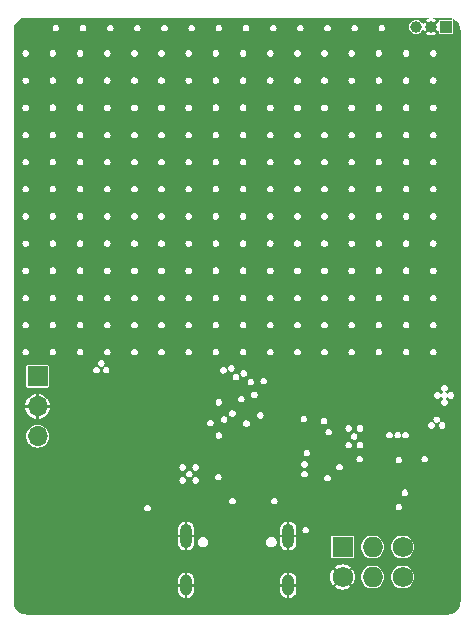
<source format=gbr>
%TF.GenerationSoftware,KiCad,Pcbnew,8.0.4*%
%TF.CreationDate,2024-09-02T23:34:25-07:00*%
%TF.ProjectId,badgesao,62616467-6573-4616-9f2e-6b696361645f,rev?*%
%TF.SameCoordinates,Original*%
%TF.FileFunction,Copper,L5,Inr*%
%TF.FilePolarity,Positive*%
%FSLAX46Y46*%
G04 Gerber Fmt 4.6, Leading zero omitted, Abs format (unit mm)*
G04 Created by KiCad (PCBNEW 8.0.4) date 2024-09-02 23:34:25*
%MOMM*%
%LPD*%
G01*
G04 APERTURE LIST*
G04 Aperture macros list*
%AMHorizOval*
0 Thick line with rounded ends*
0 $1 width*
0 $2 $3 position (X,Y) of the first rounded end (center of the circle)*
0 $4 $5 position (X,Y) of the second rounded end (center of the circle)*
0 Add line between two ends*
20,1,$1,$2,$3,$4,$5,0*
0 Add two circle primitives to create the rounded ends*
1,1,$1,$2,$3*
1,1,$1,$4,$5*%
G04 Aperture macros list end*
%TA.AperFunction,ComponentPad*%
%ADD10R,1.000000X1.000000*%
%TD*%
%TA.AperFunction,ComponentPad*%
%ADD11HorizOval,1.000000X0.000000X0.000000X0.000000X0.000000X0*%
%TD*%
%TA.AperFunction,ComponentPad*%
%ADD12R,1.700000X1.700000*%
%TD*%
%TA.AperFunction,ComponentPad*%
%ADD13O,1.700000X1.700000*%
%TD*%
%TA.AperFunction,ComponentPad*%
%ADD14O,1.000000X1.800000*%
%TD*%
%TA.AperFunction,ComponentPad*%
%ADD15O,1.000000X2.100000*%
%TD*%
%TA.AperFunction,ComponentPad*%
%ADD16R,1.727200X1.727200*%
%TD*%
%TA.AperFunction,ComponentPad*%
%ADD17C,1.727200*%
%TD*%
%TA.AperFunction,ComponentPad*%
%ADD18O,1.727200X1.727200*%
%TD*%
%TA.AperFunction,ViaPad*%
%ADD19C,0.400000*%
%TD*%
%TA.AperFunction,ViaPad*%
%ADD20C,0.500000*%
%TD*%
G04 APERTURE END LIST*
D10*
%TO.N,/Display/WS2812_LASTDOUT*%
%TO.C,J1*%
X144700000Y-51700000D03*
D11*
%TO.N,GND*%
X143430000Y-51700000D03*
%TO.N,+4V*%
X142160000Y-51700000D03*
%TD*%
D12*
%TO.N,/SWCLK*%
%TO.C,J2*%
X110100000Y-81300000D03*
D13*
%TO.N,GND*%
X110100000Y-83840000D03*
%TO.N,/SWD*%
X110100000Y-86380000D03*
%TD*%
D14*
%TO.N,GND*%
%TO.C,J3*%
X131320000Y-98995000D03*
D15*
X131320000Y-94815000D03*
D14*
X122680000Y-98995000D03*
D15*
X122680000Y-94815000D03*
%TD*%
D16*
%TO.N,VCC*%
%TO.C,X1*%
X135920000Y-95750000D03*
D17*
%TO.N,GND*%
X135920000Y-98290000D03*
D18*
%TO.N,/I2C0_SDA*%
X138460000Y-95750000D03*
%TO.N,/I2C0_SCL*%
X138460000Y-98290000D03*
D17*
%TO.N,/UART0_RX_Z*%
X141000000Y-95750000D03*
%TO.N,/UART0_TX_Z*%
X141000000Y-98290000D03*
%TD*%
D19*
%TO.N,GND*%
X121200000Y-86450000D03*
X114550000Y-86750000D03*
X119950000Y-85000000D03*
X124200000Y-84100000D03*
X118300000Y-90650000D03*
X121200000Y-83050000D03*
X137150000Y-93400000D03*
X138150000Y-89300000D03*
X142900000Y-90350000D03*
X144000000Y-96550000D03*
X145000000Y-100350000D03*
X139750000Y-100350000D03*
X133600000Y-100350000D03*
X133550000Y-97800000D03*
X129250000Y-100900000D03*
X126900000Y-99000000D03*
X124900000Y-100900000D03*
X116800000Y-99200000D03*
X110700000Y-94300000D03*
X108800000Y-92100000D03*
X120650000Y-94300000D03*
X110450000Y-98600000D03*
X112100000Y-100850000D03*
X108700000Y-100850000D03*
X112100000Y-96250000D03*
X108700000Y-96250000D03*
X124600000Y-89800000D03*
X132800000Y-95100000D03*
X135550000Y-86000000D03*
X134650000Y-90800000D03*
X131350000Y-88550000D03*
X128700000Y-88500000D03*
X128700000Y-85900000D03*
X131350000Y-85900000D03*
X130100000Y-87200000D03*
X140050000Y-51800000D03*
X137750000Y-51800000D03*
X135450000Y-51800000D03*
X133150000Y-51800000D03*
X130850000Y-51800000D03*
X128550000Y-51800000D03*
X126250000Y-51800000D03*
X123950000Y-51800000D03*
X121650000Y-51800000D03*
X119350000Y-51800000D03*
X117050000Y-51800000D03*
X114750000Y-51800000D03*
X112450000Y-51800000D03*
X139900000Y-84350000D03*
X141300000Y-84350000D03*
X140600000Y-84350000D03*
X141700000Y-87450000D03*
X144300000Y-86600000D03*
X143500000Y-86600000D03*
X143900000Y-86000000D03*
X139500000Y-92400000D03*
X139500000Y-88300000D03*
X145000000Y-88300000D03*
X145000000Y-92400000D03*
X118400000Y-100900000D03*
X118400000Y-97700000D03*
X113800000Y-97700000D03*
X113800000Y-100900000D03*
X136000000Y-91800000D03*
X114550000Y-88850000D03*
X131700000Y-92600000D03*
X130170000Y-92650000D03*
X127500000Y-92650000D03*
X126600000Y-92650000D03*
X125650000Y-91750000D03*
X124700000Y-91750000D03*
X116650000Y-94450000D03*
X112500000Y-94450000D03*
X108900000Y-88600000D03*
X113050000Y-88600000D03*
X120250000Y-88600000D03*
X116050000Y-88600000D03*
X112450000Y-84900000D03*
X116650000Y-84900000D03*
X114150000Y-83000000D03*
X127100000Y-82550000D03*
X125850000Y-81550000D03*
X129150000Y-80750000D03*
X130130000Y-82600000D03*
X130050000Y-81700000D03*
X131500000Y-80850000D03*
X133750000Y-82450000D03*
X135150000Y-83200000D03*
X126500000Y-53050000D03*
X119600000Y-53050000D03*
X124200000Y-53050000D03*
X128800000Y-53050000D03*
X133400000Y-53050000D03*
X142600000Y-53050000D03*
X131100000Y-53050000D03*
X112700000Y-53050000D03*
X117300000Y-53050000D03*
X140300000Y-53050000D03*
X110400000Y-53050000D03*
X135700000Y-53050000D03*
X121900000Y-53050000D03*
X115000000Y-53050000D03*
X138000000Y-53050000D03*
X144900000Y-53050000D03*
X121900000Y-55350000D03*
X135700000Y-55350000D03*
X115000000Y-55350000D03*
X138000000Y-55350000D03*
X133400000Y-55350000D03*
X126500000Y-55350000D03*
X131100000Y-55350000D03*
X144900000Y-55350000D03*
X142600000Y-55350000D03*
X119600000Y-55350000D03*
X112700000Y-55350000D03*
X117300000Y-55350000D03*
X140300000Y-55350000D03*
X124200000Y-55350000D03*
X110400000Y-55350000D03*
X128800000Y-55350000D03*
X115000000Y-57650000D03*
X131100000Y-57650000D03*
X133400000Y-57650000D03*
X126500000Y-57650000D03*
X119600000Y-57650000D03*
X121900000Y-57650000D03*
X135700000Y-57650000D03*
X124200000Y-57650000D03*
X144900000Y-57650000D03*
X128800000Y-57650000D03*
X112700000Y-57650000D03*
X138000000Y-57650000D03*
X110400000Y-57650000D03*
X117300000Y-57650000D03*
X140300000Y-57650000D03*
X142600000Y-57650000D03*
X131100000Y-59950000D03*
X126500000Y-59950000D03*
X133400000Y-59950000D03*
X115000000Y-59950000D03*
X119600000Y-59950000D03*
X117300000Y-59950000D03*
X128800000Y-59950000D03*
X121900000Y-59950000D03*
X135700000Y-59950000D03*
X112700000Y-59950000D03*
X138000000Y-59950000D03*
X144900000Y-59950000D03*
X110400000Y-59950000D03*
X124200000Y-59950000D03*
X142600000Y-59950000D03*
X140300000Y-59950000D03*
X131100000Y-62250000D03*
X119600000Y-62250000D03*
X126500000Y-62250000D03*
X133400000Y-62250000D03*
X117300000Y-62250000D03*
X115000000Y-62250000D03*
X121900000Y-62250000D03*
X140300000Y-62250000D03*
X112700000Y-62250000D03*
X144900000Y-62250000D03*
X135700000Y-62250000D03*
X110400000Y-62250000D03*
X138000000Y-62250000D03*
X142600000Y-62250000D03*
X124200000Y-62250000D03*
X128800000Y-62250000D03*
X124200000Y-64550000D03*
X115000000Y-64550000D03*
X119600000Y-64550000D03*
X133400000Y-64550000D03*
X131100000Y-64550000D03*
X121900000Y-64550000D03*
X140300000Y-64550000D03*
X110400000Y-64550000D03*
X128800000Y-64550000D03*
X135700000Y-64550000D03*
X138000000Y-64550000D03*
X117300000Y-64550000D03*
X126500000Y-64550000D03*
X112700000Y-64550000D03*
X142600000Y-64550000D03*
X144900000Y-64550000D03*
X131100000Y-66850000D03*
X110400000Y-66850000D03*
X138000000Y-66850000D03*
X124200000Y-66850000D03*
X115000000Y-66850000D03*
X119600000Y-66850000D03*
X117300000Y-66850000D03*
X128800000Y-66850000D03*
X142600000Y-66850000D03*
X144900000Y-66850000D03*
X126500000Y-66850000D03*
X121900000Y-66850000D03*
X112700000Y-66850000D03*
X133400000Y-66850000D03*
X140300000Y-66850000D03*
X135700000Y-66850000D03*
X135700000Y-69150000D03*
X140300000Y-69150000D03*
X138000000Y-69150000D03*
X124200000Y-69150000D03*
X110400000Y-69150000D03*
X115000000Y-69150000D03*
X131100000Y-69150000D03*
X117300000Y-69150000D03*
X126500000Y-69150000D03*
X128800000Y-69150000D03*
X142600000Y-69150000D03*
X121900000Y-69150000D03*
X119600000Y-69150000D03*
X112700000Y-69150000D03*
X144900000Y-69150000D03*
X133400000Y-69150000D03*
X115000000Y-71450000D03*
X140300000Y-71450000D03*
X110400000Y-71450000D03*
X126500000Y-71450000D03*
X142600000Y-71450000D03*
X124200000Y-71450000D03*
X112700000Y-71450000D03*
X138000000Y-71450000D03*
X121900000Y-71450000D03*
X117300000Y-71450000D03*
X133400000Y-71450000D03*
X128800000Y-71450000D03*
X131100000Y-71450000D03*
X119600000Y-71450000D03*
X144900000Y-71450000D03*
X135700000Y-71450000D03*
X126500000Y-73750000D03*
X128800000Y-73750000D03*
X144900000Y-73750000D03*
X135700000Y-73750000D03*
X112700000Y-73750000D03*
X142600000Y-73750000D03*
X121900000Y-73750000D03*
X117300000Y-73750000D03*
X110400000Y-73750000D03*
X119600000Y-73750000D03*
X131100000Y-73750000D03*
X133400000Y-73750000D03*
X124200000Y-73750000D03*
X138000000Y-73750000D03*
X140300000Y-73750000D03*
X115000000Y-73750000D03*
X138000000Y-76050000D03*
X121900000Y-76050000D03*
X112700000Y-76050000D03*
X110400000Y-76050000D03*
X115000000Y-76050000D03*
X119600000Y-76050000D03*
X117300000Y-76050000D03*
X124200000Y-76050000D03*
X133400000Y-76050000D03*
X131100000Y-76050000D03*
X126500000Y-76050000D03*
X135700000Y-76050000D03*
X128800000Y-76050000D03*
X144900000Y-76050000D03*
X140300000Y-76050000D03*
X142600000Y-76050000D03*
X144900000Y-78350000D03*
X142600000Y-78350000D03*
X140300000Y-78350000D03*
X138000000Y-78350000D03*
X135700000Y-78350000D03*
X133400000Y-78350000D03*
X131100000Y-78350000D03*
X128800000Y-78350000D03*
X126500000Y-78350000D03*
X124200000Y-78350000D03*
X121900000Y-78350000D03*
X119600000Y-78350000D03*
X117300000Y-78350000D03*
X115000000Y-78350000D03*
X112700000Y-78350000D03*
X110400000Y-78350000D03*
X125450000Y-84350000D03*
X131050000Y-84250000D03*
D20*
X140279600Y-82665800D03*
X139350000Y-87100000D03*
X142768800Y-82665800D03*
X141930600Y-82665800D03*
X141092400Y-82665800D03*
X142337000Y-82030800D03*
X139873200Y-82005400D03*
X140686000Y-82005400D03*
X141498800Y-82030800D03*
X139035000Y-82005400D03*
X135160600Y-81505800D03*
X139350000Y-85700000D03*
X138350000Y-85700000D03*
X143175200Y-82030800D03*
X138850000Y-86400000D03*
X138350000Y-87100000D03*
D19*
X125450000Y-87150000D03*
%TD*%
%TA.AperFunction,Conductor*%
%TO.N,GND*%
G36*
X143270248Y-50941852D02*
G01*
X143284600Y-50976500D01*
X143270248Y-51011148D01*
X143247326Y-51024076D01*
X143179952Y-51040682D01*
X143029435Y-51119678D01*
X143009108Y-51137686D01*
X143009108Y-51137687D01*
X143281741Y-51410320D01*
X143230446Y-51439936D01*
X143169936Y-51500446D01*
X143140320Y-51551740D01*
X142869030Y-51280450D01*
X142869029Y-51280451D01*
X142805629Y-51372303D01*
X142805626Y-51372309D01*
X142787464Y-51420197D01*
X142761758Y-51447504D01*
X142724273Y-51448636D01*
X142696966Y-51422930D01*
X142696379Y-51421572D01*
X142685933Y-51396353D01*
X142589422Y-51270578D01*
X142463648Y-51174067D01*
X142463643Y-51174064D01*
X142317179Y-51113397D01*
X142160000Y-51092705D01*
X142002820Y-51113397D01*
X141856357Y-51174064D01*
X141856352Y-51174067D01*
X141730578Y-51270577D01*
X141730577Y-51270578D01*
X141634067Y-51396352D01*
X141634064Y-51396357D01*
X141573397Y-51542820D01*
X141552705Y-51700000D01*
X141573397Y-51857179D01*
X141634064Y-52003643D01*
X141634067Y-52003648D01*
X141730578Y-52129422D01*
X141856352Y-52225933D01*
X141856354Y-52225933D01*
X141856356Y-52225935D01*
X141987651Y-52280319D01*
X142002820Y-52286602D01*
X142160000Y-52307295D01*
X142317180Y-52286602D01*
X142463648Y-52225933D01*
X142589422Y-52129422D01*
X142685933Y-52003648D01*
X142696380Y-51978425D01*
X142722896Y-51951909D01*
X142760399Y-51951907D01*
X142786918Y-51978425D01*
X142787465Y-51979802D01*
X142805629Y-52027696D01*
X142869029Y-52119547D01*
X142869030Y-52119548D01*
X143140320Y-51848258D01*
X143169936Y-51899554D01*
X143230446Y-51960064D01*
X143281740Y-51989679D01*
X143009107Y-52262311D01*
X143009108Y-52262312D01*
X143029433Y-52280319D01*
X143029438Y-52280322D01*
X143179952Y-52359317D01*
X143345005Y-52400000D01*
X143514995Y-52400000D01*
X143680047Y-52359317D01*
X143830562Y-52280322D01*
X143830565Y-52280320D01*
X143850891Y-52262311D01*
X143578258Y-51989679D01*
X143629554Y-51960064D01*
X143690064Y-51899554D01*
X143719679Y-51848258D01*
X143990968Y-52119547D01*
X144008574Y-52094042D01*
X144040067Y-52073680D01*
X144076735Y-52081551D01*
X144097097Y-52113044D01*
X144097900Y-52121876D01*
X144097900Y-52210050D01*
X144097901Y-52210054D01*
X144103824Y-52239836D01*
X144103824Y-52239837D01*
X144103826Y-52239841D01*
X144118840Y-52262311D01*
X144126390Y-52273610D01*
X144160163Y-52296176D01*
X144189945Y-52302100D01*
X145210054Y-52302099D01*
X145239837Y-52296176D01*
X145273610Y-52273610D01*
X145296176Y-52239837D01*
X145302100Y-52210055D01*
X145302099Y-51189946D01*
X145296176Y-51160163D01*
X145291135Y-51152619D01*
X145284204Y-51142245D01*
X145276887Y-51105463D01*
X145297723Y-51074280D01*
X145334505Y-51066963D01*
X145345645Y-51070609D01*
X145357377Y-51076080D01*
X145364756Y-51080341D01*
X145518016Y-51187655D01*
X145524559Y-51193145D01*
X145656854Y-51325440D01*
X145662344Y-51331983D01*
X145769656Y-51485240D01*
X145773923Y-51492630D01*
X145787852Y-51522500D01*
X145852993Y-51662197D01*
X145855914Y-51670223D01*
X145904336Y-51850934D01*
X145905820Y-51859345D01*
X145922314Y-52047873D01*
X145922500Y-52052144D01*
X145922500Y-100347855D01*
X145922314Y-100352126D01*
X145905820Y-100540654D01*
X145904336Y-100549065D01*
X145855914Y-100729776D01*
X145852993Y-100737802D01*
X145773925Y-100907366D01*
X145769654Y-100914763D01*
X145662344Y-101068016D01*
X145656854Y-101074559D01*
X145524559Y-101206854D01*
X145518016Y-101212344D01*
X145364763Y-101319654D01*
X145357366Y-101323925D01*
X145187802Y-101402993D01*
X145179776Y-101405914D01*
X144999065Y-101454336D01*
X144990654Y-101455820D01*
X144802126Y-101472314D01*
X144797855Y-101472500D01*
X109202145Y-101472500D01*
X109197874Y-101472314D01*
X109009345Y-101455820D01*
X109000934Y-101454336D01*
X108820223Y-101405914D01*
X108812197Y-101402993D01*
X108719630Y-101359829D01*
X108642630Y-101323923D01*
X108635240Y-101319656D01*
X108481983Y-101212344D01*
X108475440Y-101206854D01*
X108343145Y-101074559D01*
X108337655Y-101068016D01*
X108230341Y-100914756D01*
X108226078Y-100907373D01*
X108147005Y-100737800D01*
X108144085Y-100729776D01*
X108128755Y-100672565D01*
X108095661Y-100549057D01*
X108094180Y-100540660D01*
X108077686Y-100352125D01*
X108077500Y-100347855D01*
X108077500Y-98526052D01*
X121980000Y-98526052D01*
X121980000Y-98895000D01*
X122380000Y-98895000D01*
X122380000Y-99095000D01*
X121980000Y-99095000D01*
X121980000Y-99463947D01*
X122006899Y-99599174D01*
X122006901Y-99599183D01*
X122059666Y-99726570D01*
X122136273Y-99841223D01*
X122233776Y-99938726D01*
X122348429Y-100015333D01*
X122348428Y-100015333D01*
X122475816Y-100068098D01*
X122475827Y-100068101D01*
X122579999Y-100088822D01*
X122580000Y-100088822D01*
X122580000Y-99678788D01*
X122640504Y-99695000D01*
X122719496Y-99695000D01*
X122780000Y-99678788D01*
X122780000Y-100088822D01*
X122884172Y-100068101D01*
X122884183Y-100068098D01*
X123011570Y-100015333D01*
X123126223Y-99938726D01*
X123223726Y-99841223D01*
X123300333Y-99726570D01*
X123353098Y-99599183D01*
X123353100Y-99599174D01*
X123379999Y-99463947D01*
X123380000Y-99463944D01*
X123380000Y-99095000D01*
X122980000Y-99095000D01*
X122980000Y-98895000D01*
X123380000Y-98895000D01*
X123380000Y-98526056D01*
X123379999Y-98526052D01*
X130620000Y-98526052D01*
X130620000Y-98895000D01*
X131020000Y-98895000D01*
X131020000Y-99095000D01*
X130620000Y-99095000D01*
X130620000Y-99463947D01*
X130646899Y-99599174D01*
X130646901Y-99599183D01*
X130699666Y-99726570D01*
X130776273Y-99841223D01*
X130873776Y-99938726D01*
X130988429Y-100015333D01*
X130988428Y-100015333D01*
X131115816Y-100068098D01*
X131115827Y-100068101D01*
X131219999Y-100088822D01*
X131220000Y-100088822D01*
X131220000Y-99678788D01*
X131280504Y-99695000D01*
X131359496Y-99695000D01*
X131420000Y-99678788D01*
X131420000Y-100088822D01*
X131524172Y-100068101D01*
X131524183Y-100068098D01*
X131651570Y-100015333D01*
X131766223Y-99938726D01*
X131863726Y-99841223D01*
X131940333Y-99726570D01*
X131993098Y-99599183D01*
X131993100Y-99599174D01*
X132019999Y-99463947D01*
X132020000Y-99463944D01*
X132020000Y-99095000D01*
X131620000Y-99095000D01*
X131620000Y-98895000D01*
X132020000Y-98895000D01*
X132020000Y-98526056D01*
X132019999Y-98526052D01*
X131993100Y-98390825D01*
X131993098Y-98390816D01*
X131951339Y-98289999D01*
X134851254Y-98289999D01*
X134851254Y-98290000D01*
X134871790Y-98498502D01*
X134871790Y-98498503D01*
X134932606Y-98698987D01*
X134932609Y-98698994D01*
X135031373Y-98883768D01*
X135100535Y-98968041D01*
X135100537Y-98968042D01*
X135496353Y-98572225D01*
X135513498Y-98601920D01*
X135608080Y-98696502D01*
X135637774Y-98713645D01*
X135241957Y-99109462D01*
X135326230Y-99178625D01*
X135326233Y-99178627D01*
X135511005Y-99277390D01*
X135511012Y-99277393D01*
X135711497Y-99338209D01*
X135920000Y-99358746D01*
X136128502Y-99338209D01*
X136128503Y-99338209D01*
X136328987Y-99277393D01*
X136328999Y-99277388D01*
X136513756Y-99178633D01*
X136513764Y-99178628D01*
X136598041Y-99109462D01*
X136202225Y-98713646D01*
X136231920Y-98696502D01*
X136326502Y-98601920D01*
X136343646Y-98572225D01*
X136739462Y-98968041D01*
X136808628Y-98883764D01*
X136808633Y-98883756D01*
X136907388Y-98698999D01*
X136907393Y-98698987D01*
X136968209Y-98498503D01*
X136968209Y-98498502D01*
X136988746Y-98290000D01*
X137489627Y-98290000D01*
X137508272Y-98479310D01*
X137563492Y-98661346D01*
X137636535Y-98798000D01*
X137653166Y-98829113D01*
X137653168Y-98829116D01*
X137698021Y-98883768D01*
X137773843Y-98976157D01*
X137858117Y-99045319D01*
X137920883Y-99096831D01*
X137920886Y-99096833D01*
X137920890Y-99096836D01*
X138088654Y-99186508D01*
X138270690Y-99241728D01*
X138460000Y-99260373D01*
X138649310Y-99241728D01*
X138831346Y-99186508D01*
X138999110Y-99096836D01*
X139146157Y-98976157D01*
X139266836Y-98829110D01*
X139356508Y-98661346D01*
X139411728Y-98479310D01*
X139430373Y-98290000D01*
X140029627Y-98290000D01*
X140048272Y-98479310D01*
X140103492Y-98661346D01*
X140176535Y-98798000D01*
X140193166Y-98829113D01*
X140193168Y-98829116D01*
X140238021Y-98883768D01*
X140313843Y-98976157D01*
X140398117Y-99045319D01*
X140460883Y-99096831D01*
X140460886Y-99096833D01*
X140460890Y-99096836D01*
X140628654Y-99186508D01*
X140810690Y-99241728D01*
X141000000Y-99260373D01*
X141189310Y-99241728D01*
X141371346Y-99186508D01*
X141539110Y-99096836D01*
X141686157Y-98976157D01*
X141806836Y-98829110D01*
X141896508Y-98661346D01*
X141951728Y-98479310D01*
X141970373Y-98290000D01*
X141951728Y-98100690D01*
X141896508Y-97918654D01*
X141806836Y-97750890D01*
X141806833Y-97750886D01*
X141806831Y-97750883D01*
X141755319Y-97688117D01*
X141686157Y-97603843D01*
X141616993Y-97547081D01*
X141539116Y-97483168D01*
X141539113Y-97483166D01*
X141539111Y-97483165D01*
X141539110Y-97483164D01*
X141371346Y-97393492D01*
X141189310Y-97338272D01*
X141000000Y-97319627D01*
X140810689Y-97338272D01*
X140810688Y-97338272D01*
X140628656Y-97393491D01*
X140628649Y-97393494D01*
X140460886Y-97483166D01*
X140460883Y-97483168D01*
X140313843Y-97603843D01*
X140193168Y-97750883D01*
X140193166Y-97750886D01*
X140103494Y-97918649D01*
X140103491Y-97918656D01*
X140048272Y-98100688D01*
X140048272Y-98100689D01*
X140048272Y-98100690D01*
X140029627Y-98290000D01*
X139430373Y-98290000D01*
X139411728Y-98100690D01*
X139356508Y-97918654D01*
X139266836Y-97750890D01*
X139266833Y-97750886D01*
X139266831Y-97750883D01*
X139215319Y-97688117D01*
X139146157Y-97603843D01*
X139076993Y-97547081D01*
X138999116Y-97483168D01*
X138999113Y-97483166D01*
X138999111Y-97483165D01*
X138999110Y-97483164D01*
X138831346Y-97393492D01*
X138649310Y-97338272D01*
X138460000Y-97319627D01*
X138270689Y-97338272D01*
X138270688Y-97338272D01*
X138088656Y-97393491D01*
X138088649Y-97393494D01*
X137920886Y-97483166D01*
X137920883Y-97483168D01*
X137773843Y-97603843D01*
X137653168Y-97750883D01*
X137653166Y-97750886D01*
X137563494Y-97918649D01*
X137563491Y-97918656D01*
X137508272Y-98100688D01*
X137508272Y-98100689D01*
X137508272Y-98100690D01*
X137489627Y-98290000D01*
X136988746Y-98290000D01*
X136988746Y-98289999D01*
X136968209Y-98081497D01*
X136968209Y-98081496D01*
X136907393Y-97881012D01*
X136907390Y-97881005D01*
X136808627Y-97696233D01*
X136808625Y-97696230D01*
X136739462Y-97611957D01*
X136343645Y-98007773D01*
X136326502Y-97978080D01*
X136231920Y-97883498D01*
X136202224Y-97866353D01*
X136598042Y-97470537D01*
X136598041Y-97470535D01*
X136513767Y-97401373D01*
X136513768Y-97401373D01*
X136328994Y-97302609D01*
X136328987Y-97302606D01*
X136128502Y-97241790D01*
X135920000Y-97221254D01*
X135711497Y-97241790D01*
X135711496Y-97241790D01*
X135511012Y-97302606D01*
X135511005Y-97302609D01*
X135326235Y-97401371D01*
X135241957Y-97470535D01*
X135241956Y-97470536D01*
X135637774Y-97866354D01*
X135608080Y-97883498D01*
X135513498Y-97978080D01*
X135496354Y-98007774D01*
X135100536Y-97611956D01*
X135100535Y-97611957D01*
X135031371Y-97696235D01*
X134932609Y-97881005D01*
X134932606Y-97881012D01*
X134871790Y-98081496D01*
X134871790Y-98081497D01*
X134851254Y-98289999D01*
X131951339Y-98289999D01*
X131940333Y-98263429D01*
X131863726Y-98148776D01*
X131766223Y-98051273D01*
X131651570Y-97974666D01*
X131651571Y-97974666D01*
X131524181Y-97921900D01*
X131524174Y-97921898D01*
X131420000Y-97901176D01*
X131420000Y-98311211D01*
X131359496Y-98295000D01*
X131280504Y-98295000D01*
X131220000Y-98311211D01*
X131220000Y-97901176D01*
X131219999Y-97901176D01*
X131115825Y-97921898D01*
X131115818Y-97921900D01*
X130988429Y-97974666D01*
X130873776Y-98051273D01*
X130776273Y-98148776D01*
X130699666Y-98263429D01*
X130646901Y-98390816D01*
X130646899Y-98390825D01*
X130620000Y-98526052D01*
X123379999Y-98526052D01*
X123353100Y-98390825D01*
X123353098Y-98390816D01*
X123300333Y-98263429D01*
X123223726Y-98148776D01*
X123126223Y-98051273D01*
X123011570Y-97974666D01*
X123011571Y-97974666D01*
X122884181Y-97921900D01*
X122884174Y-97921898D01*
X122780000Y-97901176D01*
X122780000Y-98311211D01*
X122719496Y-98295000D01*
X122640504Y-98295000D01*
X122580000Y-98311211D01*
X122580000Y-97901176D01*
X122579999Y-97901176D01*
X122475825Y-97921898D01*
X122475818Y-97921900D01*
X122348429Y-97974666D01*
X122233776Y-98051273D01*
X122136273Y-98148776D01*
X122059666Y-98263429D01*
X122006901Y-98390816D01*
X122006899Y-98390825D01*
X121980000Y-98526052D01*
X108077500Y-98526052D01*
X108077500Y-94196052D01*
X121980000Y-94196052D01*
X121980000Y-94715000D01*
X122380000Y-94715000D01*
X122380000Y-94915000D01*
X121980000Y-94915000D01*
X121980000Y-95433947D01*
X122006899Y-95569174D01*
X122006901Y-95569183D01*
X122059666Y-95696570D01*
X122136273Y-95811223D01*
X122233776Y-95908726D01*
X122348429Y-95985333D01*
X122348428Y-95985333D01*
X122475816Y-96038098D01*
X122475827Y-96038101D01*
X122579999Y-96058822D01*
X122580000Y-96058822D01*
X122580000Y-95648788D01*
X122640504Y-95665000D01*
X122719496Y-95665000D01*
X122780000Y-95648788D01*
X122780000Y-96058822D01*
X122884172Y-96038101D01*
X122884183Y-96038098D01*
X123011570Y-95985333D01*
X123126223Y-95908726D01*
X123223726Y-95811223D01*
X123300333Y-95696570D01*
X123353098Y-95569183D01*
X123353100Y-95569174D01*
X123379999Y-95433947D01*
X123380000Y-95433944D01*
X123380000Y-95255423D01*
X123657500Y-95255423D01*
X123657500Y-95374576D01*
X123688336Y-95489657D01*
X123688337Y-95489661D01*
X123729346Y-95560689D01*
X123747910Y-95592842D01*
X123832158Y-95677090D01*
X123865898Y-95696570D01*
X123935338Y-95736662D01*
X123935340Y-95736662D01*
X123935341Y-95736663D01*
X123985112Y-95749999D01*
X124050423Y-95767499D01*
X124050424Y-95767500D01*
X124050427Y-95767500D01*
X124169576Y-95767500D01*
X124169576Y-95767499D01*
X124284659Y-95736663D01*
X124387842Y-95677090D01*
X124472090Y-95592842D01*
X124531663Y-95489659D01*
X124562499Y-95374576D01*
X124562500Y-95374576D01*
X124562500Y-95255424D01*
X124562499Y-95255423D01*
X129437500Y-95255423D01*
X129437500Y-95374576D01*
X129468336Y-95489657D01*
X129468337Y-95489661D01*
X129509346Y-95560689D01*
X129527910Y-95592842D01*
X129612158Y-95677090D01*
X129645898Y-95696570D01*
X129715338Y-95736662D01*
X129715340Y-95736662D01*
X129715341Y-95736663D01*
X129765112Y-95749999D01*
X129830423Y-95767499D01*
X129830424Y-95767500D01*
X129830427Y-95767500D01*
X129949576Y-95767500D01*
X129949576Y-95767499D01*
X130064659Y-95736663D01*
X130167842Y-95677090D01*
X130252090Y-95592842D01*
X130311663Y-95489659D01*
X130342499Y-95374576D01*
X130342500Y-95374576D01*
X130342500Y-95255424D01*
X130342499Y-95255423D01*
X130330565Y-95210886D01*
X130311663Y-95140341D01*
X130311662Y-95140340D01*
X130311662Y-95140338D01*
X130252089Y-95037157D01*
X130167842Y-94952910D01*
X130064661Y-94893337D01*
X130064657Y-94893336D01*
X129949576Y-94862500D01*
X129949573Y-94862500D01*
X129830427Y-94862500D01*
X129830424Y-94862500D01*
X129715342Y-94893336D01*
X129715338Y-94893337D01*
X129612157Y-94952910D01*
X129612157Y-94952911D01*
X129527911Y-95037157D01*
X129527910Y-95037157D01*
X129468337Y-95140338D01*
X129468336Y-95140342D01*
X129437500Y-95255423D01*
X124562499Y-95255423D01*
X124550565Y-95210886D01*
X124531663Y-95140341D01*
X124531662Y-95140340D01*
X124531662Y-95140338D01*
X124472089Y-95037157D01*
X124387842Y-94952910D01*
X124284661Y-94893337D01*
X124284657Y-94893336D01*
X124169576Y-94862500D01*
X124169573Y-94862500D01*
X124050427Y-94862500D01*
X124050424Y-94862500D01*
X123935342Y-94893336D01*
X123935338Y-94893337D01*
X123832157Y-94952910D01*
X123832157Y-94952911D01*
X123747911Y-95037157D01*
X123747910Y-95037157D01*
X123688337Y-95140338D01*
X123688336Y-95140342D01*
X123657500Y-95255423D01*
X123380000Y-95255423D01*
X123380000Y-94915000D01*
X122980000Y-94915000D01*
X122980000Y-94715000D01*
X123380000Y-94715000D01*
X123380000Y-94196056D01*
X123379999Y-94196052D01*
X130620000Y-94196052D01*
X130620000Y-94715000D01*
X131020000Y-94715000D01*
X131020000Y-94915000D01*
X130620000Y-94915000D01*
X130620000Y-95433947D01*
X130646899Y-95569174D01*
X130646901Y-95569183D01*
X130699666Y-95696570D01*
X130776273Y-95811223D01*
X130873776Y-95908726D01*
X130988429Y-95985333D01*
X130988428Y-95985333D01*
X131115816Y-96038098D01*
X131115827Y-96038101D01*
X131219999Y-96058822D01*
X131220000Y-96058822D01*
X131220000Y-95648788D01*
X131280504Y-95665000D01*
X131359496Y-95665000D01*
X131420000Y-95648788D01*
X131420000Y-96058822D01*
X131524172Y-96038101D01*
X131524183Y-96038098D01*
X131651570Y-95985333D01*
X131766223Y-95908726D01*
X131863726Y-95811223D01*
X131940333Y-95696570D01*
X131993098Y-95569183D01*
X131993100Y-95569174D01*
X132019999Y-95433947D01*
X132020000Y-95433944D01*
X132020000Y-94915000D01*
X131620000Y-94915000D01*
X131620000Y-94876345D01*
X134954300Y-94876345D01*
X134954300Y-94876346D01*
X134954300Y-94876348D01*
X134954300Y-96623650D01*
X134954301Y-96623654D01*
X134958846Y-96646508D01*
X134960224Y-96653437D01*
X134960226Y-96653441D01*
X134982789Y-96687209D01*
X134982790Y-96687210D01*
X135016563Y-96709776D01*
X135046345Y-96715700D01*
X136793654Y-96715699D01*
X136823437Y-96709776D01*
X136857210Y-96687210D01*
X136879776Y-96653437D01*
X136885700Y-96623655D01*
X136885699Y-95749999D01*
X137489627Y-95749999D01*
X137489627Y-95750000D01*
X137508272Y-95939310D01*
X137508272Y-95939311D01*
X137563491Y-96121343D01*
X137563494Y-96121350D01*
X137653166Y-96289113D01*
X137653168Y-96289116D01*
X137717081Y-96366993D01*
X137773843Y-96436157D01*
X137858117Y-96505319D01*
X137920883Y-96556831D01*
X137920886Y-96556833D01*
X137920890Y-96556836D01*
X138088654Y-96646508D01*
X138270690Y-96701728D01*
X138460000Y-96720373D01*
X138649310Y-96701728D01*
X138831346Y-96646508D01*
X138999110Y-96556836D01*
X139146157Y-96436157D01*
X139266836Y-96289110D01*
X139356508Y-96121346D01*
X139411728Y-95939310D01*
X139430373Y-95750000D01*
X139430373Y-95749999D01*
X140029627Y-95749999D01*
X140029627Y-95750000D01*
X140048272Y-95939310D01*
X140048272Y-95939311D01*
X140103491Y-96121343D01*
X140103494Y-96121350D01*
X140193166Y-96289113D01*
X140193168Y-96289116D01*
X140257081Y-96366993D01*
X140313843Y-96436157D01*
X140398117Y-96505319D01*
X140460883Y-96556831D01*
X140460886Y-96556833D01*
X140460890Y-96556836D01*
X140628654Y-96646508D01*
X140810690Y-96701728D01*
X141000000Y-96720373D01*
X141189310Y-96701728D01*
X141371346Y-96646508D01*
X141539110Y-96556836D01*
X141686157Y-96436157D01*
X141806836Y-96289110D01*
X141896508Y-96121346D01*
X141951728Y-95939310D01*
X141970373Y-95750000D01*
X141951728Y-95560690D01*
X141896508Y-95378654D01*
X141806836Y-95210890D01*
X141806833Y-95210886D01*
X141806831Y-95210883D01*
X141748935Y-95140338D01*
X141686157Y-95063843D01*
X141616993Y-95007081D01*
X141539116Y-94943168D01*
X141539113Y-94943166D01*
X141539111Y-94943165D01*
X141539110Y-94943164D01*
X141371346Y-94853492D01*
X141237169Y-94812790D01*
X141189310Y-94798272D01*
X141000000Y-94779627D01*
X140810689Y-94798272D01*
X140810688Y-94798272D01*
X140628656Y-94853491D01*
X140628649Y-94853494D01*
X140460886Y-94943166D01*
X140460883Y-94943168D01*
X140313843Y-95063843D01*
X140193168Y-95210883D01*
X140193166Y-95210886D01*
X140103494Y-95378649D01*
X140103491Y-95378656D01*
X140048272Y-95560688D01*
X140048272Y-95560689D01*
X140029627Y-95749999D01*
X139430373Y-95749999D01*
X139411728Y-95560690D01*
X139356508Y-95378654D01*
X139266836Y-95210890D01*
X139266833Y-95210886D01*
X139266831Y-95210883D01*
X139208935Y-95140338D01*
X139146157Y-95063843D01*
X139076993Y-95007081D01*
X138999116Y-94943168D01*
X138999113Y-94943166D01*
X138999111Y-94943165D01*
X138999110Y-94943164D01*
X138831346Y-94853492D01*
X138697169Y-94812790D01*
X138649310Y-94798272D01*
X138460000Y-94779627D01*
X138270689Y-94798272D01*
X138270688Y-94798272D01*
X138088656Y-94853491D01*
X138088649Y-94853494D01*
X137920886Y-94943166D01*
X137920883Y-94943168D01*
X137773843Y-95063843D01*
X137653168Y-95210883D01*
X137653166Y-95210886D01*
X137563494Y-95378649D01*
X137563491Y-95378656D01*
X137508272Y-95560688D01*
X137508272Y-95560689D01*
X137489627Y-95749999D01*
X136885699Y-95749999D01*
X136885699Y-94876346D01*
X136879776Y-94846563D01*
X136857210Y-94812790D01*
X136823437Y-94790224D01*
X136793655Y-94784300D01*
X136793651Y-94784300D01*
X135046349Y-94784300D01*
X135046348Y-94784300D01*
X135046346Y-94784301D01*
X135026490Y-94788249D01*
X135016562Y-94790224D01*
X135016558Y-94790226D01*
X134982790Y-94812789D01*
X134960227Y-94846558D01*
X134960224Y-94846563D01*
X134954300Y-94876345D01*
X131620000Y-94876345D01*
X131620000Y-94715000D01*
X132020000Y-94715000D01*
X132020000Y-94300000D01*
X132518219Y-94300000D01*
X132535212Y-94396376D01*
X132535214Y-94396381D01*
X132584141Y-94481123D01*
X132584142Y-94481124D01*
X132584143Y-94481125D01*
X132659109Y-94544030D01*
X132751069Y-94577500D01*
X132848931Y-94577500D01*
X132940891Y-94544030D01*
X133015857Y-94481125D01*
X133064788Y-94396375D01*
X133081781Y-94300000D01*
X133064788Y-94203625D01*
X133064787Y-94203623D01*
X133064785Y-94203618D01*
X133015858Y-94118876D01*
X133015854Y-94118873D01*
X132940891Y-94055970D01*
X132940890Y-94055969D01*
X132848931Y-94022500D01*
X132751069Y-94022500D01*
X132705089Y-94039235D01*
X132659109Y-94055970D01*
X132584143Y-94118873D01*
X132584141Y-94118876D01*
X132535214Y-94203618D01*
X132535212Y-94203623D01*
X132518219Y-94300000D01*
X132020000Y-94300000D01*
X132020000Y-94196056D01*
X132019999Y-94196052D01*
X131993100Y-94060825D01*
X131993098Y-94060816D01*
X131940333Y-93933429D01*
X131863726Y-93818776D01*
X131766223Y-93721273D01*
X131651570Y-93644666D01*
X131651571Y-93644666D01*
X131524181Y-93591900D01*
X131524174Y-93591898D01*
X131420000Y-93571176D01*
X131420000Y-93981211D01*
X131359496Y-93965000D01*
X131280504Y-93965000D01*
X131220000Y-93981211D01*
X131220000Y-93571176D01*
X131219999Y-93571176D01*
X131115825Y-93591898D01*
X131115818Y-93591900D01*
X130988429Y-93644666D01*
X130873776Y-93721273D01*
X130776273Y-93818776D01*
X130699666Y-93933429D01*
X130646901Y-94060816D01*
X130646899Y-94060825D01*
X130620000Y-94196052D01*
X123379999Y-94196052D01*
X123353100Y-94060825D01*
X123353098Y-94060816D01*
X123300333Y-93933429D01*
X123223726Y-93818776D01*
X123126223Y-93721273D01*
X123011570Y-93644666D01*
X123011571Y-93644666D01*
X122884181Y-93591900D01*
X122884174Y-93591898D01*
X122780000Y-93571176D01*
X122780000Y-93981211D01*
X122719496Y-93965000D01*
X122640504Y-93965000D01*
X122580000Y-93981211D01*
X122580000Y-93571176D01*
X122579999Y-93571176D01*
X122475825Y-93591898D01*
X122475818Y-93591900D01*
X122348429Y-93644666D01*
X122233776Y-93721273D01*
X122136273Y-93818776D01*
X122059666Y-93933429D01*
X122006901Y-94060816D01*
X122006899Y-94060825D01*
X121980000Y-94196052D01*
X108077500Y-94196052D01*
X108077500Y-92450000D01*
X119118219Y-92450000D01*
X119135212Y-92546376D01*
X119135214Y-92546381D01*
X119184141Y-92631123D01*
X119184142Y-92631124D01*
X119184143Y-92631125D01*
X119259109Y-92694030D01*
X119351069Y-92727500D01*
X119448931Y-92727500D01*
X119540891Y-92694030D01*
X119615857Y-92631125D01*
X119664788Y-92546375D01*
X119681781Y-92450000D01*
X119664788Y-92353625D01*
X119664787Y-92353623D01*
X119664785Y-92353618D01*
X119662696Y-92350000D01*
X140408219Y-92350000D01*
X140425212Y-92446376D01*
X140425214Y-92446381D01*
X140474141Y-92531123D01*
X140474142Y-92531124D01*
X140474143Y-92531125D01*
X140549109Y-92594030D01*
X140641069Y-92627500D01*
X140738931Y-92627500D01*
X140830891Y-92594030D01*
X140905857Y-92531125D01*
X140918089Y-92509937D01*
X140954785Y-92446381D01*
X140954787Y-92446376D01*
X140954788Y-92446375D01*
X140971781Y-92350000D01*
X140954788Y-92253625D01*
X140954787Y-92253623D01*
X140954785Y-92253618D01*
X140905858Y-92168876D01*
X140905854Y-92168873D01*
X140830891Y-92105970D01*
X140830890Y-92105969D01*
X140738931Y-92072500D01*
X140641069Y-92072500D01*
X140595089Y-92089235D01*
X140549109Y-92105970D01*
X140474143Y-92168873D01*
X140474141Y-92168876D01*
X140425214Y-92253618D01*
X140425212Y-92253623D01*
X140408219Y-92350000D01*
X119662696Y-92350000D01*
X119615858Y-92268876D01*
X119615854Y-92268873D01*
X119540891Y-92205970D01*
X119540890Y-92205969D01*
X119448931Y-92172500D01*
X119351069Y-92172500D01*
X119305089Y-92189235D01*
X119259109Y-92205970D01*
X119184143Y-92268873D01*
X119184141Y-92268876D01*
X119135214Y-92353618D01*
X119135212Y-92353623D01*
X119118219Y-92450000D01*
X108077500Y-92450000D01*
X108077500Y-91850000D01*
X126318219Y-91850000D01*
X126335212Y-91946376D01*
X126335214Y-91946381D01*
X126384141Y-92031123D01*
X126384142Y-92031124D01*
X126384143Y-92031125D01*
X126459109Y-92094030D01*
X126551069Y-92127500D01*
X126648931Y-92127500D01*
X126740891Y-92094030D01*
X126815857Y-92031125D01*
X126864788Y-91946375D01*
X126881781Y-91850000D01*
X129868219Y-91850000D01*
X129885212Y-91946376D01*
X129885214Y-91946381D01*
X129934141Y-92031123D01*
X129934142Y-92031124D01*
X129934143Y-92031125D01*
X130009109Y-92094030D01*
X130101069Y-92127500D01*
X130198931Y-92127500D01*
X130290891Y-92094030D01*
X130365857Y-92031125D01*
X130414788Y-91946375D01*
X130431781Y-91850000D01*
X130414788Y-91753625D01*
X130414787Y-91753623D01*
X130414785Y-91753618D01*
X130365858Y-91668876D01*
X130365854Y-91668873D01*
X130290891Y-91605970D01*
X130290890Y-91605969D01*
X130198931Y-91572500D01*
X130101069Y-91572500D01*
X130055089Y-91589235D01*
X130009109Y-91605970D01*
X129934143Y-91668873D01*
X129934141Y-91668876D01*
X129885214Y-91753618D01*
X129885212Y-91753623D01*
X129868219Y-91850000D01*
X126881781Y-91850000D01*
X126864788Y-91753625D01*
X126864787Y-91753623D01*
X126864785Y-91753618D01*
X126815858Y-91668876D01*
X126815854Y-91668873D01*
X126740891Y-91605970D01*
X126740890Y-91605969D01*
X126648931Y-91572500D01*
X126551069Y-91572500D01*
X126505089Y-91589235D01*
X126459109Y-91605970D01*
X126384143Y-91668873D01*
X126384141Y-91668876D01*
X126335214Y-91753618D01*
X126335212Y-91753623D01*
X126318219Y-91850000D01*
X108077500Y-91850000D01*
X108077500Y-91150000D01*
X140918219Y-91150000D01*
X140935212Y-91246376D01*
X140935214Y-91246381D01*
X140984141Y-91331123D01*
X140984142Y-91331124D01*
X140984143Y-91331125D01*
X141059109Y-91394030D01*
X141151069Y-91427500D01*
X141248931Y-91427500D01*
X141340891Y-91394030D01*
X141415857Y-91331125D01*
X141464788Y-91246375D01*
X141481781Y-91150000D01*
X141464788Y-91053625D01*
X141464787Y-91053623D01*
X141464785Y-91053618D01*
X141415858Y-90968876D01*
X141415854Y-90968873D01*
X141340891Y-90905970D01*
X141340890Y-90905969D01*
X141248931Y-90872500D01*
X141151069Y-90872500D01*
X141105089Y-90889235D01*
X141059109Y-90905970D01*
X140984143Y-90968873D01*
X140984141Y-90968876D01*
X140935214Y-91053618D01*
X140935212Y-91053623D01*
X140918219Y-91150000D01*
X108077500Y-91150000D01*
X108077500Y-90100000D01*
X122118219Y-90100000D01*
X122135212Y-90196376D01*
X122135214Y-90196381D01*
X122184141Y-90281123D01*
X122184142Y-90281124D01*
X122184143Y-90281125D01*
X122259109Y-90344030D01*
X122351069Y-90377500D01*
X122448931Y-90377500D01*
X122540891Y-90344030D01*
X122615857Y-90281125D01*
X122664788Y-90196375D01*
X122681781Y-90100000D01*
X123218219Y-90100000D01*
X123235212Y-90196376D01*
X123235214Y-90196381D01*
X123284141Y-90281123D01*
X123284142Y-90281124D01*
X123284143Y-90281125D01*
X123359109Y-90344030D01*
X123451069Y-90377500D01*
X123548931Y-90377500D01*
X123640891Y-90344030D01*
X123715857Y-90281125D01*
X123764788Y-90196375D01*
X123781781Y-90100000D01*
X123764788Y-90003625D01*
X123764787Y-90003623D01*
X123764785Y-90003618D01*
X123715858Y-89918876D01*
X123715854Y-89918873D01*
X123640891Y-89855970D01*
X123640890Y-89855969D01*
X123548931Y-89822500D01*
X123451069Y-89822500D01*
X123405089Y-89839235D01*
X123359109Y-89855970D01*
X123284143Y-89918873D01*
X123284141Y-89918876D01*
X123235214Y-90003618D01*
X123235212Y-90003623D01*
X123218219Y-90100000D01*
X122681781Y-90100000D01*
X122664788Y-90003625D01*
X122664787Y-90003623D01*
X122664785Y-90003618D01*
X122615858Y-89918876D01*
X122615854Y-89918873D01*
X122540891Y-89855970D01*
X122540890Y-89855969D01*
X122448931Y-89822500D01*
X122351069Y-89822500D01*
X122305089Y-89839235D01*
X122259109Y-89855970D01*
X122184143Y-89918873D01*
X122184141Y-89918876D01*
X122135214Y-90003618D01*
X122135212Y-90003623D01*
X122118219Y-90100000D01*
X108077500Y-90100000D01*
X108077500Y-89550000D01*
X122668219Y-89550000D01*
X122685212Y-89646376D01*
X122685214Y-89646381D01*
X122734141Y-89731123D01*
X122734142Y-89731124D01*
X122734143Y-89731125D01*
X122809109Y-89794030D01*
X122901069Y-89827500D01*
X122998931Y-89827500D01*
X123074488Y-89800000D01*
X125118219Y-89800000D01*
X125135212Y-89896376D01*
X125135214Y-89896381D01*
X125184141Y-89981123D01*
X125184142Y-89981124D01*
X125184143Y-89981125D01*
X125259109Y-90044030D01*
X125351069Y-90077500D01*
X125448931Y-90077500D01*
X125540891Y-90044030D01*
X125615857Y-89981125D01*
X125651797Y-89918876D01*
X125662695Y-89900000D01*
X134368219Y-89900000D01*
X134385212Y-89996376D01*
X134385214Y-89996381D01*
X134434141Y-90081123D01*
X134434142Y-90081124D01*
X134434143Y-90081125D01*
X134509109Y-90144030D01*
X134601069Y-90177500D01*
X134698931Y-90177500D01*
X134790891Y-90144030D01*
X134865857Y-90081125D01*
X134887274Y-90044030D01*
X134914785Y-89996381D01*
X134914787Y-89996376D01*
X134914788Y-89996375D01*
X134931781Y-89900000D01*
X134914788Y-89803625D01*
X134914787Y-89803623D01*
X134914785Y-89803618D01*
X134865858Y-89718876D01*
X134865854Y-89718873D01*
X134790891Y-89655970D01*
X134790890Y-89655969D01*
X134698931Y-89622500D01*
X134601069Y-89622500D01*
X134555089Y-89639235D01*
X134509109Y-89655970D01*
X134434143Y-89718873D01*
X134434141Y-89718876D01*
X134385214Y-89803618D01*
X134385212Y-89803623D01*
X134368219Y-89900000D01*
X125662695Y-89900000D01*
X125664785Y-89896381D01*
X125664787Y-89896376D01*
X125664788Y-89896375D01*
X125681781Y-89800000D01*
X125664788Y-89703625D01*
X125664787Y-89703623D01*
X125664785Y-89703618D01*
X125615858Y-89618876D01*
X125615854Y-89618873D01*
X125540891Y-89555970D01*
X125540890Y-89555969D01*
X125524490Y-89550000D01*
X132418219Y-89550000D01*
X132435212Y-89646376D01*
X132435214Y-89646381D01*
X132484141Y-89731123D01*
X132484142Y-89731124D01*
X132484143Y-89731125D01*
X132559109Y-89794030D01*
X132651069Y-89827500D01*
X132748931Y-89827500D01*
X132840891Y-89794030D01*
X132915857Y-89731125D01*
X132931734Y-89703625D01*
X132964785Y-89646381D01*
X132964787Y-89646376D01*
X132964788Y-89646375D01*
X132981781Y-89550000D01*
X132964788Y-89453625D01*
X132964787Y-89453623D01*
X132964785Y-89453618D01*
X132915858Y-89368876D01*
X132915854Y-89368873D01*
X132840891Y-89305970D01*
X132840890Y-89305969D01*
X132748931Y-89272500D01*
X132651069Y-89272500D01*
X132605089Y-89289235D01*
X132559109Y-89305970D01*
X132484143Y-89368873D01*
X132484141Y-89368876D01*
X132435214Y-89453618D01*
X132435212Y-89453623D01*
X132418219Y-89550000D01*
X125524490Y-89550000D01*
X125448931Y-89522500D01*
X125351069Y-89522500D01*
X125305089Y-89539235D01*
X125259109Y-89555970D01*
X125184143Y-89618873D01*
X125184141Y-89618876D01*
X125135214Y-89703618D01*
X125135212Y-89703623D01*
X125118219Y-89800000D01*
X123074488Y-89800000D01*
X123090891Y-89794030D01*
X123165857Y-89731125D01*
X123181734Y-89703625D01*
X123214785Y-89646381D01*
X123214787Y-89646376D01*
X123214788Y-89646375D01*
X123231781Y-89550000D01*
X123214788Y-89453625D01*
X123214787Y-89453623D01*
X123214785Y-89453618D01*
X123165858Y-89368876D01*
X123165854Y-89368873D01*
X123090891Y-89305970D01*
X123090890Y-89305969D01*
X122998931Y-89272500D01*
X122901069Y-89272500D01*
X122855089Y-89289235D01*
X122809109Y-89305970D01*
X122734143Y-89368873D01*
X122734141Y-89368876D01*
X122685214Y-89453618D01*
X122685212Y-89453623D01*
X122668219Y-89550000D01*
X108077500Y-89550000D01*
X108077500Y-89000000D01*
X122118219Y-89000000D01*
X122135212Y-89096376D01*
X122135214Y-89096381D01*
X122184141Y-89181123D01*
X122184142Y-89181124D01*
X122184143Y-89181125D01*
X122259109Y-89244030D01*
X122351069Y-89277500D01*
X122448931Y-89277500D01*
X122540891Y-89244030D01*
X122615857Y-89181125D01*
X122664788Y-89096375D01*
X122681781Y-89000000D01*
X123218219Y-89000000D01*
X123235212Y-89096376D01*
X123235214Y-89096381D01*
X123284141Y-89181123D01*
X123284142Y-89181124D01*
X123284143Y-89181125D01*
X123359109Y-89244030D01*
X123451069Y-89277500D01*
X123548931Y-89277500D01*
X123640891Y-89244030D01*
X123715857Y-89181125D01*
X123764788Y-89096375D01*
X123781781Y-89000000D01*
X123764788Y-88903625D01*
X123764787Y-88903623D01*
X123764785Y-88903618D01*
X123715858Y-88818876D01*
X123715854Y-88818873D01*
X123640891Y-88755970D01*
X123640890Y-88755969D01*
X123624490Y-88750000D01*
X132418219Y-88750000D01*
X132435212Y-88846376D01*
X132435214Y-88846381D01*
X132484141Y-88931123D01*
X132484142Y-88931124D01*
X132484143Y-88931125D01*
X132559109Y-88994030D01*
X132651069Y-89027500D01*
X132748931Y-89027500D01*
X132840891Y-88994030D01*
X132893363Y-88950000D01*
X135378219Y-88950000D01*
X135395212Y-89046376D01*
X135395214Y-89046381D01*
X135444141Y-89131123D01*
X135444142Y-89131124D01*
X135444143Y-89131125D01*
X135519109Y-89194030D01*
X135611069Y-89227500D01*
X135708931Y-89227500D01*
X135800891Y-89194030D01*
X135875857Y-89131125D01*
X135924788Y-89046375D01*
X135941781Y-88950000D01*
X135924788Y-88853625D01*
X135924787Y-88853623D01*
X135924785Y-88853618D01*
X135875858Y-88768876D01*
X135875854Y-88768873D01*
X135800891Y-88705970D01*
X135800890Y-88705969D01*
X135708931Y-88672500D01*
X135611069Y-88672500D01*
X135565089Y-88689235D01*
X135519109Y-88705970D01*
X135444143Y-88768873D01*
X135444141Y-88768876D01*
X135395214Y-88853618D01*
X135395212Y-88853623D01*
X135378219Y-88950000D01*
X132893363Y-88950000D01*
X132915857Y-88931125D01*
X132931734Y-88903625D01*
X132964785Y-88846381D01*
X132964787Y-88846376D01*
X132964788Y-88846375D01*
X132981781Y-88750000D01*
X132964788Y-88653625D01*
X132964787Y-88653623D01*
X132964785Y-88653618D01*
X132915858Y-88568876D01*
X132915854Y-88568873D01*
X132840891Y-88505970D01*
X132840890Y-88505969D01*
X132748931Y-88472500D01*
X132651069Y-88472500D01*
X132605089Y-88489235D01*
X132559109Y-88505970D01*
X132484143Y-88568873D01*
X132484141Y-88568876D01*
X132435214Y-88653618D01*
X132435212Y-88653623D01*
X132418219Y-88750000D01*
X123624490Y-88750000D01*
X123548931Y-88722500D01*
X123451069Y-88722500D01*
X123405089Y-88739235D01*
X123359109Y-88755970D01*
X123284143Y-88818873D01*
X123284141Y-88818876D01*
X123235214Y-88903618D01*
X123235212Y-88903623D01*
X123218219Y-89000000D01*
X122681781Y-89000000D01*
X122664788Y-88903625D01*
X122664787Y-88903623D01*
X122664785Y-88903618D01*
X122615858Y-88818876D01*
X122615854Y-88818873D01*
X122540891Y-88755970D01*
X122540890Y-88755969D01*
X122448931Y-88722500D01*
X122351069Y-88722500D01*
X122305089Y-88739235D01*
X122259109Y-88755970D01*
X122184143Y-88818873D01*
X122184141Y-88818876D01*
X122135214Y-88903618D01*
X122135212Y-88903623D01*
X122118219Y-89000000D01*
X108077500Y-89000000D01*
X108077500Y-88275000D01*
X137093219Y-88275000D01*
X137110212Y-88371376D01*
X137110214Y-88371381D01*
X137159141Y-88456123D01*
X137159142Y-88456124D01*
X137159143Y-88456125D01*
X137234109Y-88519030D01*
X137326069Y-88552500D01*
X137423931Y-88552500D01*
X137515891Y-88519030D01*
X137590857Y-88456125D01*
X137623261Y-88400000D01*
X140408219Y-88400000D01*
X140425212Y-88496376D01*
X140425214Y-88496381D01*
X140474141Y-88581123D01*
X140474142Y-88581124D01*
X140474143Y-88581125D01*
X140549109Y-88644030D01*
X140641069Y-88677500D01*
X140738931Y-88677500D01*
X140830891Y-88644030D01*
X140905857Y-88581125D01*
X140941708Y-88519030D01*
X140954785Y-88496381D01*
X140954787Y-88496376D01*
X140954788Y-88496375D01*
X140971781Y-88400000D01*
X140954788Y-88303625D01*
X140954787Y-88303623D01*
X140954785Y-88303618D01*
X140938262Y-88275000D01*
X142593219Y-88275000D01*
X142610212Y-88371376D01*
X142610214Y-88371381D01*
X142659141Y-88456123D01*
X142659142Y-88456124D01*
X142659143Y-88456125D01*
X142734109Y-88519030D01*
X142826069Y-88552500D01*
X142923931Y-88552500D01*
X143015891Y-88519030D01*
X143090857Y-88456125D01*
X143139788Y-88371375D01*
X143156781Y-88275000D01*
X143139788Y-88178625D01*
X143139787Y-88178623D01*
X143139785Y-88178618D01*
X143090858Y-88093876D01*
X143090854Y-88093873D01*
X143015891Y-88030970D01*
X143015890Y-88030969D01*
X142923931Y-87997500D01*
X142826069Y-87997500D01*
X142780089Y-88014235D01*
X142734109Y-88030970D01*
X142659143Y-88093873D01*
X142659141Y-88093876D01*
X142610214Y-88178618D01*
X142610212Y-88178623D01*
X142593219Y-88275000D01*
X140938262Y-88275000D01*
X140905858Y-88218876D01*
X140905854Y-88218873D01*
X140830891Y-88155970D01*
X140830890Y-88155969D01*
X140738931Y-88122500D01*
X140641069Y-88122500D01*
X140595089Y-88139235D01*
X140549109Y-88155970D01*
X140474143Y-88218873D01*
X140474141Y-88218876D01*
X140425214Y-88303618D01*
X140425212Y-88303623D01*
X140408219Y-88400000D01*
X137623261Y-88400000D01*
X137639788Y-88371375D01*
X137656781Y-88275000D01*
X137639788Y-88178625D01*
X137639787Y-88178623D01*
X137639785Y-88178618D01*
X137590858Y-88093876D01*
X137590854Y-88093873D01*
X137515891Y-88030970D01*
X137515890Y-88030969D01*
X137423931Y-87997500D01*
X137326069Y-87997500D01*
X137280089Y-88014235D01*
X137234109Y-88030970D01*
X137159143Y-88093873D01*
X137159141Y-88093876D01*
X137110214Y-88178618D01*
X137110212Y-88178623D01*
X137093219Y-88275000D01*
X108077500Y-88275000D01*
X108077500Y-87800000D01*
X132618219Y-87800000D01*
X132635212Y-87896376D01*
X132635214Y-87896381D01*
X132684141Y-87981123D01*
X132684142Y-87981124D01*
X132684143Y-87981125D01*
X132759109Y-88044030D01*
X132851069Y-88077500D01*
X132948931Y-88077500D01*
X133040891Y-88044030D01*
X133115857Y-87981125D01*
X133164788Y-87896375D01*
X133181781Y-87800000D01*
X133164788Y-87703625D01*
X133164787Y-87703623D01*
X133164785Y-87703618D01*
X133115858Y-87618876D01*
X133115854Y-87618873D01*
X133040891Y-87555970D01*
X133040890Y-87555969D01*
X132948931Y-87522500D01*
X132851069Y-87522500D01*
X132805089Y-87539235D01*
X132759109Y-87555970D01*
X132684143Y-87618873D01*
X132684141Y-87618876D01*
X132635214Y-87703618D01*
X132635212Y-87703623D01*
X132618219Y-87800000D01*
X108077500Y-87800000D01*
X108077500Y-86379999D01*
X109143293Y-86379999D01*
X109143293Y-86380000D01*
X109161676Y-86566644D01*
X109161676Y-86566645D01*
X109185151Y-86644030D01*
X109216118Y-86746116D01*
X109216121Y-86746121D01*
X109216122Y-86746124D01*
X109304528Y-86911519D01*
X109304530Y-86911522D01*
X109380115Y-87003623D01*
X109423506Y-87056494D01*
X109568482Y-87175473D01*
X109733884Y-87263882D01*
X109913356Y-87318324D01*
X110100000Y-87336707D01*
X110286644Y-87318324D01*
X110466116Y-87263882D01*
X110631518Y-87175473D01*
X110723482Y-87100000D01*
X136168219Y-87100000D01*
X136185212Y-87196376D01*
X136185214Y-87196381D01*
X136234141Y-87281123D01*
X136234142Y-87281124D01*
X136234143Y-87281125D01*
X136309109Y-87344030D01*
X136401069Y-87377500D01*
X136498931Y-87377500D01*
X136590891Y-87344030D01*
X136665857Y-87281125D01*
X136714788Y-87196375D01*
X136731781Y-87100000D01*
X137118219Y-87100000D01*
X137135212Y-87196376D01*
X137135214Y-87196381D01*
X137184141Y-87281123D01*
X137184142Y-87281124D01*
X137184143Y-87281125D01*
X137259109Y-87344030D01*
X137351069Y-87377500D01*
X137448931Y-87377500D01*
X137540891Y-87344030D01*
X137615857Y-87281125D01*
X137664788Y-87196375D01*
X137681781Y-87100000D01*
X137664788Y-87003625D01*
X137664787Y-87003623D01*
X137664785Y-87003618D01*
X137615858Y-86918876D01*
X137615854Y-86918873D01*
X137540891Y-86855970D01*
X137540890Y-86855969D01*
X137448931Y-86822500D01*
X137351069Y-86822500D01*
X137305089Y-86839235D01*
X137259109Y-86855970D01*
X137184143Y-86918873D01*
X137184141Y-86918876D01*
X137135214Y-87003618D01*
X137135212Y-87003623D01*
X137118219Y-87100000D01*
X136731781Y-87100000D01*
X136714788Y-87003625D01*
X136714787Y-87003623D01*
X136714785Y-87003618D01*
X136665858Y-86918876D01*
X136665854Y-86918873D01*
X136590891Y-86855970D01*
X136590890Y-86855969D01*
X136498931Y-86822500D01*
X136401069Y-86822500D01*
X136355089Y-86839235D01*
X136309109Y-86855970D01*
X136234143Y-86918873D01*
X136234141Y-86918876D01*
X136185214Y-87003618D01*
X136185212Y-87003623D01*
X136168219Y-87100000D01*
X110723482Y-87100000D01*
X110776494Y-87056494D01*
X110895473Y-86911518D01*
X110983882Y-86746116D01*
X111038324Y-86566644D01*
X111056707Y-86380000D01*
X111048828Y-86300000D01*
X125168219Y-86300000D01*
X125185212Y-86396376D01*
X125185214Y-86396381D01*
X125234141Y-86481123D01*
X125234142Y-86481124D01*
X125234143Y-86481125D01*
X125309109Y-86544030D01*
X125401069Y-86577500D01*
X125498931Y-86577500D01*
X125590891Y-86544030D01*
X125665857Y-86481125D01*
X125694726Y-86431123D01*
X125712695Y-86400000D01*
X136618219Y-86400000D01*
X136635212Y-86496376D01*
X136635214Y-86496381D01*
X136684141Y-86581123D01*
X136684142Y-86581124D01*
X136684143Y-86581125D01*
X136759109Y-86644030D01*
X136851069Y-86677500D01*
X136948931Y-86677500D01*
X137040891Y-86644030D01*
X137115857Y-86581125D01*
X137164788Y-86496375D01*
X137181781Y-86400000D01*
X137164788Y-86303625D01*
X137164787Y-86303623D01*
X137164785Y-86303618D01*
X137133828Y-86250000D01*
X139618219Y-86250000D01*
X139635212Y-86346376D01*
X139635214Y-86346381D01*
X139684141Y-86431123D01*
X139684142Y-86431124D01*
X139684143Y-86431125D01*
X139759109Y-86494030D01*
X139851069Y-86527500D01*
X139948931Y-86527500D01*
X140040891Y-86494030D01*
X140115857Y-86431125D01*
X140135920Y-86396375D01*
X140164785Y-86346381D01*
X140164787Y-86346376D01*
X140164788Y-86346375D01*
X140181781Y-86250000D01*
X140318219Y-86250000D01*
X140335212Y-86346376D01*
X140335214Y-86346381D01*
X140384141Y-86431123D01*
X140384142Y-86431124D01*
X140384143Y-86431125D01*
X140459109Y-86494030D01*
X140551069Y-86527500D01*
X140648931Y-86527500D01*
X140740891Y-86494030D01*
X140815857Y-86431125D01*
X140835920Y-86396375D01*
X140864785Y-86346381D01*
X140864787Y-86346376D01*
X140864788Y-86346375D01*
X140876744Y-86278562D01*
X140893788Y-86251810D01*
X140953903Y-86251810D01*
X140965138Y-86258968D01*
X140973255Y-86278561D01*
X140982301Y-86329870D01*
X140985212Y-86346376D01*
X140985214Y-86346381D01*
X141034141Y-86431123D01*
X141034142Y-86431124D01*
X141034143Y-86431125D01*
X141109109Y-86494030D01*
X141201069Y-86527500D01*
X141298931Y-86527500D01*
X141390891Y-86494030D01*
X141465857Y-86431125D01*
X141485920Y-86396375D01*
X141514785Y-86346381D01*
X141514787Y-86346376D01*
X141514788Y-86346375D01*
X141531781Y-86250000D01*
X141514788Y-86153625D01*
X141514787Y-86153623D01*
X141514785Y-86153618D01*
X141465858Y-86068876D01*
X141465854Y-86068873D01*
X141400326Y-86013887D01*
X141390890Y-86005969D01*
X141298931Y-85972500D01*
X141201069Y-85972500D01*
X141155089Y-85989235D01*
X141109109Y-86005970D01*
X141034143Y-86068873D01*
X141034141Y-86068876D01*
X140985214Y-86153618D01*
X140985212Y-86153624D01*
X140981365Y-86175438D01*
X140973708Y-86218873D01*
X140973256Y-86221435D01*
X140953903Y-86251810D01*
X140893788Y-86251810D01*
X140896096Y-86248188D01*
X140884862Y-86241031D01*
X140876744Y-86221435D01*
X140876293Y-86218875D01*
X140864788Y-86153625D01*
X140864786Y-86153622D01*
X140864785Y-86153618D01*
X140815858Y-86068876D01*
X140815854Y-86068873D01*
X140750326Y-86013887D01*
X140740890Y-86005969D01*
X140648931Y-85972500D01*
X140551069Y-85972500D01*
X140505089Y-85989235D01*
X140459109Y-86005970D01*
X140384143Y-86068873D01*
X140384141Y-86068876D01*
X140335214Y-86153618D01*
X140335212Y-86153623D01*
X140318219Y-86250000D01*
X140181781Y-86250000D01*
X140164788Y-86153625D01*
X140164787Y-86153623D01*
X140164785Y-86153618D01*
X140115858Y-86068876D01*
X140115854Y-86068873D01*
X140050326Y-86013887D01*
X140040890Y-86005969D01*
X139948931Y-85972500D01*
X139851069Y-85972500D01*
X139805089Y-85989235D01*
X139759109Y-86005970D01*
X139684143Y-86068873D01*
X139684141Y-86068876D01*
X139635214Y-86153618D01*
X139635212Y-86153623D01*
X139618219Y-86250000D01*
X137133828Y-86250000D01*
X137115858Y-86218876D01*
X137115854Y-86218873D01*
X137040891Y-86155970D01*
X137040890Y-86155969D01*
X136948931Y-86122500D01*
X136851069Y-86122500D01*
X136805089Y-86139235D01*
X136759109Y-86155970D01*
X136684143Y-86218873D01*
X136684141Y-86218876D01*
X136635214Y-86303618D01*
X136635212Y-86303623D01*
X136618219Y-86400000D01*
X125712695Y-86400000D01*
X125714785Y-86396381D01*
X125714787Y-86396376D01*
X125714788Y-86396375D01*
X125731781Y-86300000D01*
X125714788Y-86203625D01*
X125714787Y-86203623D01*
X125714785Y-86203618D01*
X125665858Y-86118876D01*
X125665854Y-86118873D01*
X125590891Y-86055970D01*
X125590890Y-86055969D01*
X125498931Y-86022500D01*
X125401069Y-86022500D01*
X125355089Y-86039235D01*
X125309109Y-86055970D01*
X125234143Y-86118873D01*
X125234141Y-86118876D01*
X125185214Y-86203618D01*
X125185212Y-86203623D01*
X125168219Y-86300000D01*
X111048828Y-86300000D01*
X111038324Y-86193356D01*
X110983882Y-86013884D01*
X110976461Y-86000000D01*
X134468219Y-86000000D01*
X134485212Y-86096376D01*
X134485214Y-86096381D01*
X134534141Y-86181123D01*
X134534142Y-86181124D01*
X134534143Y-86181125D01*
X134609109Y-86244030D01*
X134701069Y-86277500D01*
X134798931Y-86277500D01*
X134890891Y-86244030D01*
X134965857Y-86181125D01*
X134981735Y-86153624D01*
X135014785Y-86096381D01*
X135014787Y-86096376D01*
X135014788Y-86096375D01*
X135031781Y-86000000D01*
X135014788Y-85903625D01*
X135014787Y-85903623D01*
X135014785Y-85903618D01*
X134965858Y-85818876D01*
X134965854Y-85818873D01*
X134890891Y-85755970D01*
X134890890Y-85755969D01*
X134798931Y-85722500D01*
X134701069Y-85722500D01*
X134655089Y-85739235D01*
X134609109Y-85755970D01*
X134534143Y-85818873D01*
X134534141Y-85818876D01*
X134485214Y-85903618D01*
X134485212Y-85903623D01*
X134468219Y-86000000D01*
X110976461Y-86000000D01*
X110895473Y-85848482D01*
X110871175Y-85818875D01*
X110776495Y-85703507D01*
X110776492Y-85703504D01*
X110772222Y-85700000D01*
X136168219Y-85700000D01*
X136185212Y-85796376D01*
X136185214Y-85796381D01*
X136234141Y-85881123D01*
X136234142Y-85881124D01*
X136234143Y-85881125D01*
X136309109Y-85944030D01*
X136401069Y-85977500D01*
X136498931Y-85977500D01*
X136590891Y-85944030D01*
X136665857Y-85881125D01*
X136701797Y-85818876D01*
X136714785Y-85796381D01*
X136714787Y-85796376D01*
X136714788Y-85796375D01*
X136731781Y-85700000D01*
X137118219Y-85700000D01*
X137135212Y-85796376D01*
X137135214Y-85796381D01*
X137184141Y-85881123D01*
X137184142Y-85881124D01*
X137184143Y-85881125D01*
X137259109Y-85944030D01*
X137351069Y-85977500D01*
X137448931Y-85977500D01*
X137540891Y-85944030D01*
X137615857Y-85881125D01*
X137651797Y-85818876D01*
X137664785Y-85796381D01*
X137664787Y-85796376D01*
X137664788Y-85796375D01*
X137681781Y-85700000D01*
X137664788Y-85603625D01*
X137664787Y-85603623D01*
X137664785Y-85603618D01*
X137615858Y-85518876D01*
X137615854Y-85518873D01*
X137540891Y-85455970D01*
X137540890Y-85455969D01*
X137524490Y-85450000D01*
X143168219Y-85450000D01*
X143185212Y-85546376D01*
X143185214Y-85546381D01*
X143234141Y-85631123D01*
X143234142Y-85631124D01*
X143234143Y-85631125D01*
X143309109Y-85694030D01*
X143401069Y-85727500D01*
X143498931Y-85727500D01*
X143590891Y-85694030D01*
X143665857Y-85631125D01*
X143681734Y-85603625D01*
X143714785Y-85546381D01*
X143714787Y-85546376D01*
X143714788Y-85546375D01*
X143731781Y-85450000D01*
X144068219Y-85450000D01*
X144085212Y-85546376D01*
X144085214Y-85546381D01*
X144134141Y-85631123D01*
X144134142Y-85631124D01*
X144134143Y-85631125D01*
X144209109Y-85694030D01*
X144301069Y-85727500D01*
X144398931Y-85727500D01*
X144490891Y-85694030D01*
X144565857Y-85631125D01*
X144581734Y-85603625D01*
X144614785Y-85546381D01*
X144614787Y-85546376D01*
X144614788Y-85546375D01*
X144631781Y-85450000D01*
X144614788Y-85353625D01*
X144614787Y-85353623D01*
X144614785Y-85353618D01*
X144565858Y-85268876D01*
X144565854Y-85268873D01*
X144490891Y-85205970D01*
X144490890Y-85205969D01*
X144398931Y-85172500D01*
X144301069Y-85172500D01*
X144255089Y-85189235D01*
X144209109Y-85205970D01*
X144134143Y-85268873D01*
X144134141Y-85268876D01*
X144085214Y-85353618D01*
X144085212Y-85353623D01*
X144068219Y-85450000D01*
X143731781Y-85450000D01*
X143714788Y-85353625D01*
X143714787Y-85353623D01*
X143714785Y-85353618D01*
X143665858Y-85268876D01*
X143665854Y-85268873D01*
X143590891Y-85205970D01*
X143590890Y-85205969D01*
X143498931Y-85172500D01*
X143401069Y-85172500D01*
X143355089Y-85189235D01*
X143309109Y-85205970D01*
X143234143Y-85268873D01*
X143234141Y-85268876D01*
X143185214Y-85353618D01*
X143185212Y-85353623D01*
X143168219Y-85450000D01*
X137524490Y-85450000D01*
X137448931Y-85422500D01*
X137351069Y-85422500D01*
X137327372Y-85431125D01*
X137259109Y-85455970D01*
X137184143Y-85518873D01*
X137184141Y-85518876D01*
X137135214Y-85603618D01*
X137135212Y-85603623D01*
X137118219Y-85700000D01*
X136731781Y-85700000D01*
X136714788Y-85603625D01*
X136714787Y-85603623D01*
X136714785Y-85603618D01*
X136665858Y-85518876D01*
X136665854Y-85518873D01*
X136590891Y-85455970D01*
X136590890Y-85455969D01*
X136498931Y-85422500D01*
X136401069Y-85422500D01*
X136377372Y-85431125D01*
X136309109Y-85455970D01*
X136234143Y-85518873D01*
X136234141Y-85518876D01*
X136185214Y-85603618D01*
X136185212Y-85603623D01*
X136168219Y-85700000D01*
X110772222Y-85700000D01*
X110631522Y-85584530D01*
X110631519Y-85584528D01*
X110631518Y-85584527D01*
X110508693Y-85518876D01*
X110466124Y-85496122D01*
X110466121Y-85496121D01*
X110466116Y-85496118D01*
X110286644Y-85441676D01*
X110100000Y-85423293D01*
X109913355Y-85441676D01*
X109913354Y-85441676D01*
X109740767Y-85494030D01*
X109733884Y-85496118D01*
X109733881Y-85496119D01*
X109733875Y-85496122D01*
X109568480Y-85584528D01*
X109568477Y-85584530D01*
X109423507Y-85703504D01*
X109423504Y-85703507D01*
X109304530Y-85848477D01*
X109304528Y-85848480D01*
X109216122Y-86013875D01*
X109216117Y-86013887D01*
X109161676Y-86193354D01*
X109161676Y-86193355D01*
X109143293Y-86379999D01*
X108077500Y-86379999D01*
X108077500Y-85250000D01*
X124468219Y-85250000D01*
X124485212Y-85346376D01*
X124485214Y-85346381D01*
X124534141Y-85431123D01*
X124534142Y-85431124D01*
X124534143Y-85431125D01*
X124609109Y-85494030D01*
X124701069Y-85527500D01*
X124798931Y-85527500D01*
X124890891Y-85494030D01*
X124965857Y-85431125D01*
X124996818Y-85377500D01*
X125014785Y-85346381D01*
X125014787Y-85346376D01*
X125014788Y-85346375D01*
X125022965Y-85300000D01*
X127518219Y-85300000D01*
X127535212Y-85396376D01*
X127535214Y-85396381D01*
X127584141Y-85481123D01*
X127584142Y-85481124D01*
X127584143Y-85481125D01*
X127659109Y-85544030D01*
X127751069Y-85577500D01*
X127848931Y-85577500D01*
X127940891Y-85544030D01*
X128015857Y-85481125D01*
X128064788Y-85396375D01*
X128081781Y-85300000D01*
X128064788Y-85203625D01*
X128064787Y-85203623D01*
X128064785Y-85203618D01*
X128015858Y-85118876D01*
X128015854Y-85118873D01*
X127940891Y-85055970D01*
X127940890Y-85055969D01*
X127848931Y-85022500D01*
X127751069Y-85022500D01*
X127705089Y-85039235D01*
X127659109Y-85055970D01*
X127584143Y-85118873D01*
X127584141Y-85118876D01*
X127535214Y-85203618D01*
X127535212Y-85203623D01*
X127518219Y-85300000D01*
X125022965Y-85300000D01*
X125031781Y-85250000D01*
X125014788Y-85153625D01*
X125014787Y-85153623D01*
X125014785Y-85153618D01*
X124965858Y-85068876D01*
X124965854Y-85068873D01*
X124890891Y-85005970D01*
X124890890Y-85005969D01*
X124798931Y-84972500D01*
X124701069Y-84972500D01*
X124655089Y-84989235D01*
X124609109Y-85005970D01*
X124534143Y-85068873D01*
X124534141Y-85068876D01*
X124485214Y-85153618D01*
X124485212Y-85153623D01*
X124468219Y-85250000D01*
X108077500Y-85250000D01*
X108077500Y-84950000D01*
X125618219Y-84950000D01*
X125635212Y-85046376D01*
X125635214Y-85046381D01*
X125684141Y-85131123D01*
X125684142Y-85131124D01*
X125684143Y-85131125D01*
X125759109Y-85194030D01*
X125851069Y-85227500D01*
X125948931Y-85227500D01*
X126040891Y-85194030D01*
X126115857Y-85131125D01*
X126151797Y-85068876D01*
X126164785Y-85046381D01*
X126164787Y-85046376D01*
X126164788Y-85046375D01*
X126181781Y-84950000D01*
X126172965Y-84900000D01*
X132368219Y-84900000D01*
X132385212Y-84996376D01*
X132385214Y-84996381D01*
X132434141Y-85081123D01*
X132434142Y-85081124D01*
X132434143Y-85081125D01*
X132509109Y-85144030D01*
X132601069Y-85177500D01*
X132698931Y-85177500D01*
X132790891Y-85144030D01*
X132843363Y-85100000D01*
X134068219Y-85100000D01*
X134085212Y-85196376D01*
X134085214Y-85196381D01*
X134134141Y-85281123D01*
X134134142Y-85281124D01*
X134134143Y-85281125D01*
X134209109Y-85344030D01*
X134301069Y-85377500D01*
X134398931Y-85377500D01*
X134490891Y-85344030D01*
X134565857Y-85281125D01*
X134596818Y-85227500D01*
X134614785Y-85196381D01*
X134614787Y-85196376D01*
X134614788Y-85196375D01*
X134631781Y-85100000D01*
X134614788Y-85003625D01*
X134614787Y-85003623D01*
X134614785Y-85003618D01*
X134583828Y-84950000D01*
X143618219Y-84950000D01*
X143635212Y-85046376D01*
X143635214Y-85046381D01*
X143684141Y-85131123D01*
X143684142Y-85131124D01*
X143684143Y-85131125D01*
X143759109Y-85194030D01*
X143851069Y-85227500D01*
X143948931Y-85227500D01*
X144040891Y-85194030D01*
X144115857Y-85131125D01*
X144151797Y-85068876D01*
X144164785Y-85046381D01*
X144164787Y-85046376D01*
X144164788Y-85046375D01*
X144181781Y-84950000D01*
X144164788Y-84853625D01*
X144164787Y-84853623D01*
X144164785Y-84853618D01*
X144115858Y-84768876D01*
X144115854Y-84768873D01*
X144040891Y-84705970D01*
X144040890Y-84705969D01*
X143948931Y-84672500D01*
X143851069Y-84672500D01*
X143805089Y-84689235D01*
X143759109Y-84705970D01*
X143684143Y-84768873D01*
X143684141Y-84768876D01*
X143635214Y-84853618D01*
X143635212Y-84853623D01*
X143618219Y-84950000D01*
X134583828Y-84950000D01*
X134565858Y-84918876D01*
X134565854Y-84918873D01*
X134490891Y-84855970D01*
X134490890Y-84855969D01*
X134398931Y-84822500D01*
X134301069Y-84822500D01*
X134255089Y-84839235D01*
X134209109Y-84855970D01*
X134134143Y-84918873D01*
X134134141Y-84918876D01*
X134085214Y-85003618D01*
X134085212Y-85003623D01*
X134068219Y-85100000D01*
X132843363Y-85100000D01*
X132865857Y-85081125D01*
X132899705Y-85022500D01*
X132914785Y-84996381D01*
X132914787Y-84996376D01*
X132914788Y-84996375D01*
X132931781Y-84900000D01*
X132914788Y-84803625D01*
X132914787Y-84803623D01*
X132914785Y-84803618D01*
X132865858Y-84718876D01*
X132865854Y-84718873D01*
X132790891Y-84655970D01*
X132790890Y-84655969D01*
X132698931Y-84622500D01*
X132601069Y-84622500D01*
X132577372Y-84631125D01*
X132509109Y-84655970D01*
X132434143Y-84718873D01*
X132434141Y-84718876D01*
X132385214Y-84803618D01*
X132385212Y-84803623D01*
X132368219Y-84900000D01*
X126172965Y-84900000D01*
X126164788Y-84853625D01*
X126164787Y-84853623D01*
X126164785Y-84853618D01*
X126115858Y-84768876D01*
X126115854Y-84768873D01*
X126040891Y-84705970D01*
X126040890Y-84705969D01*
X125948931Y-84672500D01*
X125851069Y-84672500D01*
X125805089Y-84689235D01*
X125759109Y-84705970D01*
X125684143Y-84768873D01*
X125684141Y-84768876D01*
X125635214Y-84853618D01*
X125635212Y-84853623D01*
X125618219Y-84950000D01*
X108077500Y-84950000D01*
X108077500Y-83740000D01*
X109054768Y-83740000D01*
X109609157Y-83740000D01*
X109600000Y-83774174D01*
X109600000Y-83905826D01*
X109609157Y-83940000D01*
X109054768Y-83940000D01*
X109065192Y-84045836D01*
X109065192Y-84045837D01*
X109125231Y-84243758D01*
X109125236Y-84243770D01*
X109222731Y-84426171D01*
X109222736Y-84426178D01*
X109353945Y-84586054D01*
X109513821Y-84717263D01*
X109513828Y-84717268D01*
X109696229Y-84814763D01*
X109696241Y-84814768D01*
X109894162Y-84874807D01*
X109999999Y-84885231D01*
X110000000Y-84885231D01*
X110000000Y-84330842D01*
X110034174Y-84340000D01*
X110165826Y-84340000D01*
X110200000Y-84330842D01*
X110200000Y-84885231D01*
X110305836Y-84874807D01*
X110305837Y-84874807D01*
X110503758Y-84814768D01*
X110503770Y-84814763D01*
X110686171Y-84717268D01*
X110686178Y-84717263D01*
X110846054Y-84586054D01*
X110957712Y-84450000D01*
X126318219Y-84450000D01*
X126335212Y-84546376D01*
X126335214Y-84546381D01*
X126384141Y-84631123D01*
X126384142Y-84631124D01*
X126384143Y-84631125D01*
X126459109Y-84694030D01*
X126551069Y-84727500D01*
X126648931Y-84727500D01*
X126740891Y-84694030D01*
X126815857Y-84631125D01*
X126833827Y-84600000D01*
X128668219Y-84600000D01*
X128685212Y-84696376D01*
X128685214Y-84696381D01*
X128734141Y-84781123D01*
X128734142Y-84781124D01*
X128734143Y-84781125D01*
X128809109Y-84844030D01*
X128901069Y-84877500D01*
X128998931Y-84877500D01*
X129090891Y-84844030D01*
X129165857Y-84781125D01*
X129201797Y-84718876D01*
X129214785Y-84696381D01*
X129214787Y-84696376D01*
X129214788Y-84696375D01*
X129231781Y-84600000D01*
X129214788Y-84503625D01*
X129214787Y-84503623D01*
X129214785Y-84503618D01*
X129165858Y-84418876D01*
X129165854Y-84418873D01*
X129090891Y-84355970D01*
X129090890Y-84355969D01*
X128998931Y-84322500D01*
X128901069Y-84322500D01*
X128855089Y-84339235D01*
X128809109Y-84355970D01*
X128734143Y-84418873D01*
X128734141Y-84418876D01*
X128685214Y-84503618D01*
X128685212Y-84503623D01*
X128668219Y-84600000D01*
X126833827Y-84600000D01*
X126864788Y-84546375D01*
X126881781Y-84450000D01*
X126864788Y-84353625D01*
X126864787Y-84353623D01*
X126864785Y-84353618D01*
X126815858Y-84268876D01*
X126815854Y-84268873D01*
X126740891Y-84205970D01*
X126740890Y-84205969D01*
X126648931Y-84172500D01*
X126551069Y-84172500D01*
X126505089Y-84189235D01*
X126459109Y-84205970D01*
X126384143Y-84268873D01*
X126384141Y-84268876D01*
X126335214Y-84353618D01*
X126335212Y-84353623D01*
X126318219Y-84450000D01*
X110957712Y-84450000D01*
X110977263Y-84426178D01*
X110977268Y-84426171D01*
X111074763Y-84243770D01*
X111074768Y-84243758D01*
X111134807Y-84045837D01*
X111134807Y-84045836D01*
X111145232Y-83940000D01*
X110590843Y-83940000D01*
X110600000Y-83905826D01*
X110600000Y-83774174D01*
X110590843Y-83740000D01*
X111145231Y-83740000D01*
X111134807Y-83634163D01*
X111134807Y-83634162D01*
X111094109Y-83500000D01*
X125168219Y-83500000D01*
X125185212Y-83596376D01*
X125185214Y-83596381D01*
X125234141Y-83681123D01*
X125234142Y-83681124D01*
X125234143Y-83681125D01*
X125309109Y-83744030D01*
X125401069Y-83777500D01*
X125498931Y-83777500D01*
X125590891Y-83744030D01*
X125665857Y-83681125D01*
X125692971Y-83634163D01*
X125714785Y-83596381D01*
X125714787Y-83596376D01*
X125714788Y-83596375D01*
X125731781Y-83500000D01*
X125714788Y-83403625D01*
X125714787Y-83403623D01*
X125714785Y-83403618D01*
X125665858Y-83318876D01*
X125665854Y-83318873D01*
X125590891Y-83255970D01*
X125590890Y-83255969D01*
X125498931Y-83222500D01*
X125401069Y-83222500D01*
X125355089Y-83239235D01*
X125309109Y-83255970D01*
X125234143Y-83318873D01*
X125234141Y-83318876D01*
X125185214Y-83403618D01*
X125185212Y-83403623D01*
X125168219Y-83500000D01*
X111094109Y-83500000D01*
X111074768Y-83436241D01*
X111074763Y-83436229D01*
X110977267Y-83253827D01*
X110977263Y-83253821D01*
X110933093Y-83200000D01*
X127068219Y-83200000D01*
X127085212Y-83296376D01*
X127085214Y-83296381D01*
X127134141Y-83381123D01*
X127134142Y-83381124D01*
X127134143Y-83381125D01*
X127209109Y-83444030D01*
X127301069Y-83477500D01*
X127398931Y-83477500D01*
X127490891Y-83444030D01*
X127565857Y-83381125D01*
X127601797Y-83318876D01*
X127614785Y-83296381D01*
X127614787Y-83296376D01*
X127614788Y-83296375D01*
X127631781Y-83200000D01*
X127614788Y-83103625D01*
X127614787Y-83103623D01*
X127614785Y-83103618D01*
X127565858Y-83018876D01*
X127565854Y-83018873D01*
X127528374Y-82987422D01*
X127490890Y-82955969D01*
X127398931Y-82922500D01*
X127301069Y-82922500D01*
X127257224Y-82938458D01*
X127209109Y-82955970D01*
X127134143Y-83018873D01*
X127134141Y-83018876D01*
X127085214Y-83103618D01*
X127085212Y-83103623D01*
X127068219Y-83200000D01*
X110933093Y-83200000D01*
X110846054Y-83093945D01*
X110686178Y-82962736D01*
X110686171Y-82962731D01*
X110503770Y-82865236D01*
X110503758Y-82865231D01*
X110453548Y-82850000D01*
X128168219Y-82850000D01*
X128185212Y-82946376D01*
X128185214Y-82946381D01*
X128234141Y-83031123D01*
X128234142Y-83031124D01*
X128234143Y-83031125D01*
X128309109Y-83094030D01*
X128401069Y-83127500D01*
X128498931Y-83127500D01*
X128590891Y-83094030D01*
X128665857Y-83031125D01*
X128705345Y-82962731D01*
X128714785Y-82946381D01*
X128714787Y-82946376D01*
X128714788Y-82946375D01*
X128722965Y-82900000D01*
X143668219Y-82900000D01*
X143685212Y-82996376D01*
X143685214Y-82996381D01*
X143734141Y-83081123D01*
X143734142Y-83081124D01*
X143734143Y-83081125D01*
X143809109Y-83144030D01*
X143901069Y-83177500D01*
X143998931Y-83177500D01*
X144090891Y-83144030D01*
X144165857Y-83081125D01*
X144182565Y-83052187D01*
X144207565Y-83008886D01*
X144237318Y-82986056D01*
X144274500Y-82990951D01*
X144292435Y-83008886D01*
X144334141Y-83081123D01*
X144334142Y-83081124D01*
X144334143Y-83081125D01*
X144409109Y-83144030D01*
X144432543Y-83152559D01*
X144436378Y-83153955D01*
X144464028Y-83179291D01*
X144465664Y-83216759D01*
X144440328Y-83244409D01*
X144436378Y-83246045D01*
X144409109Y-83255970D01*
X144334143Y-83318873D01*
X144334141Y-83318876D01*
X144285214Y-83403618D01*
X144285212Y-83403623D01*
X144268219Y-83500000D01*
X144285212Y-83596376D01*
X144285214Y-83596381D01*
X144334141Y-83681123D01*
X144334142Y-83681124D01*
X144334143Y-83681125D01*
X144409109Y-83744030D01*
X144501069Y-83777500D01*
X144598931Y-83777500D01*
X144690891Y-83744030D01*
X144765857Y-83681125D01*
X144792971Y-83634163D01*
X144814785Y-83596381D01*
X144814787Y-83596376D01*
X144814788Y-83596375D01*
X144831781Y-83500000D01*
X144814788Y-83403625D01*
X144814787Y-83403623D01*
X144814785Y-83403618D01*
X144765858Y-83318876D01*
X144765854Y-83318873D01*
X144690891Y-83255970D01*
X144690890Y-83255969D01*
X144663622Y-83246045D01*
X144635971Y-83220709D01*
X144634335Y-83183242D01*
X144659671Y-83155591D01*
X144663622Y-83153955D01*
X144669685Y-83151748D01*
X144690891Y-83144030D01*
X144765857Y-83081125D01*
X144782565Y-83052187D01*
X144812318Y-83029357D01*
X144849500Y-83034252D01*
X144867435Y-83052187D01*
X144884141Y-83081123D01*
X144884142Y-83081124D01*
X144884143Y-83081125D01*
X144959109Y-83144030D01*
X145051069Y-83177500D01*
X145148931Y-83177500D01*
X145240891Y-83144030D01*
X145315857Y-83081125D01*
X145332565Y-83052187D01*
X145364785Y-82996381D01*
X145364787Y-82996376D01*
X145364788Y-82996375D01*
X145381781Y-82900000D01*
X145364788Y-82803625D01*
X145364787Y-82803623D01*
X145364785Y-82803618D01*
X145315858Y-82718876D01*
X145315854Y-82718873D01*
X145240891Y-82655970D01*
X145240890Y-82655969D01*
X145148931Y-82622500D01*
X145051069Y-82622500D01*
X145005089Y-82639235D01*
X144959109Y-82655970D01*
X144884143Y-82718873D01*
X144884143Y-82718874D01*
X144867435Y-82747813D01*
X144837682Y-82770643D01*
X144800499Y-82765747D01*
X144782565Y-82747813D01*
X144765857Y-82718875D01*
X144690890Y-82655969D01*
X144663622Y-82646045D01*
X144635971Y-82620709D01*
X144634335Y-82583242D01*
X144659671Y-82555591D01*
X144663622Y-82553955D01*
X144669685Y-82551748D01*
X144690891Y-82544030D01*
X144765857Y-82481125D01*
X144814788Y-82396375D01*
X144831781Y-82300000D01*
X144814788Y-82203625D01*
X144814787Y-82203623D01*
X144814785Y-82203618D01*
X144765858Y-82118876D01*
X144765854Y-82118873D01*
X144690891Y-82055970D01*
X144690890Y-82055969D01*
X144598931Y-82022500D01*
X144501069Y-82022500D01*
X144455089Y-82039235D01*
X144409109Y-82055970D01*
X144334143Y-82118873D01*
X144334141Y-82118876D01*
X144285214Y-82203618D01*
X144285212Y-82203623D01*
X144268219Y-82300000D01*
X144285212Y-82396376D01*
X144285214Y-82396381D01*
X144334141Y-82481123D01*
X144334142Y-82481124D01*
X144334143Y-82481125D01*
X144409109Y-82544030D01*
X144432543Y-82552559D01*
X144436378Y-82553955D01*
X144464028Y-82579291D01*
X144465664Y-82616759D01*
X144440328Y-82644409D01*
X144436378Y-82646045D01*
X144409109Y-82655970D01*
X144334143Y-82718873D01*
X144334141Y-82718876D01*
X144292435Y-82791113D01*
X144262682Y-82813943D01*
X144225500Y-82809048D01*
X144207565Y-82791113D01*
X144165858Y-82718876D01*
X144165854Y-82718873D01*
X144090891Y-82655970D01*
X144090890Y-82655969D01*
X143998931Y-82622500D01*
X143901069Y-82622500D01*
X143855089Y-82639235D01*
X143809109Y-82655970D01*
X143734143Y-82718873D01*
X143734141Y-82718876D01*
X143685214Y-82803618D01*
X143685212Y-82803623D01*
X143668219Y-82900000D01*
X128722965Y-82900000D01*
X128731781Y-82850000D01*
X128714788Y-82753625D01*
X128714787Y-82753623D01*
X128714785Y-82753618D01*
X128665858Y-82668876D01*
X128665854Y-82668873D01*
X128590891Y-82605970D01*
X128590890Y-82605969D01*
X128498931Y-82572500D01*
X128401069Y-82572500D01*
X128355089Y-82589235D01*
X128309109Y-82605970D01*
X128234143Y-82668873D01*
X128234141Y-82668876D01*
X128185214Y-82753618D01*
X128185212Y-82753623D01*
X128168219Y-82850000D01*
X110453548Y-82850000D01*
X110305836Y-82805192D01*
X110200000Y-82794768D01*
X110200000Y-83349157D01*
X110165826Y-83340000D01*
X110034174Y-83340000D01*
X110000000Y-83349157D01*
X110000000Y-82794768D01*
X109894163Y-82805192D01*
X109894162Y-82805192D01*
X109696241Y-82865231D01*
X109696229Y-82865236D01*
X109513828Y-82962731D01*
X109513821Y-82962736D01*
X109353945Y-83093945D01*
X109222736Y-83253821D01*
X109222733Y-83253827D01*
X109125236Y-83436229D01*
X109125231Y-83436241D01*
X109065192Y-83634162D01*
X109065192Y-83634163D01*
X109054768Y-83740000D01*
X108077500Y-83740000D01*
X108077500Y-80439945D01*
X109147900Y-80439945D01*
X109147900Y-80439946D01*
X109147900Y-80439948D01*
X109147900Y-82160050D01*
X109147901Y-82160054D01*
X109153824Y-82189836D01*
X109153824Y-82189837D01*
X109153826Y-82189841D01*
X109176389Y-82223609D01*
X109176390Y-82223610D01*
X109210163Y-82246176D01*
X109239945Y-82252100D01*
X110960054Y-82252099D01*
X110989837Y-82246176D01*
X111023610Y-82223610D01*
X111046176Y-82189837D01*
X111052100Y-82160055D01*
X111052100Y-81784000D01*
X127880719Y-81784000D01*
X127897712Y-81880376D01*
X127897714Y-81880381D01*
X127946641Y-81965123D01*
X127946642Y-81965124D01*
X127946643Y-81965125D01*
X128021609Y-82028030D01*
X128113569Y-82061500D01*
X128211431Y-82061500D01*
X128303391Y-82028030D01*
X128378357Y-81965125D01*
X128426855Y-81881125D01*
X128427285Y-81880381D01*
X128427287Y-81880376D01*
X128427288Y-81880375D01*
X128444281Y-81784000D01*
X128429470Y-81700000D01*
X128968219Y-81700000D01*
X128985212Y-81796376D01*
X128985214Y-81796381D01*
X129034141Y-81881123D01*
X129034142Y-81881124D01*
X129034143Y-81881125D01*
X129109109Y-81944030D01*
X129201069Y-81977500D01*
X129298931Y-81977500D01*
X129390891Y-81944030D01*
X129465857Y-81881125D01*
X129514788Y-81796375D01*
X129531781Y-81700000D01*
X129514788Y-81603625D01*
X129514787Y-81603623D01*
X129514785Y-81603618D01*
X129465858Y-81518876D01*
X129465854Y-81518873D01*
X129390891Y-81455970D01*
X129390890Y-81455969D01*
X129298931Y-81422500D01*
X129201069Y-81422500D01*
X129155089Y-81439235D01*
X129109109Y-81455970D01*
X129034143Y-81518873D01*
X129034141Y-81518876D01*
X128985214Y-81603618D01*
X128985212Y-81603623D01*
X128968219Y-81700000D01*
X128429470Y-81700000D01*
X128427288Y-81687625D01*
X128427287Y-81687623D01*
X128427285Y-81687618D01*
X128378358Y-81602876D01*
X128378354Y-81602873D01*
X128303391Y-81539970D01*
X128303390Y-81539969D01*
X128211431Y-81506500D01*
X128113569Y-81506500D01*
X128079574Y-81518873D01*
X128021609Y-81539970D01*
X127946643Y-81602873D01*
X127946641Y-81602876D01*
X127897714Y-81687618D01*
X127897712Y-81687623D01*
X127880719Y-81784000D01*
X111052100Y-81784000D01*
X111052099Y-81350000D01*
X126618219Y-81350000D01*
X126635212Y-81446376D01*
X126635214Y-81446381D01*
X126684141Y-81531123D01*
X126684142Y-81531124D01*
X126684143Y-81531125D01*
X126759109Y-81594030D01*
X126851069Y-81627500D01*
X126948931Y-81627500D01*
X127040891Y-81594030D01*
X127115857Y-81531125D01*
X127130074Y-81506500D01*
X127164785Y-81446381D01*
X127164787Y-81446376D01*
X127164788Y-81446375D01*
X127181781Y-81350000D01*
X127164788Y-81253625D01*
X127164787Y-81253623D01*
X127164785Y-81253618D01*
X127115858Y-81168876D01*
X127115854Y-81168873D01*
X127040891Y-81105970D01*
X127040890Y-81105969D01*
X126948931Y-81072500D01*
X126851069Y-81072500D01*
X126805089Y-81089235D01*
X126759109Y-81105970D01*
X126684143Y-81168873D01*
X126684141Y-81168876D01*
X126635214Y-81253618D01*
X126635212Y-81253623D01*
X126618219Y-81350000D01*
X111052099Y-81350000D01*
X111052099Y-80750000D01*
X114818219Y-80750000D01*
X114835212Y-80846376D01*
X114835214Y-80846381D01*
X114884141Y-80931123D01*
X114884142Y-80931124D01*
X114884143Y-80931125D01*
X114959109Y-80994030D01*
X115051069Y-81027500D01*
X115148931Y-81027500D01*
X115240891Y-80994030D01*
X115315857Y-80931125D01*
X115334405Y-80899000D01*
X115364785Y-80846381D01*
X115364787Y-80846376D01*
X115364788Y-80846375D01*
X115381781Y-80750000D01*
X115618219Y-80750000D01*
X115635212Y-80846376D01*
X115635214Y-80846381D01*
X115684141Y-80931123D01*
X115684142Y-80931124D01*
X115684143Y-80931125D01*
X115759109Y-80994030D01*
X115851069Y-81027500D01*
X115948931Y-81027500D01*
X116040891Y-80994030D01*
X116115857Y-80931125D01*
X116134405Y-80899000D01*
X116164785Y-80846381D01*
X116164787Y-80846376D01*
X116164788Y-80846375D01*
X116175786Y-80784000D01*
X125555719Y-80784000D01*
X125572712Y-80880376D01*
X125572714Y-80880381D01*
X125621641Y-80965123D01*
X125621642Y-80965124D01*
X125621643Y-80965125D01*
X125696609Y-81028030D01*
X125788569Y-81061500D01*
X125886431Y-81061500D01*
X125918028Y-81050000D01*
X127268219Y-81050000D01*
X127285212Y-81146376D01*
X127285214Y-81146381D01*
X127334141Y-81231123D01*
X127334142Y-81231124D01*
X127334143Y-81231125D01*
X127409109Y-81294030D01*
X127501069Y-81327500D01*
X127598931Y-81327500D01*
X127690891Y-81294030D01*
X127765857Y-81231125D01*
X127801797Y-81168876D01*
X127814785Y-81146381D01*
X127814787Y-81146376D01*
X127814788Y-81146375D01*
X127831781Y-81050000D01*
X127814788Y-80953625D01*
X127814787Y-80953623D01*
X127814785Y-80953618D01*
X127765858Y-80868876D01*
X127765854Y-80868873D01*
X127690891Y-80805970D01*
X127690890Y-80805969D01*
X127598931Y-80772500D01*
X127501069Y-80772500D01*
X127469473Y-80784000D01*
X127409109Y-80805970D01*
X127334143Y-80868873D01*
X127334141Y-80868876D01*
X127285214Y-80953618D01*
X127285212Y-80953623D01*
X127268219Y-81050000D01*
X125918028Y-81050000D01*
X125978391Y-81028030D01*
X126053357Y-80965125D01*
X126102288Y-80880375D01*
X126119281Y-80784000D01*
X126102288Y-80687625D01*
X126102287Y-80687623D01*
X126102285Y-80687618D01*
X126064111Y-80621500D01*
X126218219Y-80621500D01*
X126235212Y-80717876D01*
X126235214Y-80717881D01*
X126284141Y-80802623D01*
X126284142Y-80802624D01*
X126284143Y-80802625D01*
X126359109Y-80865530D01*
X126451069Y-80899000D01*
X126548931Y-80899000D01*
X126640891Y-80865530D01*
X126715857Y-80802625D01*
X126733250Y-80772500D01*
X126764785Y-80717881D01*
X126764787Y-80717876D01*
X126764788Y-80717875D01*
X126781781Y-80621500D01*
X126764788Y-80525125D01*
X126764787Y-80525123D01*
X126764785Y-80525118D01*
X126715858Y-80440376D01*
X126715854Y-80440373D01*
X126645247Y-80381125D01*
X126640890Y-80377469D01*
X126548931Y-80344000D01*
X126451069Y-80344000D01*
X126424078Y-80353824D01*
X126359109Y-80377470D01*
X126284143Y-80440373D01*
X126284141Y-80440376D01*
X126235214Y-80525118D01*
X126235212Y-80525123D01*
X126218219Y-80621500D01*
X126064111Y-80621500D01*
X126053358Y-80602876D01*
X126053354Y-80602873D01*
X125978391Y-80539970D01*
X125978390Y-80539969D01*
X125886431Y-80506500D01*
X125788569Y-80506500D01*
X125742589Y-80523235D01*
X125696609Y-80539970D01*
X125621643Y-80602873D01*
X125621641Y-80602876D01*
X125572714Y-80687618D01*
X125572712Y-80687623D01*
X125555719Y-80784000D01*
X116175786Y-80784000D01*
X116181781Y-80750000D01*
X116164788Y-80653625D01*
X116164787Y-80653623D01*
X116164785Y-80653618D01*
X116115858Y-80568876D01*
X116115854Y-80568873D01*
X116040891Y-80505970D01*
X116040890Y-80505969D01*
X115948931Y-80472500D01*
X115851069Y-80472500D01*
X115805089Y-80489235D01*
X115759109Y-80505970D01*
X115684143Y-80568873D01*
X115684141Y-80568876D01*
X115635214Y-80653618D01*
X115635212Y-80653623D01*
X115618219Y-80750000D01*
X115381781Y-80750000D01*
X115364788Y-80653625D01*
X115364787Y-80653623D01*
X115364785Y-80653618D01*
X115315858Y-80568876D01*
X115315854Y-80568873D01*
X115240891Y-80505970D01*
X115240890Y-80505969D01*
X115148931Y-80472500D01*
X115051069Y-80472500D01*
X115005089Y-80489235D01*
X114959109Y-80505970D01*
X114884143Y-80568873D01*
X114884141Y-80568876D01*
X114835214Y-80653618D01*
X114835212Y-80653623D01*
X114818219Y-80750000D01*
X111052099Y-80750000D01*
X111052099Y-80439946D01*
X111046176Y-80410163D01*
X111023610Y-80376390D01*
X110989837Y-80353824D01*
X110960055Y-80347900D01*
X110960051Y-80347900D01*
X109239949Y-80347900D01*
X109239948Y-80347900D01*
X109239946Y-80347901D01*
X109220090Y-80351849D01*
X109210162Y-80353824D01*
X109210158Y-80353826D01*
X109176390Y-80376389D01*
X109173226Y-80381125D01*
X109153824Y-80410163D01*
X109147900Y-80439945D01*
X108077500Y-80439945D01*
X108077500Y-80200000D01*
X115218219Y-80200000D01*
X115235212Y-80296376D01*
X115235214Y-80296381D01*
X115284141Y-80381123D01*
X115284142Y-80381124D01*
X115284143Y-80381125D01*
X115359109Y-80444030D01*
X115451069Y-80477500D01*
X115548931Y-80477500D01*
X115640891Y-80444030D01*
X115715857Y-80381125D01*
X115764788Y-80296375D01*
X115781781Y-80200000D01*
X115764788Y-80103625D01*
X115764787Y-80103623D01*
X115764785Y-80103618D01*
X115715858Y-80018876D01*
X115715854Y-80018873D01*
X115640891Y-79955970D01*
X115640890Y-79955969D01*
X115548931Y-79922500D01*
X115451069Y-79922500D01*
X115405089Y-79939235D01*
X115359109Y-79955970D01*
X115284143Y-80018873D01*
X115284141Y-80018876D01*
X115235214Y-80103618D01*
X115235212Y-80103623D01*
X115218219Y-80200000D01*
X108077500Y-80200000D01*
X108077500Y-79250000D01*
X108818219Y-79250000D01*
X108835212Y-79346376D01*
X108835214Y-79346381D01*
X108884141Y-79431123D01*
X108884142Y-79431124D01*
X108884143Y-79431125D01*
X108959109Y-79494030D01*
X109051069Y-79527500D01*
X109148931Y-79527500D01*
X109240891Y-79494030D01*
X109315857Y-79431125D01*
X109364788Y-79346375D01*
X109381781Y-79250000D01*
X111118219Y-79250000D01*
X111135212Y-79346376D01*
X111135214Y-79346381D01*
X111184141Y-79431123D01*
X111184142Y-79431124D01*
X111184143Y-79431125D01*
X111259109Y-79494030D01*
X111351069Y-79527500D01*
X111448931Y-79527500D01*
X111540891Y-79494030D01*
X111615857Y-79431125D01*
X111664788Y-79346375D01*
X111681781Y-79250000D01*
X113418219Y-79250000D01*
X113435212Y-79346376D01*
X113435214Y-79346381D01*
X113484141Y-79431123D01*
X113484142Y-79431124D01*
X113484143Y-79431125D01*
X113559109Y-79494030D01*
X113651069Y-79527500D01*
X113748931Y-79527500D01*
X113840891Y-79494030D01*
X113915857Y-79431125D01*
X113964788Y-79346375D01*
X113981781Y-79250000D01*
X115718219Y-79250000D01*
X115735212Y-79346376D01*
X115735214Y-79346381D01*
X115784141Y-79431123D01*
X115784142Y-79431124D01*
X115784143Y-79431125D01*
X115859109Y-79494030D01*
X115951069Y-79527500D01*
X116048931Y-79527500D01*
X116140891Y-79494030D01*
X116215857Y-79431125D01*
X116264788Y-79346375D01*
X116281781Y-79250000D01*
X118018219Y-79250000D01*
X118035212Y-79346376D01*
X118035214Y-79346381D01*
X118084141Y-79431123D01*
X118084142Y-79431124D01*
X118084143Y-79431125D01*
X118159109Y-79494030D01*
X118251069Y-79527500D01*
X118348931Y-79527500D01*
X118440891Y-79494030D01*
X118515857Y-79431125D01*
X118564788Y-79346375D01*
X118581781Y-79250000D01*
X120318219Y-79250000D01*
X120335212Y-79346376D01*
X120335214Y-79346381D01*
X120384141Y-79431123D01*
X120384142Y-79431124D01*
X120384143Y-79431125D01*
X120459109Y-79494030D01*
X120551069Y-79527500D01*
X120648931Y-79527500D01*
X120740891Y-79494030D01*
X120815857Y-79431125D01*
X120864788Y-79346375D01*
X120881781Y-79250000D01*
X122618219Y-79250000D01*
X122635212Y-79346376D01*
X122635214Y-79346381D01*
X122684141Y-79431123D01*
X122684142Y-79431124D01*
X122684143Y-79431125D01*
X122759109Y-79494030D01*
X122851069Y-79527500D01*
X122948931Y-79527500D01*
X123040891Y-79494030D01*
X123115857Y-79431125D01*
X123164788Y-79346375D01*
X123181781Y-79250000D01*
X124918219Y-79250000D01*
X124935212Y-79346376D01*
X124935214Y-79346381D01*
X124984141Y-79431123D01*
X124984142Y-79431124D01*
X124984143Y-79431125D01*
X125059109Y-79494030D01*
X125151069Y-79527500D01*
X125248931Y-79527500D01*
X125340891Y-79494030D01*
X125415857Y-79431125D01*
X125464788Y-79346375D01*
X125481781Y-79250000D01*
X127218219Y-79250000D01*
X127235212Y-79346376D01*
X127235214Y-79346381D01*
X127284141Y-79431123D01*
X127284142Y-79431124D01*
X127284143Y-79431125D01*
X127359109Y-79494030D01*
X127451069Y-79527500D01*
X127548931Y-79527500D01*
X127640891Y-79494030D01*
X127715857Y-79431125D01*
X127764788Y-79346375D01*
X127781781Y-79250000D01*
X129518219Y-79250000D01*
X129535212Y-79346376D01*
X129535214Y-79346381D01*
X129584141Y-79431123D01*
X129584142Y-79431124D01*
X129584143Y-79431125D01*
X129659109Y-79494030D01*
X129751069Y-79527500D01*
X129848931Y-79527500D01*
X129940891Y-79494030D01*
X130015857Y-79431125D01*
X130064788Y-79346375D01*
X130081781Y-79250000D01*
X131818219Y-79250000D01*
X131835212Y-79346376D01*
X131835214Y-79346381D01*
X131884141Y-79431123D01*
X131884142Y-79431124D01*
X131884143Y-79431125D01*
X131959109Y-79494030D01*
X132051069Y-79527500D01*
X132148931Y-79527500D01*
X132240891Y-79494030D01*
X132315857Y-79431125D01*
X132364788Y-79346375D01*
X132381781Y-79250000D01*
X134118219Y-79250000D01*
X134135212Y-79346376D01*
X134135214Y-79346381D01*
X134184141Y-79431123D01*
X134184142Y-79431124D01*
X134184143Y-79431125D01*
X134259109Y-79494030D01*
X134351069Y-79527500D01*
X134448931Y-79527500D01*
X134540891Y-79494030D01*
X134615857Y-79431125D01*
X134664788Y-79346375D01*
X134681781Y-79250000D01*
X136418219Y-79250000D01*
X136435212Y-79346376D01*
X136435214Y-79346381D01*
X136484141Y-79431123D01*
X136484142Y-79431124D01*
X136484143Y-79431125D01*
X136559109Y-79494030D01*
X136651069Y-79527500D01*
X136748931Y-79527500D01*
X136840891Y-79494030D01*
X136915857Y-79431125D01*
X136964788Y-79346375D01*
X136981781Y-79250000D01*
X138718219Y-79250000D01*
X138735212Y-79346376D01*
X138735214Y-79346381D01*
X138784141Y-79431123D01*
X138784142Y-79431124D01*
X138784143Y-79431125D01*
X138859109Y-79494030D01*
X138951069Y-79527500D01*
X139048931Y-79527500D01*
X139140891Y-79494030D01*
X139215857Y-79431125D01*
X139264788Y-79346375D01*
X139281781Y-79250000D01*
X141018219Y-79250000D01*
X141035212Y-79346376D01*
X141035214Y-79346381D01*
X141084141Y-79431123D01*
X141084142Y-79431124D01*
X141084143Y-79431125D01*
X141159109Y-79494030D01*
X141251069Y-79527500D01*
X141348931Y-79527500D01*
X141440891Y-79494030D01*
X141515857Y-79431125D01*
X141564788Y-79346375D01*
X141581781Y-79250000D01*
X143318219Y-79250000D01*
X143335212Y-79346376D01*
X143335214Y-79346381D01*
X143384141Y-79431123D01*
X143384142Y-79431124D01*
X143384143Y-79431125D01*
X143459109Y-79494030D01*
X143551069Y-79527500D01*
X143648931Y-79527500D01*
X143740891Y-79494030D01*
X143815857Y-79431125D01*
X143864788Y-79346375D01*
X143881781Y-79250000D01*
X143864788Y-79153625D01*
X143864787Y-79153623D01*
X143864785Y-79153618D01*
X143815858Y-79068876D01*
X143815854Y-79068873D01*
X143740891Y-79005970D01*
X143740890Y-79005969D01*
X143648931Y-78972500D01*
X143551069Y-78972500D01*
X143505089Y-78989235D01*
X143459109Y-79005970D01*
X143384143Y-79068873D01*
X143384141Y-79068876D01*
X143335214Y-79153618D01*
X143335212Y-79153623D01*
X143318219Y-79250000D01*
X141581781Y-79250000D01*
X141564788Y-79153625D01*
X141564787Y-79153623D01*
X141564785Y-79153618D01*
X141515858Y-79068876D01*
X141515854Y-79068873D01*
X141440891Y-79005970D01*
X141440890Y-79005969D01*
X141348931Y-78972500D01*
X141251069Y-78972500D01*
X141205089Y-78989235D01*
X141159109Y-79005970D01*
X141084143Y-79068873D01*
X141084141Y-79068876D01*
X141035214Y-79153618D01*
X141035212Y-79153623D01*
X141018219Y-79250000D01*
X139281781Y-79250000D01*
X139264788Y-79153625D01*
X139264787Y-79153623D01*
X139264785Y-79153618D01*
X139215858Y-79068876D01*
X139215854Y-79068873D01*
X139140891Y-79005970D01*
X139140890Y-79005969D01*
X139048931Y-78972500D01*
X138951069Y-78972500D01*
X138905089Y-78989235D01*
X138859109Y-79005970D01*
X138784143Y-79068873D01*
X138784141Y-79068876D01*
X138735214Y-79153618D01*
X138735212Y-79153623D01*
X138718219Y-79250000D01*
X136981781Y-79250000D01*
X136964788Y-79153625D01*
X136964787Y-79153623D01*
X136964785Y-79153618D01*
X136915858Y-79068876D01*
X136915854Y-79068873D01*
X136840891Y-79005970D01*
X136840890Y-79005969D01*
X136748931Y-78972500D01*
X136651069Y-78972500D01*
X136605089Y-78989235D01*
X136559109Y-79005970D01*
X136484143Y-79068873D01*
X136484141Y-79068876D01*
X136435214Y-79153618D01*
X136435212Y-79153623D01*
X136418219Y-79250000D01*
X134681781Y-79250000D01*
X134664788Y-79153625D01*
X134664787Y-79153623D01*
X134664785Y-79153618D01*
X134615858Y-79068876D01*
X134615854Y-79068873D01*
X134540891Y-79005970D01*
X134540890Y-79005969D01*
X134448931Y-78972500D01*
X134351069Y-78972500D01*
X134305089Y-78989235D01*
X134259109Y-79005970D01*
X134184143Y-79068873D01*
X134184141Y-79068876D01*
X134135214Y-79153618D01*
X134135212Y-79153623D01*
X134118219Y-79250000D01*
X132381781Y-79250000D01*
X132364788Y-79153625D01*
X132364787Y-79153623D01*
X132364785Y-79153618D01*
X132315858Y-79068876D01*
X132315854Y-79068873D01*
X132240891Y-79005970D01*
X132240890Y-79005969D01*
X132148931Y-78972500D01*
X132051069Y-78972500D01*
X132005089Y-78989235D01*
X131959109Y-79005970D01*
X131884143Y-79068873D01*
X131884141Y-79068876D01*
X131835214Y-79153618D01*
X131835212Y-79153623D01*
X131818219Y-79250000D01*
X130081781Y-79250000D01*
X130064788Y-79153625D01*
X130064787Y-79153623D01*
X130064785Y-79153618D01*
X130015858Y-79068876D01*
X130015854Y-79068873D01*
X129940891Y-79005970D01*
X129940890Y-79005969D01*
X129848931Y-78972500D01*
X129751069Y-78972500D01*
X129705089Y-78989235D01*
X129659109Y-79005970D01*
X129584143Y-79068873D01*
X129584141Y-79068876D01*
X129535214Y-79153618D01*
X129535212Y-79153623D01*
X129518219Y-79250000D01*
X127781781Y-79250000D01*
X127764788Y-79153625D01*
X127764787Y-79153623D01*
X127764785Y-79153618D01*
X127715858Y-79068876D01*
X127715854Y-79068873D01*
X127640891Y-79005970D01*
X127640890Y-79005969D01*
X127548931Y-78972500D01*
X127451069Y-78972500D01*
X127405089Y-78989235D01*
X127359109Y-79005970D01*
X127284143Y-79068873D01*
X127284141Y-79068876D01*
X127235214Y-79153618D01*
X127235212Y-79153623D01*
X127218219Y-79250000D01*
X125481781Y-79250000D01*
X125464788Y-79153625D01*
X125464787Y-79153623D01*
X125464785Y-79153618D01*
X125415858Y-79068876D01*
X125415854Y-79068873D01*
X125340891Y-79005970D01*
X125340890Y-79005969D01*
X125248931Y-78972500D01*
X125151069Y-78972500D01*
X125105089Y-78989235D01*
X125059109Y-79005970D01*
X124984143Y-79068873D01*
X124984141Y-79068876D01*
X124935214Y-79153618D01*
X124935212Y-79153623D01*
X124918219Y-79250000D01*
X123181781Y-79250000D01*
X123164788Y-79153625D01*
X123164787Y-79153623D01*
X123164785Y-79153618D01*
X123115858Y-79068876D01*
X123115854Y-79068873D01*
X123040891Y-79005970D01*
X123040890Y-79005969D01*
X122948931Y-78972500D01*
X122851069Y-78972500D01*
X122805089Y-78989235D01*
X122759109Y-79005970D01*
X122684143Y-79068873D01*
X122684141Y-79068876D01*
X122635214Y-79153618D01*
X122635212Y-79153623D01*
X122618219Y-79250000D01*
X120881781Y-79250000D01*
X120864788Y-79153625D01*
X120864787Y-79153623D01*
X120864785Y-79153618D01*
X120815858Y-79068876D01*
X120815854Y-79068873D01*
X120740891Y-79005970D01*
X120740890Y-79005969D01*
X120648931Y-78972500D01*
X120551069Y-78972500D01*
X120505089Y-78989235D01*
X120459109Y-79005970D01*
X120384143Y-79068873D01*
X120384141Y-79068876D01*
X120335214Y-79153618D01*
X120335212Y-79153623D01*
X120318219Y-79250000D01*
X118581781Y-79250000D01*
X118564788Y-79153625D01*
X118564787Y-79153623D01*
X118564785Y-79153618D01*
X118515858Y-79068876D01*
X118515854Y-79068873D01*
X118440891Y-79005970D01*
X118440890Y-79005969D01*
X118348931Y-78972500D01*
X118251069Y-78972500D01*
X118205089Y-78989235D01*
X118159109Y-79005970D01*
X118084143Y-79068873D01*
X118084141Y-79068876D01*
X118035214Y-79153618D01*
X118035212Y-79153623D01*
X118018219Y-79250000D01*
X116281781Y-79250000D01*
X116264788Y-79153625D01*
X116264787Y-79153623D01*
X116264785Y-79153618D01*
X116215858Y-79068876D01*
X116215854Y-79068873D01*
X116140891Y-79005970D01*
X116140890Y-79005969D01*
X116048931Y-78972500D01*
X115951069Y-78972500D01*
X115905089Y-78989235D01*
X115859109Y-79005970D01*
X115784143Y-79068873D01*
X115784141Y-79068876D01*
X115735214Y-79153618D01*
X115735212Y-79153623D01*
X115718219Y-79250000D01*
X113981781Y-79250000D01*
X113964788Y-79153625D01*
X113964787Y-79153623D01*
X113964785Y-79153618D01*
X113915858Y-79068876D01*
X113915854Y-79068873D01*
X113840891Y-79005970D01*
X113840890Y-79005969D01*
X113748931Y-78972500D01*
X113651069Y-78972500D01*
X113605089Y-78989235D01*
X113559109Y-79005970D01*
X113484143Y-79068873D01*
X113484141Y-79068876D01*
X113435214Y-79153618D01*
X113435212Y-79153623D01*
X113418219Y-79250000D01*
X111681781Y-79250000D01*
X111664788Y-79153625D01*
X111664787Y-79153623D01*
X111664785Y-79153618D01*
X111615858Y-79068876D01*
X111615854Y-79068873D01*
X111540891Y-79005970D01*
X111540890Y-79005969D01*
X111448931Y-78972500D01*
X111351069Y-78972500D01*
X111305089Y-78989235D01*
X111259109Y-79005970D01*
X111184143Y-79068873D01*
X111184141Y-79068876D01*
X111135214Y-79153618D01*
X111135212Y-79153623D01*
X111118219Y-79250000D01*
X109381781Y-79250000D01*
X109364788Y-79153625D01*
X109364787Y-79153623D01*
X109364785Y-79153618D01*
X109315858Y-79068876D01*
X109315854Y-79068873D01*
X109240891Y-79005970D01*
X109240890Y-79005969D01*
X109148931Y-78972500D01*
X109051069Y-78972500D01*
X109005089Y-78989235D01*
X108959109Y-79005970D01*
X108884143Y-79068873D01*
X108884141Y-79068876D01*
X108835214Y-79153618D01*
X108835212Y-79153623D01*
X108818219Y-79250000D01*
X108077500Y-79250000D01*
X108077500Y-76950000D01*
X108818219Y-76950000D01*
X108835212Y-77046376D01*
X108835214Y-77046381D01*
X108884141Y-77131123D01*
X108884142Y-77131124D01*
X108884143Y-77131125D01*
X108959109Y-77194030D01*
X109051069Y-77227500D01*
X109148931Y-77227500D01*
X109240891Y-77194030D01*
X109315857Y-77131125D01*
X109364788Y-77046375D01*
X109381781Y-76950000D01*
X111118219Y-76950000D01*
X111135212Y-77046376D01*
X111135214Y-77046381D01*
X111184141Y-77131123D01*
X111184142Y-77131124D01*
X111184143Y-77131125D01*
X111259109Y-77194030D01*
X111351069Y-77227500D01*
X111448931Y-77227500D01*
X111540891Y-77194030D01*
X111615857Y-77131125D01*
X111664788Y-77046375D01*
X111681781Y-76950000D01*
X113418219Y-76950000D01*
X113435212Y-77046376D01*
X113435214Y-77046381D01*
X113484141Y-77131123D01*
X113484142Y-77131124D01*
X113484143Y-77131125D01*
X113559109Y-77194030D01*
X113651069Y-77227500D01*
X113748931Y-77227500D01*
X113840891Y-77194030D01*
X113915857Y-77131125D01*
X113964788Y-77046375D01*
X113981781Y-76950000D01*
X115718219Y-76950000D01*
X115735212Y-77046376D01*
X115735214Y-77046381D01*
X115784141Y-77131123D01*
X115784142Y-77131124D01*
X115784143Y-77131125D01*
X115859109Y-77194030D01*
X115951069Y-77227500D01*
X116048931Y-77227500D01*
X116140891Y-77194030D01*
X116215857Y-77131125D01*
X116264788Y-77046375D01*
X116281781Y-76950000D01*
X118018219Y-76950000D01*
X118035212Y-77046376D01*
X118035214Y-77046381D01*
X118084141Y-77131123D01*
X118084142Y-77131124D01*
X118084143Y-77131125D01*
X118159109Y-77194030D01*
X118251069Y-77227500D01*
X118348931Y-77227500D01*
X118440891Y-77194030D01*
X118515857Y-77131125D01*
X118564788Y-77046375D01*
X118581781Y-76950000D01*
X120318219Y-76950000D01*
X120335212Y-77046376D01*
X120335214Y-77046381D01*
X120384141Y-77131123D01*
X120384142Y-77131124D01*
X120384143Y-77131125D01*
X120459109Y-77194030D01*
X120551069Y-77227500D01*
X120648931Y-77227500D01*
X120740891Y-77194030D01*
X120815857Y-77131125D01*
X120864788Y-77046375D01*
X120881781Y-76950000D01*
X122618219Y-76950000D01*
X122635212Y-77046376D01*
X122635214Y-77046381D01*
X122684141Y-77131123D01*
X122684142Y-77131124D01*
X122684143Y-77131125D01*
X122759109Y-77194030D01*
X122851069Y-77227500D01*
X122948931Y-77227500D01*
X123040891Y-77194030D01*
X123115857Y-77131125D01*
X123164788Y-77046375D01*
X123181781Y-76950000D01*
X124918219Y-76950000D01*
X124935212Y-77046376D01*
X124935214Y-77046381D01*
X124984141Y-77131123D01*
X124984142Y-77131124D01*
X124984143Y-77131125D01*
X125059109Y-77194030D01*
X125151069Y-77227500D01*
X125248931Y-77227500D01*
X125340891Y-77194030D01*
X125415857Y-77131125D01*
X125464788Y-77046375D01*
X125481781Y-76950000D01*
X127218219Y-76950000D01*
X127235212Y-77046376D01*
X127235214Y-77046381D01*
X127284141Y-77131123D01*
X127284142Y-77131124D01*
X127284143Y-77131125D01*
X127359109Y-77194030D01*
X127451069Y-77227500D01*
X127548931Y-77227500D01*
X127640891Y-77194030D01*
X127715857Y-77131125D01*
X127764788Y-77046375D01*
X127781781Y-76950000D01*
X129518219Y-76950000D01*
X129535212Y-77046376D01*
X129535214Y-77046381D01*
X129584141Y-77131123D01*
X129584142Y-77131124D01*
X129584143Y-77131125D01*
X129659109Y-77194030D01*
X129751069Y-77227500D01*
X129848931Y-77227500D01*
X129940891Y-77194030D01*
X130015857Y-77131125D01*
X130064788Y-77046375D01*
X130081781Y-76950000D01*
X131818219Y-76950000D01*
X131835212Y-77046376D01*
X131835214Y-77046381D01*
X131884141Y-77131123D01*
X131884142Y-77131124D01*
X131884143Y-77131125D01*
X131959109Y-77194030D01*
X132051069Y-77227500D01*
X132148931Y-77227500D01*
X132240891Y-77194030D01*
X132315857Y-77131125D01*
X132364788Y-77046375D01*
X132381781Y-76950000D01*
X134118219Y-76950000D01*
X134135212Y-77046376D01*
X134135214Y-77046381D01*
X134184141Y-77131123D01*
X134184142Y-77131124D01*
X134184143Y-77131125D01*
X134259109Y-77194030D01*
X134351069Y-77227500D01*
X134448931Y-77227500D01*
X134540891Y-77194030D01*
X134615857Y-77131125D01*
X134664788Y-77046375D01*
X134681781Y-76950000D01*
X136418219Y-76950000D01*
X136435212Y-77046376D01*
X136435214Y-77046381D01*
X136484141Y-77131123D01*
X136484142Y-77131124D01*
X136484143Y-77131125D01*
X136559109Y-77194030D01*
X136651069Y-77227500D01*
X136748931Y-77227500D01*
X136840891Y-77194030D01*
X136915857Y-77131125D01*
X136964788Y-77046375D01*
X136981781Y-76950000D01*
X138718219Y-76950000D01*
X138735212Y-77046376D01*
X138735214Y-77046381D01*
X138784141Y-77131123D01*
X138784142Y-77131124D01*
X138784143Y-77131125D01*
X138859109Y-77194030D01*
X138951069Y-77227500D01*
X139048931Y-77227500D01*
X139140891Y-77194030D01*
X139215857Y-77131125D01*
X139264788Y-77046375D01*
X139281781Y-76950000D01*
X141018219Y-76950000D01*
X141035212Y-77046376D01*
X141035214Y-77046381D01*
X141084141Y-77131123D01*
X141084142Y-77131124D01*
X141084143Y-77131125D01*
X141159109Y-77194030D01*
X141251069Y-77227500D01*
X141348931Y-77227500D01*
X141440891Y-77194030D01*
X141515857Y-77131125D01*
X141564788Y-77046375D01*
X141581781Y-76950000D01*
X143318219Y-76950000D01*
X143335212Y-77046376D01*
X143335214Y-77046381D01*
X143384141Y-77131123D01*
X143384142Y-77131124D01*
X143384143Y-77131125D01*
X143459109Y-77194030D01*
X143551069Y-77227500D01*
X143648931Y-77227500D01*
X143740891Y-77194030D01*
X143815857Y-77131125D01*
X143864788Y-77046375D01*
X143881781Y-76950000D01*
X143864788Y-76853625D01*
X143864787Y-76853623D01*
X143864785Y-76853618D01*
X143815858Y-76768876D01*
X143815854Y-76768873D01*
X143740891Y-76705970D01*
X143740890Y-76705969D01*
X143648931Y-76672500D01*
X143551069Y-76672500D01*
X143505089Y-76689235D01*
X143459109Y-76705970D01*
X143384143Y-76768873D01*
X143384141Y-76768876D01*
X143335214Y-76853618D01*
X143335212Y-76853623D01*
X143318219Y-76950000D01*
X141581781Y-76950000D01*
X141564788Y-76853625D01*
X141564787Y-76853623D01*
X141564785Y-76853618D01*
X141515858Y-76768876D01*
X141515854Y-76768873D01*
X141440891Y-76705970D01*
X141440890Y-76705969D01*
X141348931Y-76672500D01*
X141251069Y-76672500D01*
X141205089Y-76689235D01*
X141159109Y-76705970D01*
X141084143Y-76768873D01*
X141084141Y-76768876D01*
X141035214Y-76853618D01*
X141035212Y-76853623D01*
X141018219Y-76950000D01*
X139281781Y-76950000D01*
X139264788Y-76853625D01*
X139264787Y-76853623D01*
X139264785Y-76853618D01*
X139215858Y-76768876D01*
X139215854Y-76768873D01*
X139140891Y-76705970D01*
X139140890Y-76705969D01*
X139048931Y-76672500D01*
X138951069Y-76672500D01*
X138905089Y-76689235D01*
X138859109Y-76705970D01*
X138784143Y-76768873D01*
X138784141Y-76768876D01*
X138735214Y-76853618D01*
X138735212Y-76853623D01*
X138718219Y-76950000D01*
X136981781Y-76950000D01*
X136964788Y-76853625D01*
X136964787Y-76853623D01*
X136964785Y-76853618D01*
X136915858Y-76768876D01*
X136915854Y-76768873D01*
X136840891Y-76705970D01*
X136840890Y-76705969D01*
X136748931Y-76672500D01*
X136651069Y-76672500D01*
X136605089Y-76689235D01*
X136559109Y-76705970D01*
X136484143Y-76768873D01*
X136484141Y-76768876D01*
X136435214Y-76853618D01*
X136435212Y-76853623D01*
X136418219Y-76950000D01*
X134681781Y-76950000D01*
X134664788Y-76853625D01*
X134664787Y-76853623D01*
X134664785Y-76853618D01*
X134615858Y-76768876D01*
X134615854Y-76768873D01*
X134540891Y-76705970D01*
X134540890Y-76705969D01*
X134448931Y-76672500D01*
X134351069Y-76672500D01*
X134305089Y-76689235D01*
X134259109Y-76705970D01*
X134184143Y-76768873D01*
X134184141Y-76768876D01*
X134135214Y-76853618D01*
X134135212Y-76853623D01*
X134118219Y-76950000D01*
X132381781Y-76950000D01*
X132364788Y-76853625D01*
X132364787Y-76853623D01*
X132364785Y-76853618D01*
X132315858Y-76768876D01*
X132315854Y-76768873D01*
X132240891Y-76705970D01*
X132240890Y-76705969D01*
X132148931Y-76672500D01*
X132051069Y-76672500D01*
X132005089Y-76689235D01*
X131959109Y-76705970D01*
X131884143Y-76768873D01*
X131884141Y-76768876D01*
X131835214Y-76853618D01*
X131835212Y-76853623D01*
X131818219Y-76950000D01*
X130081781Y-76950000D01*
X130064788Y-76853625D01*
X130064787Y-76853623D01*
X130064785Y-76853618D01*
X130015858Y-76768876D01*
X130015854Y-76768873D01*
X129940891Y-76705970D01*
X129940890Y-76705969D01*
X129848931Y-76672500D01*
X129751069Y-76672500D01*
X129705089Y-76689235D01*
X129659109Y-76705970D01*
X129584143Y-76768873D01*
X129584141Y-76768876D01*
X129535214Y-76853618D01*
X129535212Y-76853623D01*
X129518219Y-76950000D01*
X127781781Y-76950000D01*
X127764788Y-76853625D01*
X127764787Y-76853623D01*
X127764785Y-76853618D01*
X127715858Y-76768876D01*
X127715854Y-76768873D01*
X127640891Y-76705970D01*
X127640890Y-76705969D01*
X127548931Y-76672500D01*
X127451069Y-76672500D01*
X127405089Y-76689235D01*
X127359109Y-76705970D01*
X127284143Y-76768873D01*
X127284141Y-76768876D01*
X127235214Y-76853618D01*
X127235212Y-76853623D01*
X127218219Y-76950000D01*
X125481781Y-76950000D01*
X125464788Y-76853625D01*
X125464787Y-76853623D01*
X125464785Y-76853618D01*
X125415858Y-76768876D01*
X125415854Y-76768873D01*
X125340891Y-76705970D01*
X125340890Y-76705969D01*
X125248931Y-76672500D01*
X125151069Y-76672500D01*
X125105089Y-76689235D01*
X125059109Y-76705970D01*
X124984143Y-76768873D01*
X124984141Y-76768876D01*
X124935214Y-76853618D01*
X124935212Y-76853623D01*
X124918219Y-76950000D01*
X123181781Y-76950000D01*
X123164788Y-76853625D01*
X123164787Y-76853623D01*
X123164785Y-76853618D01*
X123115858Y-76768876D01*
X123115854Y-76768873D01*
X123040891Y-76705970D01*
X123040890Y-76705969D01*
X122948931Y-76672500D01*
X122851069Y-76672500D01*
X122805089Y-76689235D01*
X122759109Y-76705970D01*
X122684143Y-76768873D01*
X122684141Y-76768876D01*
X122635214Y-76853618D01*
X122635212Y-76853623D01*
X122618219Y-76950000D01*
X120881781Y-76950000D01*
X120864788Y-76853625D01*
X120864787Y-76853623D01*
X120864785Y-76853618D01*
X120815858Y-76768876D01*
X120815854Y-76768873D01*
X120740891Y-76705970D01*
X120740890Y-76705969D01*
X120648931Y-76672500D01*
X120551069Y-76672500D01*
X120505089Y-76689235D01*
X120459109Y-76705970D01*
X120384143Y-76768873D01*
X120384141Y-76768876D01*
X120335214Y-76853618D01*
X120335212Y-76853623D01*
X120318219Y-76950000D01*
X118581781Y-76950000D01*
X118564788Y-76853625D01*
X118564787Y-76853623D01*
X118564785Y-76853618D01*
X118515858Y-76768876D01*
X118515854Y-76768873D01*
X118440891Y-76705970D01*
X118440890Y-76705969D01*
X118348931Y-76672500D01*
X118251069Y-76672500D01*
X118205089Y-76689235D01*
X118159109Y-76705970D01*
X118084143Y-76768873D01*
X118084141Y-76768876D01*
X118035214Y-76853618D01*
X118035212Y-76853623D01*
X118018219Y-76950000D01*
X116281781Y-76950000D01*
X116264788Y-76853625D01*
X116264787Y-76853623D01*
X116264785Y-76853618D01*
X116215858Y-76768876D01*
X116215854Y-76768873D01*
X116140891Y-76705970D01*
X116140890Y-76705969D01*
X116048931Y-76672500D01*
X115951069Y-76672500D01*
X115905089Y-76689235D01*
X115859109Y-76705970D01*
X115784143Y-76768873D01*
X115784141Y-76768876D01*
X115735214Y-76853618D01*
X115735212Y-76853623D01*
X115718219Y-76950000D01*
X113981781Y-76950000D01*
X113964788Y-76853625D01*
X113964787Y-76853623D01*
X113964785Y-76853618D01*
X113915858Y-76768876D01*
X113915854Y-76768873D01*
X113840891Y-76705970D01*
X113840890Y-76705969D01*
X113748931Y-76672500D01*
X113651069Y-76672500D01*
X113605089Y-76689235D01*
X113559109Y-76705970D01*
X113484143Y-76768873D01*
X113484141Y-76768876D01*
X113435214Y-76853618D01*
X113435212Y-76853623D01*
X113418219Y-76950000D01*
X111681781Y-76950000D01*
X111664788Y-76853625D01*
X111664787Y-76853623D01*
X111664785Y-76853618D01*
X111615858Y-76768876D01*
X111615854Y-76768873D01*
X111540891Y-76705970D01*
X111540890Y-76705969D01*
X111448931Y-76672500D01*
X111351069Y-76672500D01*
X111305089Y-76689235D01*
X111259109Y-76705970D01*
X111184143Y-76768873D01*
X111184141Y-76768876D01*
X111135214Y-76853618D01*
X111135212Y-76853623D01*
X111118219Y-76950000D01*
X109381781Y-76950000D01*
X109364788Y-76853625D01*
X109364787Y-76853623D01*
X109364785Y-76853618D01*
X109315858Y-76768876D01*
X109315854Y-76768873D01*
X109240891Y-76705970D01*
X109240890Y-76705969D01*
X109148931Y-76672500D01*
X109051069Y-76672500D01*
X109005089Y-76689235D01*
X108959109Y-76705970D01*
X108884143Y-76768873D01*
X108884141Y-76768876D01*
X108835214Y-76853618D01*
X108835212Y-76853623D01*
X108818219Y-76950000D01*
X108077500Y-76950000D01*
X108077500Y-74650000D01*
X108818219Y-74650000D01*
X108835212Y-74746376D01*
X108835214Y-74746381D01*
X108884141Y-74831123D01*
X108884142Y-74831124D01*
X108884143Y-74831125D01*
X108959109Y-74894030D01*
X109051069Y-74927500D01*
X109148931Y-74927500D01*
X109240891Y-74894030D01*
X109315857Y-74831125D01*
X109364788Y-74746375D01*
X109381781Y-74650000D01*
X111118219Y-74650000D01*
X111135212Y-74746376D01*
X111135214Y-74746381D01*
X111184141Y-74831123D01*
X111184142Y-74831124D01*
X111184143Y-74831125D01*
X111259109Y-74894030D01*
X111351069Y-74927500D01*
X111448931Y-74927500D01*
X111540891Y-74894030D01*
X111615857Y-74831125D01*
X111664788Y-74746375D01*
X111681781Y-74650000D01*
X113418219Y-74650000D01*
X113435212Y-74746376D01*
X113435214Y-74746381D01*
X113484141Y-74831123D01*
X113484142Y-74831124D01*
X113484143Y-74831125D01*
X113559109Y-74894030D01*
X113651069Y-74927500D01*
X113748931Y-74927500D01*
X113840891Y-74894030D01*
X113915857Y-74831125D01*
X113964788Y-74746375D01*
X113981781Y-74650000D01*
X115718219Y-74650000D01*
X115735212Y-74746376D01*
X115735214Y-74746381D01*
X115784141Y-74831123D01*
X115784142Y-74831124D01*
X115784143Y-74831125D01*
X115859109Y-74894030D01*
X115951069Y-74927500D01*
X116048931Y-74927500D01*
X116140891Y-74894030D01*
X116215857Y-74831125D01*
X116264788Y-74746375D01*
X116281781Y-74650000D01*
X118018219Y-74650000D01*
X118035212Y-74746376D01*
X118035214Y-74746381D01*
X118084141Y-74831123D01*
X118084142Y-74831124D01*
X118084143Y-74831125D01*
X118159109Y-74894030D01*
X118251069Y-74927500D01*
X118348931Y-74927500D01*
X118440891Y-74894030D01*
X118515857Y-74831125D01*
X118564788Y-74746375D01*
X118581781Y-74650000D01*
X120318219Y-74650000D01*
X120335212Y-74746376D01*
X120335214Y-74746381D01*
X120384141Y-74831123D01*
X120384142Y-74831124D01*
X120384143Y-74831125D01*
X120459109Y-74894030D01*
X120551069Y-74927500D01*
X120648931Y-74927500D01*
X120740891Y-74894030D01*
X120815857Y-74831125D01*
X120864788Y-74746375D01*
X120881781Y-74650000D01*
X122618219Y-74650000D01*
X122635212Y-74746376D01*
X122635214Y-74746381D01*
X122684141Y-74831123D01*
X122684142Y-74831124D01*
X122684143Y-74831125D01*
X122759109Y-74894030D01*
X122851069Y-74927500D01*
X122948931Y-74927500D01*
X123040891Y-74894030D01*
X123115857Y-74831125D01*
X123164788Y-74746375D01*
X123181781Y-74650000D01*
X124918219Y-74650000D01*
X124935212Y-74746376D01*
X124935214Y-74746381D01*
X124984141Y-74831123D01*
X124984142Y-74831124D01*
X124984143Y-74831125D01*
X125059109Y-74894030D01*
X125151069Y-74927500D01*
X125248931Y-74927500D01*
X125340891Y-74894030D01*
X125415857Y-74831125D01*
X125464788Y-74746375D01*
X125481781Y-74650000D01*
X127218219Y-74650000D01*
X127235212Y-74746376D01*
X127235214Y-74746381D01*
X127284141Y-74831123D01*
X127284142Y-74831124D01*
X127284143Y-74831125D01*
X127359109Y-74894030D01*
X127451069Y-74927500D01*
X127548931Y-74927500D01*
X127640891Y-74894030D01*
X127715857Y-74831125D01*
X127764788Y-74746375D01*
X127781781Y-74650000D01*
X129518219Y-74650000D01*
X129535212Y-74746376D01*
X129535214Y-74746381D01*
X129584141Y-74831123D01*
X129584142Y-74831124D01*
X129584143Y-74831125D01*
X129659109Y-74894030D01*
X129751069Y-74927500D01*
X129848931Y-74927500D01*
X129940891Y-74894030D01*
X130015857Y-74831125D01*
X130064788Y-74746375D01*
X130081781Y-74650000D01*
X131818219Y-74650000D01*
X131835212Y-74746376D01*
X131835214Y-74746381D01*
X131884141Y-74831123D01*
X131884142Y-74831124D01*
X131884143Y-74831125D01*
X131959109Y-74894030D01*
X132051069Y-74927500D01*
X132148931Y-74927500D01*
X132240891Y-74894030D01*
X132315857Y-74831125D01*
X132364788Y-74746375D01*
X132381781Y-74650000D01*
X134118219Y-74650000D01*
X134135212Y-74746376D01*
X134135214Y-74746381D01*
X134184141Y-74831123D01*
X134184142Y-74831124D01*
X134184143Y-74831125D01*
X134259109Y-74894030D01*
X134351069Y-74927500D01*
X134448931Y-74927500D01*
X134540891Y-74894030D01*
X134615857Y-74831125D01*
X134664788Y-74746375D01*
X134681781Y-74650000D01*
X136418219Y-74650000D01*
X136435212Y-74746376D01*
X136435214Y-74746381D01*
X136484141Y-74831123D01*
X136484142Y-74831124D01*
X136484143Y-74831125D01*
X136559109Y-74894030D01*
X136651069Y-74927500D01*
X136748931Y-74927500D01*
X136840891Y-74894030D01*
X136915857Y-74831125D01*
X136964788Y-74746375D01*
X136981781Y-74650000D01*
X138718219Y-74650000D01*
X138735212Y-74746376D01*
X138735214Y-74746381D01*
X138784141Y-74831123D01*
X138784142Y-74831124D01*
X138784143Y-74831125D01*
X138859109Y-74894030D01*
X138951069Y-74927500D01*
X139048931Y-74927500D01*
X139140891Y-74894030D01*
X139215857Y-74831125D01*
X139264788Y-74746375D01*
X139281781Y-74650000D01*
X141018219Y-74650000D01*
X141035212Y-74746376D01*
X141035214Y-74746381D01*
X141084141Y-74831123D01*
X141084142Y-74831124D01*
X141084143Y-74831125D01*
X141159109Y-74894030D01*
X141251069Y-74927500D01*
X141348931Y-74927500D01*
X141440891Y-74894030D01*
X141515857Y-74831125D01*
X141564788Y-74746375D01*
X141581781Y-74650000D01*
X143318219Y-74650000D01*
X143335212Y-74746376D01*
X143335214Y-74746381D01*
X143384141Y-74831123D01*
X143384142Y-74831124D01*
X143384143Y-74831125D01*
X143459109Y-74894030D01*
X143551069Y-74927500D01*
X143648931Y-74927500D01*
X143740891Y-74894030D01*
X143815857Y-74831125D01*
X143864788Y-74746375D01*
X143881781Y-74650000D01*
X143864788Y-74553625D01*
X143864787Y-74553623D01*
X143864785Y-74553618D01*
X143815858Y-74468876D01*
X143815854Y-74468873D01*
X143740891Y-74405970D01*
X143740890Y-74405969D01*
X143648931Y-74372500D01*
X143551069Y-74372500D01*
X143505089Y-74389235D01*
X143459109Y-74405970D01*
X143384143Y-74468873D01*
X143384141Y-74468876D01*
X143335214Y-74553618D01*
X143335212Y-74553623D01*
X143318219Y-74650000D01*
X141581781Y-74650000D01*
X141564788Y-74553625D01*
X141564787Y-74553623D01*
X141564785Y-74553618D01*
X141515858Y-74468876D01*
X141515854Y-74468873D01*
X141440891Y-74405970D01*
X141440890Y-74405969D01*
X141348931Y-74372500D01*
X141251069Y-74372500D01*
X141205089Y-74389235D01*
X141159109Y-74405970D01*
X141084143Y-74468873D01*
X141084141Y-74468876D01*
X141035214Y-74553618D01*
X141035212Y-74553623D01*
X141018219Y-74650000D01*
X139281781Y-74650000D01*
X139264788Y-74553625D01*
X139264787Y-74553623D01*
X139264785Y-74553618D01*
X139215858Y-74468876D01*
X139215854Y-74468873D01*
X139140891Y-74405970D01*
X139140890Y-74405969D01*
X139048931Y-74372500D01*
X138951069Y-74372500D01*
X138905089Y-74389235D01*
X138859109Y-74405970D01*
X138784143Y-74468873D01*
X138784141Y-74468876D01*
X138735214Y-74553618D01*
X138735212Y-74553623D01*
X138718219Y-74650000D01*
X136981781Y-74650000D01*
X136964788Y-74553625D01*
X136964787Y-74553623D01*
X136964785Y-74553618D01*
X136915858Y-74468876D01*
X136915854Y-74468873D01*
X136840891Y-74405970D01*
X136840890Y-74405969D01*
X136748931Y-74372500D01*
X136651069Y-74372500D01*
X136605089Y-74389235D01*
X136559109Y-74405970D01*
X136484143Y-74468873D01*
X136484141Y-74468876D01*
X136435214Y-74553618D01*
X136435212Y-74553623D01*
X136418219Y-74650000D01*
X134681781Y-74650000D01*
X134664788Y-74553625D01*
X134664787Y-74553623D01*
X134664785Y-74553618D01*
X134615858Y-74468876D01*
X134615854Y-74468873D01*
X134540891Y-74405970D01*
X134540890Y-74405969D01*
X134448931Y-74372500D01*
X134351069Y-74372500D01*
X134305089Y-74389235D01*
X134259109Y-74405970D01*
X134184143Y-74468873D01*
X134184141Y-74468876D01*
X134135214Y-74553618D01*
X134135212Y-74553623D01*
X134118219Y-74650000D01*
X132381781Y-74650000D01*
X132364788Y-74553625D01*
X132364787Y-74553623D01*
X132364785Y-74553618D01*
X132315858Y-74468876D01*
X132315854Y-74468873D01*
X132240891Y-74405970D01*
X132240890Y-74405969D01*
X132148931Y-74372500D01*
X132051069Y-74372500D01*
X132005089Y-74389235D01*
X131959109Y-74405970D01*
X131884143Y-74468873D01*
X131884141Y-74468876D01*
X131835214Y-74553618D01*
X131835212Y-74553623D01*
X131818219Y-74650000D01*
X130081781Y-74650000D01*
X130064788Y-74553625D01*
X130064787Y-74553623D01*
X130064785Y-74553618D01*
X130015858Y-74468876D01*
X130015854Y-74468873D01*
X129940891Y-74405970D01*
X129940890Y-74405969D01*
X129848931Y-74372500D01*
X129751069Y-74372500D01*
X129705089Y-74389235D01*
X129659109Y-74405970D01*
X129584143Y-74468873D01*
X129584141Y-74468876D01*
X129535214Y-74553618D01*
X129535212Y-74553623D01*
X129518219Y-74650000D01*
X127781781Y-74650000D01*
X127764788Y-74553625D01*
X127764787Y-74553623D01*
X127764785Y-74553618D01*
X127715858Y-74468876D01*
X127715854Y-74468873D01*
X127640891Y-74405970D01*
X127640890Y-74405969D01*
X127548931Y-74372500D01*
X127451069Y-74372500D01*
X127405089Y-74389235D01*
X127359109Y-74405970D01*
X127284143Y-74468873D01*
X127284141Y-74468876D01*
X127235214Y-74553618D01*
X127235212Y-74553623D01*
X127218219Y-74650000D01*
X125481781Y-74650000D01*
X125464788Y-74553625D01*
X125464787Y-74553623D01*
X125464785Y-74553618D01*
X125415858Y-74468876D01*
X125415854Y-74468873D01*
X125340891Y-74405970D01*
X125340890Y-74405969D01*
X125248931Y-74372500D01*
X125151069Y-74372500D01*
X125105089Y-74389235D01*
X125059109Y-74405970D01*
X124984143Y-74468873D01*
X124984141Y-74468876D01*
X124935214Y-74553618D01*
X124935212Y-74553623D01*
X124918219Y-74650000D01*
X123181781Y-74650000D01*
X123164788Y-74553625D01*
X123164787Y-74553623D01*
X123164785Y-74553618D01*
X123115858Y-74468876D01*
X123115854Y-74468873D01*
X123040891Y-74405970D01*
X123040890Y-74405969D01*
X122948931Y-74372500D01*
X122851069Y-74372500D01*
X122805089Y-74389235D01*
X122759109Y-74405970D01*
X122684143Y-74468873D01*
X122684141Y-74468876D01*
X122635214Y-74553618D01*
X122635212Y-74553623D01*
X122618219Y-74650000D01*
X120881781Y-74650000D01*
X120864788Y-74553625D01*
X120864787Y-74553623D01*
X120864785Y-74553618D01*
X120815858Y-74468876D01*
X120815854Y-74468873D01*
X120740891Y-74405970D01*
X120740890Y-74405969D01*
X120648931Y-74372500D01*
X120551069Y-74372500D01*
X120505089Y-74389235D01*
X120459109Y-74405970D01*
X120384143Y-74468873D01*
X120384141Y-74468876D01*
X120335214Y-74553618D01*
X120335212Y-74553623D01*
X120318219Y-74650000D01*
X118581781Y-74650000D01*
X118564788Y-74553625D01*
X118564787Y-74553623D01*
X118564785Y-74553618D01*
X118515858Y-74468876D01*
X118515854Y-74468873D01*
X118440891Y-74405970D01*
X118440890Y-74405969D01*
X118348931Y-74372500D01*
X118251069Y-74372500D01*
X118205089Y-74389235D01*
X118159109Y-74405970D01*
X118084143Y-74468873D01*
X118084141Y-74468876D01*
X118035214Y-74553618D01*
X118035212Y-74553623D01*
X118018219Y-74650000D01*
X116281781Y-74650000D01*
X116264788Y-74553625D01*
X116264787Y-74553623D01*
X116264785Y-74553618D01*
X116215858Y-74468876D01*
X116215854Y-74468873D01*
X116140891Y-74405970D01*
X116140890Y-74405969D01*
X116048931Y-74372500D01*
X115951069Y-74372500D01*
X115905089Y-74389235D01*
X115859109Y-74405970D01*
X115784143Y-74468873D01*
X115784141Y-74468876D01*
X115735214Y-74553618D01*
X115735212Y-74553623D01*
X115718219Y-74650000D01*
X113981781Y-74650000D01*
X113964788Y-74553625D01*
X113964787Y-74553623D01*
X113964785Y-74553618D01*
X113915858Y-74468876D01*
X113915854Y-74468873D01*
X113840891Y-74405970D01*
X113840890Y-74405969D01*
X113748931Y-74372500D01*
X113651069Y-74372500D01*
X113605089Y-74389235D01*
X113559109Y-74405970D01*
X113484143Y-74468873D01*
X113484141Y-74468876D01*
X113435214Y-74553618D01*
X113435212Y-74553623D01*
X113418219Y-74650000D01*
X111681781Y-74650000D01*
X111664788Y-74553625D01*
X111664787Y-74553623D01*
X111664785Y-74553618D01*
X111615858Y-74468876D01*
X111615854Y-74468873D01*
X111540891Y-74405970D01*
X111540890Y-74405969D01*
X111448931Y-74372500D01*
X111351069Y-74372500D01*
X111305089Y-74389235D01*
X111259109Y-74405970D01*
X111184143Y-74468873D01*
X111184141Y-74468876D01*
X111135214Y-74553618D01*
X111135212Y-74553623D01*
X111118219Y-74650000D01*
X109381781Y-74650000D01*
X109364788Y-74553625D01*
X109364787Y-74553623D01*
X109364785Y-74553618D01*
X109315858Y-74468876D01*
X109315854Y-74468873D01*
X109240891Y-74405970D01*
X109240890Y-74405969D01*
X109148931Y-74372500D01*
X109051069Y-74372500D01*
X109005089Y-74389235D01*
X108959109Y-74405970D01*
X108884143Y-74468873D01*
X108884141Y-74468876D01*
X108835214Y-74553618D01*
X108835212Y-74553623D01*
X108818219Y-74650000D01*
X108077500Y-74650000D01*
X108077500Y-72350000D01*
X108818219Y-72350000D01*
X108835212Y-72446376D01*
X108835214Y-72446381D01*
X108884141Y-72531123D01*
X108884142Y-72531124D01*
X108884143Y-72531125D01*
X108959109Y-72594030D01*
X109051069Y-72627500D01*
X109148931Y-72627500D01*
X109240891Y-72594030D01*
X109315857Y-72531125D01*
X109364788Y-72446375D01*
X109381781Y-72350000D01*
X111118219Y-72350000D01*
X111135212Y-72446376D01*
X111135214Y-72446381D01*
X111184141Y-72531123D01*
X111184142Y-72531124D01*
X111184143Y-72531125D01*
X111259109Y-72594030D01*
X111351069Y-72627500D01*
X111448931Y-72627500D01*
X111540891Y-72594030D01*
X111615857Y-72531125D01*
X111664788Y-72446375D01*
X111681781Y-72350000D01*
X113418219Y-72350000D01*
X113435212Y-72446376D01*
X113435214Y-72446381D01*
X113484141Y-72531123D01*
X113484142Y-72531124D01*
X113484143Y-72531125D01*
X113559109Y-72594030D01*
X113651069Y-72627500D01*
X113748931Y-72627500D01*
X113840891Y-72594030D01*
X113915857Y-72531125D01*
X113964788Y-72446375D01*
X113981781Y-72350000D01*
X115718219Y-72350000D01*
X115735212Y-72446376D01*
X115735214Y-72446381D01*
X115784141Y-72531123D01*
X115784142Y-72531124D01*
X115784143Y-72531125D01*
X115859109Y-72594030D01*
X115951069Y-72627500D01*
X116048931Y-72627500D01*
X116140891Y-72594030D01*
X116215857Y-72531125D01*
X116264788Y-72446375D01*
X116281781Y-72350000D01*
X118018219Y-72350000D01*
X118035212Y-72446376D01*
X118035214Y-72446381D01*
X118084141Y-72531123D01*
X118084142Y-72531124D01*
X118084143Y-72531125D01*
X118159109Y-72594030D01*
X118251069Y-72627500D01*
X118348931Y-72627500D01*
X118440891Y-72594030D01*
X118515857Y-72531125D01*
X118564788Y-72446375D01*
X118581781Y-72350000D01*
X120318219Y-72350000D01*
X120335212Y-72446376D01*
X120335214Y-72446381D01*
X120384141Y-72531123D01*
X120384142Y-72531124D01*
X120384143Y-72531125D01*
X120459109Y-72594030D01*
X120551069Y-72627500D01*
X120648931Y-72627500D01*
X120740891Y-72594030D01*
X120815857Y-72531125D01*
X120864788Y-72446375D01*
X120881781Y-72350000D01*
X122618219Y-72350000D01*
X122635212Y-72446376D01*
X122635214Y-72446381D01*
X122684141Y-72531123D01*
X122684142Y-72531124D01*
X122684143Y-72531125D01*
X122759109Y-72594030D01*
X122851069Y-72627500D01*
X122948931Y-72627500D01*
X123040891Y-72594030D01*
X123115857Y-72531125D01*
X123164788Y-72446375D01*
X123181781Y-72350000D01*
X124918219Y-72350000D01*
X124935212Y-72446376D01*
X124935214Y-72446381D01*
X124984141Y-72531123D01*
X124984142Y-72531124D01*
X124984143Y-72531125D01*
X125059109Y-72594030D01*
X125151069Y-72627500D01*
X125248931Y-72627500D01*
X125340891Y-72594030D01*
X125415857Y-72531125D01*
X125464788Y-72446375D01*
X125481781Y-72350000D01*
X127218219Y-72350000D01*
X127235212Y-72446376D01*
X127235214Y-72446381D01*
X127284141Y-72531123D01*
X127284142Y-72531124D01*
X127284143Y-72531125D01*
X127359109Y-72594030D01*
X127451069Y-72627500D01*
X127548931Y-72627500D01*
X127640891Y-72594030D01*
X127715857Y-72531125D01*
X127764788Y-72446375D01*
X127781781Y-72350000D01*
X129518219Y-72350000D01*
X129535212Y-72446376D01*
X129535214Y-72446381D01*
X129584141Y-72531123D01*
X129584142Y-72531124D01*
X129584143Y-72531125D01*
X129659109Y-72594030D01*
X129751069Y-72627500D01*
X129848931Y-72627500D01*
X129940891Y-72594030D01*
X130015857Y-72531125D01*
X130064788Y-72446375D01*
X130081781Y-72350000D01*
X131818219Y-72350000D01*
X131835212Y-72446376D01*
X131835214Y-72446381D01*
X131884141Y-72531123D01*
X131884142Y-72531124D01*
X131884143Y-72531125D01*
X131959109Y-72594030D01*
X132051069Y-72627500D01*
X132148931Y-72627500D01*
X132240891Y-72594030D01*
X132315857Y-72531125D01*
X132364788Y-72446375D01*
X132381781Y-72350000D01*
X134118219Y-72350000D01*
X134135212Y-72446376D01*
X134135214Y-72446381D01*
X134184141Y-72531123D01*
X134184142Y-72531124D01*
X134184143Y-72531125D01*
X134259109Y-72594030D01*
X134351069Y-72627500D01*
X134448931Y-72627500D01*
X134540891Y-72594030D01*
X134615857Y-72531125D01*
X134664788Y-72446375D01*
X134681781Y-72350000D01*
X136418219Y-72350000D01*
X136435212Y-72446376D01*
X136435214Y-72446381D01*
X136484141Y-72531123D01*
X136484142Y-72531124D01*
X136484143Y-72531125D01*
X136559109Y-72594030D01*
X136651069Y-72627500D01*
X136748931Y-72627500D01*
X136840891Y-72594030D01*
X136915857Y-72531125D01*
X136964788Y-72446375D01*
X136981781Y-72350000D01*
X138718219Y-72350000D01*
X138735212Y-72446376D01*
X138735214Y-72446381D01*
X138784141Y-72531123D01*
X138784142Y-72531124D01*
X138784143Y-72531125D01*
X138859109Y-72594030D01*
X138951069Y-72627500D01*
X139048931Y-72627500D01*
X139140891Y-72594030D01*
X139215857Y-72531125D01*
X139264788Y-72446375D01*
X139281781Y-72350000D01*
X141018219Y-72350000D01*
X141035212Y-72446376D01*
X141035214Y-72446381D01*
X141084141Y-72531123D01*
X141084142Y-72531124D01*
X141084143Y-72531125D01*
X141159109Y-72594030D01*
X141251069Y-72627500D01*
X141348931Y-72627500D01*
X141440891Y-72594030D01*
X141515857Y-72531125D01*
X141564788Y-72446375D01*
X141581781Y-72350000D01*
X143318219Y-72350000D01*
X143335212Y-72446376D01*
X143335214Y-72446381D01*
X143384141Y-72531123D01*
X143384142Y-72531124D01*
X143384143Y-72531125D01*
X143459109Y-72594030D01*
X143551069Y-72627500D01*
X143648931Y-72627500D01*
X143740891Y-72594030D01*
X143815857Y-72531125D01*
X143864788Y-72446375D01*
X143881781Y-72350000D01*
X143864788Y-72253625D01*
X143864787Y-72253623D01*
X143864785Y-72253618D01*
X143815858Y-72168876D01*
X143815854Y-72168873D01*
X143740891Y-72105970D01*
X143740890Y-72105969D01*
X143648931Y-72072500D01*
X143551069Y-72072500D01*
X143505089Y-72089235D01*
X143459109Y-72105970D01*
X143384143Y-72168873D01*
X143384141Y-72168876D01*
X143335214Y-72253618D01*
X143335212Y-72253623D01*
X143318219Y-72350000D01*
X141581781Y-72350000D01*
X141564788Y-72253625D01*
X141564787Y-72253623D01*
X141564785Y-72253618D01*
X141515858Y-72168876D01*
X141515854Y-72168873D01*
X141440891Y-72105970D01*
X141440890Y-72105969D01*
X141348931Y-72072500D01*
X141251069Y-72072500D01*
X141205089Y-72089235D01*
X141159109Y-72105970D01*
X141084143Y-72168873D01*
X141084141Y-72168876D01*
X141035214Y-72253618D01*
X141035212Y-72253623D01*
X141018219Y-72350000D01*
X139281781Y-72350000D01*
X139264788Y-72253625D01*
X139264787Y-72253623D01*
X139264785Y-72253618D01*
X139215858Y-72168876D01*
X139215854Y-72168873D01*
X139140891Y-72105970D01*
X139140890Y-72105969D01*
X139048931Y-72072500D01*
X138951069Y-72072500D01*
X138905089Y-72089235D01*
X138859109Y-72105970D01*
X138784143Y-72168873D01*
X138784141Y-72168876D01*
X138735214Y-72253618D01*
X138735212Y-72253623D01*
X138718219Y-72350000D01*
X136981781Y-72350000D01*
X136964788Y-72253625D01*
X136964787Y-72253623D01*
X136964785Y-72253618D01*
X136915858Y-72168876D01*
X136915854Y-72168873D01*
X136840891Y-72105970D01*
X136840890Y-72105969D01*
X136748931Y-72072500D01*
X136651069Y-72072500D01*
X136605089Y-72089235D01*
X136559109Y-72105970D01*
X136484143Y-72168873D01*
X136484141Y-72168876D01*
X136435214Y-72253618D01*
X136435212Y-72253623D01*
X136418219Y-72350000D01*
X134681781Y-72350000D01*
X134664788Y-72253625D01*
X134664787Y-72253623D01*
X134664785Y-72253618D01*
X134615858Y-72168876D01*
X134615854Y-72168873D01*
X134540891Y-72105970D01*
X134540890Y-72105969D01*
X134448931Y-72072500D01*
X134351069Y-72072500D01*
X134305089Y-72089235D01*
X134259109Y-72105970D01*
X134184143Y-72168873D01*
X134184141Y-72168876D01*
X134135214Y-72253618D01*
X134135212Y-72253623D01*
X134118219Y-72350000D01*
X132381781Y-72350000D01*
X132364788Y-72253625D01*
X132364787Y-72253623D01*
X132364785Y-72253618D01*
X132315858Y-72168876D01*
X132315854Y-72168873D01*
X132240891Y-72105970D01*
X132240890Y-72105969D01*
X132148931Y-72072500D01*
X132051069Y-72072500D01*
X132005089Y-72089235D01*
X131959109Y-72105970D01*
X131884143Y-72168873D01*
X131884141Y-72168876D01*
X131835214Y-72253618D01*
X131835212Y-72253623D01*
X131818219Y-72350000D01*
X130081781Y-72350000D01*
X130064788Y-72253625D01*
X130064787Y-72253623D01*
X130064785Y-72253618D01*
X130015858Y-72168876D01*
X130015854Y-72168873D01*
X129940891Y-72105970D01*
X129940890Y-72105969D01*
X129848931Y-72072500D01*
X129751069Y-72072500D01*
X129705089Y-72089235D01*
X129659109Y-72105970D01*
X129584143Y-72168873D01*
X129584141Y-72168876D01*
X129535214Y-72253618D01*
X129535212Y-72253623D01*
X129518219Y-72350000D01*
X127781781Y-72350000D01*
X127764788Y-72253625D01*
X127764787Y-72253623D01*
X127764785Y-72253618D01*
X127715858Y-72168876D01*
X127715854Y-72168873D01*
X127640891Y-72105970D01*
X127640890Y-72105969D01*
X127548931Y-72072500D01*
X127451069Y-72072500D01*
X127405089Y-72089235D01*
X127359109Y-72105970D01*
X127284143Y-72168873D01*
X127284141Y-72168876D01*
X127235214Y-72253618D01*
X127235212Y-72253623D01*
X127218219Y-72350000D01*
X125481781Y-72350000D01*
X125464788Y-72253625D01*
X125464787Y-72253623D01*
X125464785Y-72253618D01*
X125415858Y-72168876D01*
X125415854Y-72168873D01*
X125340891Y-72105970D01*
X125340890Y-72105969D01*
X125248931Y-72072500D01*
X125151069Y-72072500D01*
X125105089Y-72089235D01*
X125059109Y-72105970D01*
X124984143Y-72168873D01*
X124984141Y-72168876D01*
X124935214Y-72253618D01*
X124935212Y-72253623D01*
X124918219Y-72350000D01*
X123181781Y-72350000D01*
X123164788Y-72253625D01*
X123164787Y-72253623D01*
X123164785Y-72253618D01*
X123115858Y-72168876D01*
X123115854Y-72168873D01*
X123040891Y-72105970D01*
X123040890Y-72105969D01*
X122948931Y-72072500D01*
X122851069Y-72072500D01*
X122805089Y-72089235D01*
X122759109Y-72105970D01*
X122684143Y-72168873D01*
X122684141Y-72168876D01*
X122635214Y-72253618D01*
X122635212Y-72253623D01*
X122618219Y-72350000D01*
X120881781Y-72350000D01*
X120864788Y-72253625D01*
X120864787Y-72253623D01*
X120864785Y-72253618D01*
X120815858Y-72168876D01*
X120815854Y-72168873D01*
X120740891Y-72105970D01*
X120740890Y-72105969D01*
X120648931Y-72072500D01*
X120551069Y-72072500D01*
X120505089Y-72089235D01*
X120459109Y-72105970D01*
X120384143Y-72168873D01*
X120384141Y-72168876D01*
X120335214Y-72253618D01*
X120335212Y-72253623D01*
X120318219Y-72350000D01*
X118581781Y-72350000D01*
X118564788Y-72253625D01*
X118564787Y-72253623D01*
X118564785Y-72253618D01*
X118515858Y-72168876D01*
X118515854Y-72168873D01*
X118440891Y-72105970D01*
X118440890Y-72105969D01*
X118348931Y-72072500D01*
X118251069Y-72072500D01*
X118205089Y-72089235D01*
X118159109Y-72105970D01*
X118084143Y-72168873D01*
X118084141Y-72168876D01*
X118035214Y-72253618D01*
X118035212Y-72253623D01*
X118018219Y-72350000D01*
X116281781Y-72350000D01*
X116264788Y-72253625D01*
X116264787Y-72253623D01*
X116264785Y-72253618D01*
X116215858Y-72168876D01*
X116215854Y-72168873D01*
X116140891Y-72105970D01*
X116140890Y-72105969D01*
X116048931Y-72072500D01*
X115951069Y-72072500D01*
X115905089Y-72089235D01*
X115859109Y-72105970D01*
X115784143Y-72168873D01*
X115784141Y-72168876D01*
X115735214Y-72253618D01*
X115735212Y-72253623D01*
X115718219Y-72350000D01*
X113981781Y-72350000D01*
X113964788Y-72253625D01*
X113964787Y-72253623D01*
X113964785Y-72253618D01*
X113915858Y-72168876D01*
X113915854Y-72168873D01*
X113840891Y-72105970D01*
X113840890Y-72105969D01*
X113748931Y-72072500D01*
X113651069Y-72072500D01*
X113605089Y-72089235D01*
X113559109Y-72105970D01*
X113484143Y-72168873D01*
X113484141Y-72168876D01*
X113435214Y-72253618D01*
X113435212Y-72253623D01*
X113418219Y-72350000D01*
X111681781Y-72350000D01*
X111664788Y-72253625D01*
X111664787Y-72253623D01*
X111664785Y-72253618D01*
X111615858Y-72168876D01*
X111615854Y-72168873D01*
X111540891Y-72105970D01*
X111540890Y-72105969D01*
X111448931Y-72072500D01*
X111351069Y-72072500D01*
X111305089Y-72089235D01*
X111259109Y-72105970D01*
X111184143Y-72168873D01*
X111184141Y-72168876D01*
X111135214Y-72253618D01*
X111135212Y-72253623D01*
X111118219Y-72350000D01*
X109381781Y-72350000D01*
X109364788Y-72253625D01*
X109364787Y-72253623D01*
X109364785Y-72253618D01*
X109315858Y-72168876D01*
X109315854Y-72168873D01*
X109240891Y-72105970D01*
X109240890Y-72105969D01*
X109148931Y-72072500D01*
X109051069Y-72072500D01*
X109005089Y-72089235D01*
X108959109Y-72105970D01*
X108884143Y-72168873D01*
X108884141Y-72168876D01*
X108835214Y-72253618D01*
X108835212Y-72253623D01*
X108818219Y-72350000D01*
X108077500Y-72350000D01*
X108077500Y-70050000D01*
X108818219Y-70050000D01*
X108835212Y-70146376D01*
X108835214Y-70146381D01*
X108884141Y-70231123D01*
X108884142Y-70231124D01*
X108884143Y-70231125D01*
X108959109Y-70294030D01*
X109051069Y-70327500D01*
X109148931Y-70327500D01*
X109240891Y-70294030D01*
X109315857Y-70231125D01*
X109364788Y-70146375D01*
X109381781Y-70050000D01*
X111118219Y-70050000D01*
X111135212Y-70146376D01*
X111135214Y-70146381D01*
X111184141Y-70231123D01*
X111184142Y-70231124D01*
X111184143Y-70231125D01*
X111259109Y-70294030D01*
X111351069Y-70327500D01*
X111448931Y-70327500D01*
X111540891Y-70294030D01*
X111615857Y-70231125D01*
X111664788Y-70146375D01*
X111681781Y-70050000D01*
X113418219Y-70050000D01*
X113435212Y-70146376D01*
X113435214Y-70146381D01*
X113484141Y-70231123D01*
X113484142Y-70231124D01*
X113484143Y-70231125D01*
X113559109Y-70294030D01*
X113651069Y-70327500D01*
X113748931Y-70327500D01*
X113840891Y-70294030D01*
X113915857Y-70231125D01*
X113964788Y-70146375D01*
X113981781Y-70050000D01*
X115718219Y-70050000D01*
X115735212Y-70146376D01*
X115735214Y-70146381D01*
X115784141Y-70231123D01*
X115784142Y-70231124D01*
X115784143Y-70231125D01*
X115859109Y-70294030D01*
X115951069Y-70327500D01*
X116048931Y-70327500D01*
X116140891Y-70294030D01*
X116215857Y-70231125D01*
X116264788Y-70146375D01*
X116281781Y-70050000D01*
X118018219Y-70050000D01*
X118035212Y-70146376D01*
X118035214Y-70146381D01*
X118084141Y-70231123D01*
X118084142Y-70231124D01*
X118084143Y-70231125D01*
X118159109Y-70294030D01*
X118251069Y-70327500D01*
X118348931Y-70327500D01*
X118440891Y-70294030D01*
X118515857Y-70231125D01*
X118564788Y-70146375D01*
X118581781Y-70050000D01*
X120318219Y-70050000D01*
X120335212Y-70146376D01*
X120335214Y-70146381D01*
X120384141Y-70231123D01*
X120384142Y-70231124D01*
X120384143Y-70231125D01*
X120459109Y-70294030D01*
X120551069Y-70327500D01*
X120648931Y-70327500D01*
X120740891Y-70294030D01*
X120815857Y-70231125D01*
X120864788Y-70146375D01*
X120881781Y-70050000D01*
X122618219Y-70050000D01*
X122635212Y-70146376D01*
X122635214Y-70146381D01*
X122684141Y-70231123D01*
X122684142Y-70231124D01*
X122684143Y-70231125D01*
X122759109Y-70294030D01*
X122851069Y-70327500D01*
X122948931Y-70327500D01*
X123040891Y-70294030D01*
X123115857Y-70231125D01*
X123164788Y-70146375D01*
X123181781Y-70050000D01*
X124918219Y-70050000D01*
X124935212Y-70146376D01*
X124935214Y-70146381D01*
X124984141Y-70231123D01*
X124984142Y-70231124D01*
X124984143Y-70231125D01*
X125059109Y-70294030D01*
X125151069Y-70327500D01*
X125248931Y-70327500D01*
X125340891Y-70294030D01*
X125415857Y-70231125D01*
X125464788Y-70146375D01*
X125481781Y-70050000D01*
X127218219Y-70050000D01*
X127235212Y-70146376D01*
X127235214Y-70146381D01*
X127284141Y-70231123D01*
X127284142Y-70231124D01*
X127284143Y-70231125D01*
X127359109Y-70294030D01*
X127451069Y-70327500D01*
X127548931Y-70327500D01*
X127640891Y-70294030D01*
X127715857Y-70231125D01*
X127764788Y-70146375D01*
X127781781Y-70050000D01*
X129518219Y-70050000D01*
X129535212Y-70146376D01*
X129535214Y-70146381D01*
X129584141Y-70231123D01*
X129584142Y-70231124D01*
X129584143Y-70231125D01*
X129659109Y-70294030D01*
X129751069Y-70327500D01*
X129848931Y-70327500D01*
X129940891Y-70294030D01*
X130015857Y-70231125D01*
X130064788Y-70146375D01*
X130081781Y-70050000D01*
X131818219Y-70050000D01*
X131835212Y-70146376D01*
X131835214Y-70146381D01*
X131884141Y-70231123D01*
X131884142Y-70231124D01*
X131884143Y-70231125D01*
X131959109Y-70294030D01*
X132051069Y-70327500D01*
X132148931Y-70327500D01*
X132240891Y-70294030D01*
X132315857Y-70231125D01*
X132364788Y-70146375D01*
X132381781Y-70050000D01*
X134118219Y-70050000D01*
X134135212Y-70146376D01*
X134135214Y-70146381D01*
X134184141Y-70231123D01*
X134184142Y-70231124D01*
X134184143Y-70231125D01*
X134259109Y-70294030D01*
X134351069Y-70327500D01*
X134448931Y-70327500D01*
X134540891Y-70294030D01*
X134615857Y-70231125D01*
X134664788Y-70146375D01*
X134681781Y-70050000D01*
X136418219Y-70050000D01*
X136435212Y-70146376D01*
X136435214Y-70146381D01*
X136484141Y-70231123D01*
X136484142Y-70231124D01*
X136484143Y-70231125D01*
X136559109Y-70294030D01*
X136651069Y-70327500D01*
X136748931Y-70327500D01*
X136840891Y-70294030D01*
X136915857Y-70231125D01*
X136964788Y-70146375D01*
X136981781Y-70050000D01*
X138718219Y-70050000D01*
X138735212Y-70146376D01*
X138735214Y-70146381D01*
X138784141Y-70231123D01*
X138784142Y-70231124D01*
X138784143Y-70231125D01*
X138859109Y-70294030D01*
X138951069Y-70327500D01*
X139048931Y-70327500D01*
X139140891Y-70294030D01*
X139215857Y-70231125D01*
X139264788Y-70146375D01*
X139281781Y-70050000D01*
X141018219Y-70050000D01*
X141035212Y-70146376D01*
X141035214Y-70146381D01*
X141084141Y-70231123D01*
X141084142Y-70231124D01*
X141084143Y-70231125D01*
X141159109Y-70294030D01*
X141251069Y-70327500D01*
X141348931Y-70327500D01*
X141440891Y-70294030D01*
X141515857Y-70231125D01*
X141564788Y-70146375D01*
X141581781Y-70050000D01*
X143318219Y-70050000D01*
X143335212Y-70146376D01*
X143335214Y-70146381D01*
X143384141Y-70231123D01*
X143384142Y-70231124D01*
X143384143Y-70231125D01*
X143459109Y-70294030D01*
X143551069Y-70327500D01*
X143648931Y-70327500D01*
X143740891Y-70294030D01*
X143815857Y-70231125D01*
X143864788Y-70146375D01*
X143881781Y-70050000D01*
X143864788Y-69953625D01*
X143864787Y-69953623D01*
X143864785Y-69953618D01*
X143815858Y-69868876D01*
X143815854Y-69868873D01*
X143740891Y-69805970D01*
X143740890Y-69805969D01*
X143648931Y-69772500D01*
X143551069Y-69772500D01*
X143505089Y-69789235D01*
X143459109Y-69805970D01*
X143384143Y-69868873D01*
X143384141Y-69868876D01*
X143335214Y-69953618D01*
X143335212Y-69953623D01*
X143318219Y-70050000D01*
X141581781Y-70050000D01*
X141564788Y-69953625D01*
X141564787Y-69953623D01*
X141564785Y-69953618D01*
X141515858Y-69868876D01*
X141515854Y-69868873D01*
X141440891Y-69805970D01*
X141440890Y-69805969D01*
X141348931Y-69772500D01*
X141251069Y-69772500D01*
X141205089Y-69789235D01*
X141159109Y-69805970D01*
X141084143Y-69868873D01*
X141084141Y-69868876D01*
X141035214Y-69953618D01*
X141035212Y-69953623D01*
X141018219Y-70050000D01*
X139281781Y-70050000D01*
X139264788Y-69953625D01*
X139264787Y-69953623D01*
X139264785Y-69953618D01*
X139215858Y-69868876D01*
X139215854Y-69868873D01*
X139140891Y-69805970D01*
X139140890Y-69805969D01*
X139048931Y-69772500D01*
X138951069Y-69772500D01*
X138905089Y-69789235D01*
X138859109Y-69805970D01*
X138784143Y-69868873D01*
X138784141Y-69868876D01*
X138735214Y-69953618D01*
X138735212Y-69953623D01*
X138718219Y-70050000D01*
X136981781Y-70050000D01*
X136964788Y-69953625D01*
X136964787Y-69953623D01*
X136964785Y-69953618D01*
X136915858Y-69868876D01*
X136915854Y-69868873D01*
X136840891Y-69805970D01*
X136840890Y-69805969D01*
X136748931Y-69772500D01*
X136651069Y-69772500D01*
X136605089Y-69789235D01*
X136559109Y-69805970D01*
X136484143Y-69868873D01*
X136484141Y-69868876D01*
X136435214Y-69953618D01*
X136435212Y-69953623D01*
X136418219Y-70050000D01*
X134681781Y-70050000D01*
X134664788Y-69953625D01*
X134664787Y-69953623D01*
X134664785Y-69953618D01*
X134615858Y-69868876D01*
X134615854Y-69868873D01*
X134540891Y-69805970D01*
X134540890Y-69805969D01*
X134448931Y-69772500D01*
X134351069Y-69772500D01*
X134305089Y-69789235D01*
X134259109Y-69805970D01*
X134184143Y-69868873D01*
X134184141Y-69868876D01*
X134135214Y-69953618D01*
X134135212Y-69953623D01*
X134118219Y-70050000D01*
X132381781Y-70050000D01*
X132364788Y-69953625D01*
X132364787Y-69953623D01*
X132364785Y-69953618D01*
X132315858Y-69868876D01*
X132315854Y-69868873D01*
X132240891Y-69805970D01*
X132240890Y-69805969D01*
X132148931Y-69772500D01*
X132051069Y-69772500D01*
X132005089Y-69789235D01*
X131959109Y-69805970D01*
X131884143Y-69868873D01*
X131884141Y-69868876D01*
X131835214Y-69953618D01*
X131835212Y-69953623D01*
X131818219Y-70050000D01*
X130081781Y-70050000D01*
X130064788Y-69953625D01*
X130064787Y-69953623D01*
X130064785Y-69953618D01*
X130015858Y-69868876D01*
X130015854Y-69868873D01*
X129940891Y-69805970D01*
X129940890Y-69805969D01*
X129848931Y-69772500D01*
X129751069Y-69772500D01*
X129705089Y-69789235D01*
X129659109Y-69805970D01*
X129584143Y-69868873D01*
X129584141Y-69868876D01*
X129535214Y-69953618D01*
X129535212Y-69953623D01*
X129518219Y-70050000D01*
X127781781Y-70050000D01*
X127764788Y-69953625D01*
X127764787Y-69953623D01*
X127764785Y-69953618D01*
X127715858Y-69868876D01*
X127715854Y-69868873D01*
X127640891Y-69805970D01*
X127640890Y-69805969D01*
X127548931Y-69772500D01*
X127451069Y-69772500D01*
X127405089Y-69789235D01*
X127359109Y-69805970D01*
X127284143Y-69868873D01*
X127284141Y-69868876D01*
X127235214Y-69953618D01*
X127235212Y-69953623D01*
X127218219Y-70050000D01*
X125481781Y-70050000D01*
X125464788Y-69953625D01*
X125464787Y-69953623D01*
X125464785Y-69953618D01*
X125415858Y-69868876D01*
X125415854Y-69868873D01*
X125340891Y-69805970D01*
X125340890Y-69805969D01*
X125248931Y-69772500D01*
X125151069Y-69772500D01*
X125105089Y-69789235D01*
X125059109Y-69805970D01*
X124984143Y-69868873D01*
X124984141Y-69868876D01*
X124935214Y-69953618D01*
X124935212Y-69953623D01*
X124918219Y-70050000D01*
X123181781Y-70050000D01*
X123164788Y-69953625D01*
X123164787Y-69953623D01*
X123164785Y-69953618D01*
X123115858Y-69868876D01*
X123115854Y-69868873D01*
X123040891Y-69805970D01*
X123040890Y-69805969D01*
X122948931Y-69772500D01*
X122851069Y-69772500D01*
X122805089Y-69789235D01*
X122759109Y-69805970D01*
X122684143Y-69868873D01*
X122684141Y-69868876D01*
X122635214Y-69953618D01*
X122635212Y-69953623D01*
X122618219Y-70050000D01*
X120881781Y-70050000D01*
X120864788Y-69953625D01*
X120864787Y-69953623D01*
X120864785Y-69953618D01*
X120815858Y-69868876D01*
X120815854Y-69868873D01*
X120740891Y-69805970D01*
X120740890Y-69805969D01*
X120648931Y-69772500D01*
X120551069Y-69772500D01*
X120505089Y-69789235D01*
X120459109Y-69805970D01*
X120384143Y-69868873D01*
X120384141Y-69868876D01*
X120335214Y-69953618D01*
X120335212Y-69953623D01*
X120318219Y-70050000D01*
X118581781Y-70050000D01*
X118564788Y-69953625D01*
X118564787Y-69953623D01*
X118564785Y-69953618D01*
X118515858Y-69868876D01*
X118515854Y-69868873D01*
X118440891Y-69805970D01*
X118440890Y-69805969D01*
X118348931Y-69772500D01*
X118251069Y-69772500D01*
X118205089Y-69789235D01*
X118159109Y-69805970D01*
X118084143Y-69868873D01*
X118084141Y-69868876D01*
X118035214Y-69953618D01*
X118035212Y-69953623D01*
X118018219Y-70050000D01*
X116281781Y-70050000D01*
X116264788Y-69953625D01*
X116264787Y-69953623D01*
X116264785Y-69953618D01*
X116215858Y-69868876D01*
X116215854Y-69868873D01*
X116140891Y-69805970D01*
X116140890Y-69805969D01*
X116048931Y-69772500D01*
X115951069Y-69772500D01*
X115905089Y-69789235D01*
X115859109Y-69805970D01*
X115784143Y-69868873D01*
X115784141Y-69868876D01*
X115735214Y-69953618D01*
X115735212Y-69953623D01*
X115718219Y-70050000D01*
X113981781Y-70050000D01*
X113964788Y-69953625D01*
X113964787Y-69953623D01*
X113964785Y-69953618D01*
X113915858Y-69868876D01*
X113915854Y-69868873D01*
X113840891Y-69805970D01*
X113840890Y-69805969D01*
X113748931Y-69772500D01*
X113651069Y-69772500D01*
X113605089Y-69789235D01*
X113559109Y-69805970D01*
X113484143Y-69868873D01*
X113484141Y-69868876D01*
X113435214Y-69953618D01*
X113435212Y-69953623D01*
X113418219Y-70050000D01*
X111681781Y-70050000D01*
X111664788Y-69953625D01*
X111664787Y-69953623D01*
X111664785Y-69953618D01*
X111615858Y-69868876D01*
X111615854Y-69868873D01*
X111540891Y-69805970D01*
X111540890Y-69805969D01*
X111448931Y-69772500D01*
X111351069Y-69772500D01*
X111305089Y-69789235D01*
X111259109Y-69805970D01*
X111184143Y-69868873D01*
X111184141Y-69868876D01*
X111135214Y-69953618D01*
X111135212Y-69953623D01*
X111118219Y-70050000D01*
X109381781Y-70050000D01*
X109364788Y-69953625D01*
X109364787Y-69953623D01*
X109364785Y-69953618D01*
X109315858Y-69868876D01*
X109315854Y-69868873D01*
X109240891Y-69805970D01*
X109240890Y-69805969D01*
X109148931Y-69772500D01*
X109051069Y-69772500D01*
X109005089Y-69789235D01*
X108959109Y-69805970D01*
X108884143Y-69868873D01*
X108884141Y-69868876D01*
X108835214Y-69953618D01*
X108835212Y-69953623D01*
X108818219Y-70050000D01*
X108077500Y-70050000D01*
X108077500Y-67750000D01*
X108818219Y-67750000D01*
X108835212Y-67846376D01*
X108835214Y-67846381D01*
X108884141Y-67931123D01*
X108884142Y-67931124D01*
X108884143Y-67931125D01*
X108959109Y-67994030D01*
X109051069Y-68027500D01*
X109148931Y-68027500D01*
X109240891Y-67994030D01*
X109315857Y-67931125D01*
X109364788Y-67846375D01*
X109381781Y-67750000D01*
X111118219Y-67750000D01*
X111135212Y-67846376D01*
X111135214Y-67846381D01*
X111184141Y-67931123D01*
X111184142Y-67931124D01*
X111184143Y-67931125D01*
X111259109Y-67994030D01*
X111351069Y-68027500D01*
X111448931Y-68027500D01*
X111540891Y-67994030D01*
X111615857Y-67931125D01*
X111664788Y-67846375D01*
X111681781Y-67750000D01*
X113418219Y-67750000D01*
X113435212Y-67846376D01*
X113435214Y-67846381D01*
X113484141Y-67931123D01*
X113484142Y-67931124D01*
X113484143Y-67931125D01*
X113559109Y-67994030D01*
X113651069Y-68027500D01*
X113748931Y-68027500D01*
X113840891Y-67994030D01*
X113915857Y-67931125D01*
X113964788Y-67846375D01*
X113981781Y-67750000D01*
X115718219Y-67750000D01*
X115735212Y-67846376D01*
X115735214Y-67846381D01*
X115784141Y-67931123D01*
X115784142Y-67931124D01*
X115784143Y-67931125D01*
X115859109Y-67994030D01*
X115951069Y-68027500D01*
X116048931Y-68027500D01*
X116140891Y-67994030D01*
X116215857Y-67931125D01*
X116264788Y-67846375D01*
X116281781Y-67750000D01*
X118018219Y-67750000D01*
X118035212Y-67846376D01*
X118035214Y-67846381D01*
X118084141Y-67931123D01*
X118084142Y-67931124D01*
X118084143Y-67931125D01*
X118159109Y-67994030D01*
X118251069Y-68027500D01*
X118348931Y-68027500D01*
X118440891Y-67994030D01*
X118515857Y-67931125D01*
X118564788Y-67846375D01*
X118581781Y-67750000D01*
X120318219Y-67750000D01*
X120335212Y-67846376D01*
X120335214Y-67846381D01*
X120384141Y-67931123D01*
X120384142Y-67931124D01*
X120384143Y-67931125D01*
X120459109Y-67994030D01*
X120551069Y-68027500D01*
X120648931Y-68027500D01*
X120740891Y-67994030D01*
X120815857Y-67931125D01*
X120864788Y-67846375D01*
X120881781Y-67750000D01*
X122618219Y-67750000D01*
X122635212Y-67846376D01*
X122635214Y-67846381D01*
X122684141Y-67931123D01*
X122684142Y-67931124D01*
X122684143Y-67931125D01*
X122759109Y-67994030D01*
X122851069Y-68027500D01*
X122948931Y-68027500D01*
X123040891Y-67994030D01*
X123115857Y-67931125D01*
X123164788Y-67846375D01*
X123181781Y-67750000D01*
X124918219Y-67750000D01*
X124935212Y-67846376D01*
X124935214Y-67846381D01*
X124984141Y-67931123D01*
X124984142Y-67931124D01*
X124984143Y-67931125D01*
X125059109Y-67994030D01*
X125151069Y-68027500D01*
X125248931Y-68027500D01*
X125340891Y-67994030D01*
X125415857Y-67931125D01*
X125464788Y-67846375D01*
X125481781Y-67750000D01*
X127218219Y-67750000D01*
X127235212Y-67846376D01*
X127235214Y-67846381D01*
X127284141Y-67931123D01*
X127284142Y-67931124D01*
X127284143Y-67931125D01*
X127359109Y-67994030D01*
X127451069Y-68027500D01*
X127548931Y-68027500D01*
X127640891Y-67994030D01*
X127715857Y-67931125D01*
X127764788Y-67846375D01*
X127781781Y-67750000D01*
X129518219Y-67750000D01*
X129535212Y-67846376D01*
X129535214Y-67846381D01*
X129584141Y-67931123D01*
X129584142Y-67931124D01*
X129584143Y-67931125D01*
X129659109Y-67994030D01*
X129751069Y-68027500D01*
X129848931Y-68027500D01*
X129940891Y-67994030D01*
X130015857Y-67931125D01*
X130064788Y-67846375D01*
X130081781Y-67750000D01*
X131818219Y-67750000D01*
X131835212Y-67846376D01*
X131835214Y-67846381D01*
X131884141Y-67931123D01*
X131884142Y-67931124D01*
X131884143Y-67931125D01*
X131959109Y-67994030D01*
X132051069Y-68027500D01*
X132148931Y-68027500D01*
X132240891Y-67994030D01*
X132315857Y-67931125D01*
X132364788Y-67846375D01*
X132381781Y-67750000D01*
X134118219Y-67750000D01*
X134135212Y-67846376D01*
X134135214Y-67846381D01*
X134184141Y-67931123D01*
X134184142Y-67931124D01*
X134184143Y-67931125D01*
X134259109Y-67994030D01*
X134351069Y-68027500D01*
X134448931Y-68027500D01*
X134540891Y-67994030D01*
X134615857Y-67931125D01*
X134664788Y-67846375D01*
X134681781Y-67750000D01*
X136418219Y-67750000D01*
X136435212Y-67846376D01*
X136435214Y-67846381D01*
X136484141Y-67931123D01*
X136484142Y-67931124D01*
X136484143Y-67931125D01*
X136559109Y-67994030D01*
X136651069Y-68027500D01*
X136748931Y-68027500D01*
X136840891Y-67994030D01*
X136915857Y-67931125D01*
X136964788Y-67846375D01*
X136981781Y-67750000D01*
X138718219Y-67750000D01*
X138735212Y-67846376D01*
X138735214Y-67846381D01*
X138784141Y-67931123D01*
X138784142Y-67931124D01*
X138784143Y-67931125D01*
X138859109Y-67994030D01*
X138951069Y-68027500D01*
X139048931Y-68027500D01*
X139140891Y-67994030D01*
X139215857Y-67931125D01*
X139264788Y-67846375D01*
X139281781Y-67750000D01*
X141018219Y-67750000D01*
X141035212Y-67846376D01*
X141035214Y-67846381D01*
X141084141Y-67931123D01*
X141084142Y-67931124D01*
X141084143Y-67931125D01*
X141159109Y-67994030D01*
X141251069Y-68027500D01*
X141348931Y-68027500D01*
X141440891Y-67994030D01*
X141515857Y-67931125D01*
X141564788Y-67846375D01*
X141581781Y-67750000D01*
X143318219Y-67750000D01*
X143335212Y-67846376D01*
X143335214Y-67846381D01*
X143384141Y-67931123D01*
X143384142Y-67931124D01*
X143384143Y-67931125D01*
X143459109Y-67994030D01*
X143551069Y-68027500D01*
X143648931Y-68027500D01*
X143740891Y-67994030D01*
X143815857Y-67931125D01*
X143864788Y-67846375D01*
X143881781Y-67750000D01*
X143864788Y-67653625D01*
X143864787Y-67653623D01*
X143864785Y-67653618D01*
X143815858Y-67568876D01*
X143815854Y-67568873D01*
X143740891Y-67505970D01*
X143740890Y-67505969D01*
X143648931Y-67472500D01*
X143551069Y-67472500D01*
X143505089Y-67489235D01*
X143459109Y-67505970D01*
X143384143Y-67568873D01*
X143384141Y-67568876D01*
X143335214Y-67653618D01*
X143335212Y-67653623D01*
X143318219Y-67750000D01*
X141581781Y-67750000D01*
X141564788Y-67653625D01*
X141564787Y-67653623D01*
X141564785Y-67653618D01*
X141515858Y-67568876D01*
X141515854Y-67568873D01*
X141440891Y-67505970D01*
X141440890Y-67505969D01*
X141348931Y-67472500D01*
X141251069Y-67472500D01*
X141205089Y-67489235D01*
X141159109Y-67505970D01*
X141084143Y-67568873D01*
X141084141Y-67568876D01*
X141035214Y-67653618D01*
X141035212Y-67653623D01*
X141018219Y-67750000D01*
X139281781Y-67750000D01*
X139264788Y-67653625D01*
X139264787Y-67653623D01*
X139264785Y-67653618D01*
X139215858Y-67568876D01*
X139215854Y-67568873D01*
X139140891Y-67505970D01*
X139140890Y-67505969D01*
X139048931Y-67472500D01*
X138951069Y-67472500D01*
X138905089Y-67489235D01*
X138859109Y-67505970D01*
X138784143Y-67568873D01*
X138784141Y-67568876D01*
X138735214Y-67653618D01*
X138735212Y-67653623D01*
X138718219Y-67750000D01*
X136981781Y-67750000D01*
X136964788Y-67653625D01*
X136964787Y-67653623D01*
X136964785Y-67653618D01*
X136915858Y-67568876D01*
X136915854Y-67568873D01*
X136840891Y-67505970D01*
X136840890Y-67505969D01*
X136748931Y-67472500D01*
X136651069Y-67472500D01*
X136605089Y-67489235D01*
X136559109Y-67505970D01*
X136484143Y-67568873D01*
X136484141Y-67568876D01*
X136435214Y-67653618D01*
X136435212Y-67653623D01*
X136418219Y-67750000D01*
X134681781Y-67750000D01*
X134664788Y-67653625D01*
X134664787Y-67653623D01*
X134664785Y-67653618D01*
X134615858Y-67568876D01*
X134615854Y-67568873D01*
X134540891Y-67505970D01*
X134540890Y-67505969D01*
X134448931Y-67472500D01*
X134351069Y-67472500D01*
X134305089Y-67489235D01*
X134259109Y-67505970D01*
X134184143Y-67568873D01*
X134184141Y-67568876D01*
X134135214Y-67653618D01*
X134135212Y-67653623D01*
X134118219Y-67750000D01*
X132381781Y-67750000D01*
X132364788Y-67653625D01*
X132364787Y-67653623D01*
X132364785Y-67653618D01*
X132315858Y-67568876D01*
X132315854Y-67568873D01*
X132240891Y-67505970D01*
X132240890Y-67505969D01*
X132148931Y-67472500D01*
X132051069Y-67472500D01*
X132005089Y-67489235D01*
X131959109Y-67505970D01*
X131884143Y-67568873D01*
X131884141Y-67568876D01*
X131835214Y-67653618D01*
X131835212Y-67653623D01*
X131818219Y-67750000D01*
X130081781Y-67750000D01*
X130064788Y-67653625D01*
X130064787Y-67653623D01*
X130064785Y-67653618D01*
X130015858Y-67568876D01*
X130015854Y-67568873D01*
X129940891Y-67505970D01*
X129940890Y-67505969D01*
X129848931Y-67472500D01*
X129751069Y-67472500D01*
X129705089Y-67489235D01*
X129659109Y-67505970D01*
X129584143Y-67568873D01*
X129584141Y-67568876D01*
X129535214Y-67653618D01*
X129535212Y-67653623D01*
X129518219Y-67750000D01*
X127781781Y-67750000D01*
X127764788Y-67653625D01*
X127764787Y-67653623D01*
X127764785Y-67653618D01*
X127715858Y-67568876D01*
X127715854Y-67568873D01*
X127640891Y-67505970D01*
X127640890Y-67505969D01*
X127548931Y-67472500D01*
X127451069Y-67472500D01*
X127405089Y-67489235D01*
X127359109Y-67505970D01*
X127284143Y-67568873D01*
X127284141Y-67568876D01*
X127235214Y-67653618D01*
X127235212Y-67653623D01*
X127218219Y-67750000D01*
X125481781Y-67750000D01*
X125464788Y-67653625D01*
X125464787Y-67653623D01*
X125464785Y-67653618D01*
X125415858Y-67568876D01*
X125415854Y-67568873D01*
X125340891Y-67505970D01*
X125340890Y-67505969D01*
X125248931Y-67472500D01*
X125151069Y-67472500D01*
X125105089Y-67489235D01*
X125059109Y-67505970D01*
X124984143Y-67568873D01*
X124984141Y-67568876D01*
X124935214Y-67653618D01*
X124935212Y-67653623D01*
X124918219Y-67750000D01*
X123181781Y-67750000D01*
X123164788Y-67653625D01*
X123164787Y-67653623D01*
X123164785Y-67653618D01*
X123115858Y-67568876D01*
X123115854Y-67568873D01*
X123040891Y-67505970D01*
X123040890Y-67505969D01*
X122948931Y-67472500D01*
X122851069Y-67472500D01*
X122805089Y-67489235D01*
X122759109Y-67505970D01*
X122684143Y-67568873D01*
X122684141Y-67568876D01*
X122635214Y-67653618D01*
X122635212Y-67653623D01*
X122618219Y-67750000D01*
X120881781Y-67750000D01*
X120864788Y-67653625D01*
X120864787Y-67653623D01*
X120864785Y-67653618D01*
X120815858Y-67568876D01*
X120815854Y-67568873D01*
X120740891Y-67505970D01*
X120740890Y-67505969D01*
X120648931Y-67472500D01*
X120551069Y-67472500D01*
X120505089Y-67489235D01*
X120459109Y-67505970D01*
X120384143Y-67568873D01*
X120384141Y-67568876D01*
X120335214Y-67653618D01*
X120335212Y-67653623D01*
X120318219Y-67750000D01*
X118581781Y-67750000D01*
X118564788Y-67653625D01*
X118564787Y-67653623D01*
X118564785Y-67653618D01*
X118515858Y-67568876D01*
X118515854Y-67568873D01*
X118440891Y-67505970D01*
X118440890Y-67505969D01*
X118348931Y-67472500D01*
X118251069Y-67472500D01*
X118205089Y-67489235D01*
X118159109Y-67505970D01*
X118084143Y-67568873D01*
X118084141Y-67568876D01*
X118035214Y-67653618D01*
X118035212Y-67653623D01*
X118018219Y-67750000D01*
X116281781Y-67750000D01*
X116264788Y-67653625D01*
X116264787Y-67653623D01*
X116264785Y-67653618D01*
X116215858Y-67568876D01*
X116215854Y-67568873D01*
X116140891Y-67505970D01*
X116140890Y-67505969D01*
X116048931Y-67472500D01*
X115951069Y-67472500D01*
X115905089Y-67489235D01*
X115859109Y-67505970D01*
X115784143Y-67568873D01*
X115784141Y-67568876D01*
X115735214Y-67653618D01*
X115735212Y-67653623D01*
X115718219Y-67750000D01*
X113981781Y-67750000D01*
X113964788Y-67653625D01*
X113964787Y-67653623D01*
X113964785Y-67653618D01*
X113915858Y-67568876D01*
X113915854Y-67568873D01*
X113840891Y-67505970D01*
X113840890Y-67505969D01*
X113748931Y-67472500D01*
X113651069Y-67472500D01*
X113605089Y-67489235D01*
X113559109Y-67505970D01*
X113484143Y-67568873D01*
X113484141Y-67568876D01*
X113435214Y-67653618D01*
X113435212Y-67653623D01*
X113418219Y-67750000D01*
X111681781Y-67750000D01*
X111664788Y-67653625D01*
X111664787Y-67653623D01*
X111664785Y-67653618D01*
X111615858Y-67568876D01*
X111615854Y-67568873D01*
X111540891Y-67505970D01*
X111540890Y-67505969D01*
X111448931Y-67472500D01*
X111351069Y-67472500D01*
X111305089Y-67489235D01*
X111259109Y-67505970D01*
X111184143Y-67568873D01*
X111184141Y-67568876D01*
X111135214Y-67653618D01*
X111135212Y-67653623D01*
X111118219Y-67750000D01*
X109381781Y-67750000D01*
X109364788Y-67653625D01*
X109364787Y-67653623D01*
X109364785Y-67653618D01*
X109315858Y-67568876D01*
X109315854Y-67568873D01*
X109240891Y-67505970D01*
X109240890Y-67505969D01*
X109148931Y-67472500D01*
X109051069Y-67472500D01*
X109005089Y-67489235D01*
X108959109Y-67505970D01*
X108884143Y-67568873D01*
X108884141Y-67568876D01*
X108835214Y-67653618D01*
X108835212Y-67653623D01*
X108818219Y-67750000D01*
X108077500Y-67750000D01*
X108077500Y-65450000D01*
X108818219Y-65450000D01*
X108835212Y-65546376D01*
X108835214Y-65546381D01*
X108884141Y-65631123D01*
X108884142Y-65631124D01*
X108884143Y-65631125D01*
X108959109Y-65694030D01*
X109051069Y-65727500D01*
X109148931Y-65727500D01*
X109240891Y-65694030D01*
X109315857Y-65631125D01*
X109364788Y-65546375D01*
X109381781Y-65450000D01*
X111118219Y-65450000D01*
X111135212Y-65546376D01*
X111135214Y-65546381D01*
X111184141Y-65631123D01*
X111184142Y-65631124D01*
X111184143Y-65631125D01*
X111259109Y-65694030D01*
X111351069Y-65727500D01*
X111448931Y-65727500D01*
X111540891Y-65694030D01*
X111615857Y-65631125D01*
X111664788Y-65546375D01*
X111681781Y-65450000D01*
X113418219Y-65450000D01*
X113435212Y-65546376D01*
X113435214Y-65546381D01*
X113484141Y-65631123D01*
X113484142Y-65631124D01*
X113484143Y-65631125D01*
X113559109Y-65694030D01*
X113651069Y-65727500D01*
X113748931Y-65727500D01*
X113840891Y-65694030D01*
X113915857Y-65631125D01*
X113964788Y-65546375D01*
X113981781Y-65450000D01*
X115718219Y-65450000D01*
X115735212Y-65546376D01*
X115735214Y-65546381D01*
X115784141Y-65631123D01*
X115784142Y-65631124D01*
X115784143Y-65631125D01*
X115859109Y-65694030D01*
X115951069Y-65727500D01*
X116048931Y-65727500D01*
X116140891Y-65694030D01*
X116215857Y-65631125D01*
X116264788Y-65546375D01*
X116281781Y-65450000D01*
X118018219Y-65450000D01*
X118035212Y-65546376D01*
X118035214Y-65546381D01*
X118084141Y-65631123D01*
X118084142Y-65631124D01*
X118084143Y-65631125D01*
X118159109Y-65694030D01*
X118251069Y-65727500D01*
X118348931Y-65727500D01*
X118440891Y-65694030D01*
X118515857Y-65631125D01*
X118564788Y-65546375D01*
X118581781Y-65450000D01*
X120318219Y-65450000D01*
X120335212Y-65546376D01*
X120335214Y-65546381D01*
X120384141Y-65631123D01*
X120384142Y-65631124D01*
X120384143Y-65631125D01*
X120459109Y-65694030D01*
X120551069Y-65727500D01*
X120648931Y-65727500D01*
X120740891Y-65694030D01*
X120815857Y-65631125D01*
X120864788Y-65546375D01*
X120881781Y-65450000D01*
X122618219Y-65450000D01*
X122635212Y-65546376D01*
X122635214Y-65546381D01*
X122684141Y-65631123D01*
X122684142Y-65631124D01*
X122684143Y-65631125D01*
X122759109Y-65694030D01*
X122851069Y-65727500D01*
X122948931Y-65727500D01*
X123040891Y-65694030D01*
X123115857Y-65631125D01*
X123164788Y-65546375D01*
X123181781Y-65450000D01*
X124918219Y-65450000D01*
X124935212Y-65546376D01*
X124935214Y-65546381D01*
X124984141Y-65631123D01*
X124984142Y-65631124D01*
X124984143Y-65631125D01*
X125059109Y-65694030D01*
X125151069Y-65727500D01*
X125248931Y-65727500D01*
X125340891Y-65694030D01*
X125415857Y-65631125D01*
X125464788Y-65546375D01*
X125481781Y-65450000D01*
X127218219Y-65450000D01*
X127235212Y-65546376D01*
X127235214Y-65546381D01*
X127284141Y-65631123D01*
X127284142Y-65631124D01*
X127284143Y-65631125D01*
X127359109Y-65694030D01*
X127451069Y-65727500D01*
X127548931Y-65727500D01*
X127640891Y-65694030D01*
X127715857Y-65631125D01*
X127764788Y-65546375D01*
X127781781Y-65450000D01*
X129518219Y-65450000D01*
X129535212Y-65546376D01*
X129535214Y-65546381D01*
X129584141Y-65631123D01*
X129584142Y-65631124D01*
X129584143Y-65631125D01*
X129659109Y-65694030D01*
X129751069Y-65727500D01*
X129848931Y-65727500D01*
X129940891Y-65694030D01*
X130015857Y-65631125D01*
X130064788Y-65546375D01*
X130081781Y-65450000D01*
X131818219Y-65450000D01*
X131835212Y-65546376D01*
X131835214Y-65546381D01*
X131884141Y-65631123D01*
X131884142Y-65631124D01*
X131884143Y-65631125D01*
X131959109Y-65694030D01*
X132051069Y-65727500D01*
X132148931Y-65727500D01*
X132240891Y-65694030D01*
X132315857Y-65631125D01*
X132364788Y-65546375D01*
X132381781Y-65450000D01*
X134118219Y-65450000D01*
X134135212Y-65546376D01*
X134135214Y-65546381D01*
X134184141Y-65631123D01*
X134184142Y-65631124D01*
X134184143Y-65631125D01*
X134259109Y-65694030D01*
X134351069Y-65727500D01*
X134448931Y-65727500D01*
X134540891Y-65694030D01*
X134615857Y-65631125D01*
X134664788Y-65546375D01*
X134681781Y-65450000D01*
X136418219Y-65450000D01*
X136435212Y-65546376D01*
X136435214Y-65546381D01*
X136484141Y-65631123D01*
X136484142Y-65631124D01*
X136484143Y-65631125D01*
X136559109Y-65694030D01*
X136651069Y-65727500D01*
X136748931Y-65727500D01*
X136840891Y-65694030D01*
X136915857Y-65631125D01*
X136964788Y-65546375D01*
X136981781Y-65450000D01*
X138718219Y-65450000D01*
X138735212Y-65546376D01*
X138735214Y-65546381D01*
X138784141Y-65631123D01*
X138784142Y-65631124D01*
X138784143Y-65631125D01*
X138859109Y-65694030D01*
X138951069Y-65727500D01*
X139048931Y-65727500D01*
X139140891Y-65694030D01*
X139215857Y-65631125D01*
X139264788Y-65546375D01*
X139281781Y-65450000D01*
X141018219Y-65450000D01*
X141035212Y-65546376D01*
X141035214Y-65546381D01*
X141084141Y-65631123D01*
X141084142Y-65631124D01*
X141084143Y-65631125D01*
X141159109Y-65694030D01*
X141251069Y-65727500D01*
X141348931Y-65727500D01*
X141440891Y-65694030D01*
X141515857Y-65631125D01*
X141564788Y-65546375D01*
X141581781Y-65450000D01*
X143318219Y-65450000D01*
X143335212Y-65546376D01*
X143335214Y-65546381D01*
X143384141Y-65631123D01*
X143384142Y-65631124D01*
X143384143Y-65631125D01*
X143459109Y-65694030D01*
X143551069Y-65727500D01*
X143648931Y-65727500D01*
X143740891Y-65694030D01*
X143815857Y-65631125D01*
X143864788Y-65546375D01*
X143881781Y-65450000D01*
X143864788Y-65353625D01*
X143864787Y-65353623D01*
X143864785Y-65353618D01*
X143815858Y-65268876D01*
X143815854Y-65268873D01*
X143740891Y-65205970D01*
X143740890Y-65205969D01*
X143648931Y-65172500D01*
X143551069Y-65172500D01*
X143505089Y-65189235D01*
X143459109Y-65205970D01*
X143384143Y-65268873D01*
X143384141Y-65268876D01*
X143335214Y-65353618D01*
X143335212Y-65353623D01*
X143318219Y-65450000D01*
X141581781Y-65450000D01*
X141564788Y-65353625D01*
X141564787Y-65353623D01*
X141564785Y-65353618D01*
X141515858Y-65268876D01*
X141515854Y-65268873D01*
X141440891Y-65205970D01*
X141440890Y-65205969D01*
X141348931Y-65172500D01*
X141251069Y-65172500D01*
X141205089Y-65189235D01*
X141159109Y-65205970D01*
X141084143Y-65268873D01*
X141084141Y-65268876D01*
X141035214Y-65353618D01*
X141035212Y-65353623D01*
X141018219Y-65450000D01*
X139281781Y-65450000D01*
X139264788Y-65353625D01*
X139264787Y-65353623D01*
X139264785Y-65353618D01*
X139215858Y-65268876D01*
X139215854Y-65268873D01*
X139140891Y-65205970D01*
X139140890Y-65205969D01*
X139048931Y-65172500D01*
X138951069Y-65172500D01*
X138905089Y-65189235D01*
X138859109Y-65205970D01*
X138784143Y-65268873D01*
X138784141Y-65268876D01*
X138735214Y-65353618D01*
X138735212Y-65353623D01*
X138718219Y-65450000D01*
X136981781Y-65450000D01*
X136964788Y-65353625D01*
X136964787Y-65353623D01*
X136964785Y-65353618D01*
X136915858Y-65268876D01*
X136915854Y-65268873D01*
X136840891Y-65205970D01*
X136840890Y-65205969D01*
X136748931Y-65172500D01*
X136651069Y-65172500D01*
X136605089Y-65189235D01*
X136559109Y-65205970D01*
X136484143Y-65268873D01*
X136484141Y-65268876D01*
X136435214Y-65353618D01*
X136435212Y-65353623D01*
X136418219Y-65450000D01*
X134681781Y-65450000D01*
X134664788Y-65353625D01*
X134664787Y-65353623D01*
X134664785Y-65353618D01*
X134615858Y-65268876D01*
X134615854Y-65268873D01*
X134540891Y-65205970D01*
X134540890Y-65205969D01*
X134448931Y-65172500D01*
X134351069Y-65172500D01*
X134305089Y-65189235D01*
X134259109Y-65205970D01*
X134184143Y-65268873D01*
X134184141Y-65268876D01*
X134135214Y-65353618D01*
X134135212Y-65353623D01*
X134118219Y-65450000D01*
X132381781Y-65450000D01*
X132364788Y-65353625D01*
X132364787Y-65353623D01*
X132364785Y-65353618D01*
X132315858Y-65268876D01*
X132315854Y-65268873D01*
X132240891Y-65205970D01*
X132240890Y-65205969D01*
X132148931Y-65172500D01*
X132051069Y-65172500D01*
X132005089Y-65189235D01*
X131959109Y-65205970D01*
X131884143Y-65268873D01*
X131884141Y-65268876D01*
X131835214Y-65353618D01*
X131835212Y-65353623D01*
X131818219Y-65450000D01*
X130081781Y-65450000D01*
X130064788Y-65353625D01*
X130064787Y-65353623D01*
X130064785Y-65353618D01*
X130015858Y-65268876D01*
X130015854Y-65268873D01*
X129940891Y-65205970D01*
X129940890Y-65205969D01*
X129848931Y-65172500D01*
X129751069Y-65172500D01*
X129705089Y-65189235D01*
X129659109Y-65205970D01*
X129584143Y-65268873D01*
X129584141Y-65268876D01*
X129535214Y-65353618D01*
X129535212Y-65353623D01*
X129518219Y-65450000D01*
X127781781Y-65450000D01*
X127764788Y-65353625D01*
X127764787Y-65353623D01*
X127764785Y-65353618D01*
X127715858Y-65268876D01*
X127715854Y-65268873D01*
X127640891Y-65205970D01*
X127640890Y-65205969D01*
X127548931Y-65172500D01*
X127451069Y-65172500D01*
X127405089Y-65189235D01*
X127359109Y-65205970D01*
X127284143Y-65268873D01*
X127284141Y-65268876D01*
X127235214Y-65353618D01*
X127235212Y-65353623D01*
X127218219Y-65450000D01*
X125481781Y-65450000D01*
X125464788Y-65353625D01*
X125464787Y-65353623D01*
X125464785Y-65353618D01*
X125415858Y-65268876D01*
X125415854Y-65268873D01*
X125340891Y-65205970D01*
X125340890Y-65205969D01*
X125248931Y-65172500D01*
X125151069Y-65172500D01*
X125105089Y-65189235D01*
X125059109Y-65205970D01*
X124984143Y-65268873D01*
X124984141Y-65268876D01*
X124935214Y-65353618D01*
X124935212Y-65353623D01*
X124918219Y-65450000D01*
X123181781Y-65450000D01*
X123164788Y-65353625D01*
X123164787Y-65353623D01*
X123164785Y-65353618D01*
X123115858Y-65268876D01*
X123115854Y-65268873D01*
X123040891Y-65205970D01*
X123040890Y-65205969D01*
X122948931Y-65172500D01*
X122851069Y-65172500D01*
X122805089Y-65189235D01*
X122759109Y-65205970D01*
X122684143Y-65268873D01*
X122684141Y-65268876D01*
X122635214Y-65353618D01*
X122635212Y-65353623D01*
X122618219Y-65450000D01*
X120881781Y-65450000D01*
X120864788Y-65353625D01*
X120864787Y-65353623D01*
X120864785Y-65353618D01*
X120815858Y-65268876D01*
X120815854Y-65268873D01*
X120740891Y-65205970D01*
X120740890Y-65205969D01*
X120648931Y-65172500D01*
X120551069Y-65172500D01*
X120505089Y-65189235D01*
X120459109Y-65205970D01*
X120384143Y-65268873D01*
X120384141Y-65268876D01*
X120335214Y-65353618D01*
X120335212Y-65353623D01*
X120318219Y-65450000D01*
X118581781Y-65450000D01*
X118564788Y-65353625D01*
X118564787Y-65353623D01*
X118564785Y-65353618D01*
X118515858Y-65268876D01*
X118515854Y-65268873D01*
X118440891Y-65205970D01*
X118440890Y-65205969D01*
X118348931Y-65172500D01*
X118251069Y-65172500D01*
X118205089Y-65189235D01*
X118159109Y-65205970D01*
X118084143Y-65268873D01*
X118084141Y-65268876D01*
X118035214Y-65353618D01*
X118035212Y-65353623D01*
X118018219Y-65450000D01*
X116281781Y-65450000D01*
X116264788Y-65353625D01*
X116264787Y-65353623D01*
X116264785Y-65353618D01*
X116215858Y-65268876D01*
X116215854Y-65268873D01*
X116140891Y-65205970D01*
X116140890Y-65205969D01*
X116048931Y-65172500D01*
X115951069Y-65172500D01*
X115905089Y-65189235D01*
X115859109Y-65205970D01*
X115784143Y-65268873D01*
X115784141Y-65268876D01*
X115735214Y-65353618D01*
X115735212Y-65353623D01*
X115718219Y-65450000D01*
X113981781Y-65450000D01*
X113964788Y-65353625D01*
X113964787Y-65353623D01*
X113964785Y-65353618D01*
X113915858Y-65268876D01*
X113915854Y-65268873D01*
X113840891Y-65205970D01*
X113840890Y-65205969D01*
X113748931Y-65172500D01*
X113651069Y-65172500D01*
X113605089Y-65189235D01*
X113559109Y-65205970D01*
X113484143Y-65268873D01*
X113484141Y-65268876D01*
X113435214Y-65353618D01*
X113435212Y-65353623D01*
X113418219Y-65450000D01*
X111681781Y-65450000D01*
X111664788Y-65353625D01*
X111664787Y-65353623D01*
X111664785Y-65353618D01*
X111615858Y-65268876D01*
X111615854Y-65268873D01*
X111540891Y-65205970D01*
X111540890Y-65205969D01*
X111448931Y-65172500D01*
X111351069Y-65172500D01*
X111305089Y-65189235D01*
X111259109Y-65205970D01*
X111184143Y-65268873D01*
X111184141Y-65268876D01*
X111135214Y-65353618D01*
X111135212Y-65353623D01*
X111118219Y-65450000D01*
X109381781Y-65450000D01*
X109364788Y-65353625D01*
X109364787Y-65353623D01*
X109364785Y-65353618D01*
X109315858Y-65268876D01*
X109315854Y-65268873D01*
X109240891Y-65205970D01*
X109240890Y-65205969D01*
X109148931Y-65172500D01*
X109051069Y-65172500D01*
X109005089Y-65189235D01*
X108959109Y-65205970D01*
X108884143Y-65268873D01*
X108884141Y-65268876D01*
X108835214Y-65353618D01*
X108835212Y-65353623D01*
X108818219Y-65450000D01*
X108077500Y-65450000D01*
X108077500Y-63150000D01*
X108818219Y-63150000D01*
X108835212Y-63246376D01*
X108835214Y-63246381D01*
X108884141Y-63331123D01*
X108884142Y-63331124D01*
X108884143Y-63331125D01*
X108959109Y-63394030D01*
X109051069Y-63427500D01*
X109148931Y-63427500D01*
X109240891Y-63394030D01*
X109315857Y-63331125D01*
X109364788Y-63246375D01*
X109381781Y-63150000D01*
X111118219Y-63150000D01*
X111135212Y-63246376D01*
X111135214Y-63246381D01*
X111184141Y-63331123D01*
X111184142Y-63331124D01*
X111184143Y-63331125D01*
X111259109Y-63394030D01*
X111351069Y-63427500D01*
X111448931Y-63427500D01*
X111540891Y-63394030D01*
X111615857Y-63331125D01*
X111664788Y-63246375D01*
X111681781Y-63150000D01*
X113418219Y-63150000D01*
X113435212Y-63246376D01*
X113435214Y-63246381D01*
X113484141Y-63331123D01*
X113484142Y-63331124D01*
X113484143Y-63331125D01*
X113559109Y-63394030D01*
X113651069Y-63427500D01*
X113748931Y-63427500D01*
X113840891Y-63394030D01*
X113915857Y-63331125D01*
X113964788Y-63246375D01*
X113981781Y-63150000D01*
X115718219Y-63150000D01*
X115735212Y-63246376D01*
X115735214Y-63246381D01*
X115784141Y-63331123D01*
X115784142Y-63331124D01*
X115784143Y-63331125D01*
X115859109Y-63394030D01*
X115951069Y-63427500D01*
X116048931Y-63427500D01*
X116140891Y-63394030D01*
X116215857Y-63331125D01*
X116264788Y-63246375D01*
X116281781Y-63150000D01*
X118018219Y-63150000D01*
X118035212Y-63246376D01*
X118035214Y-63246381D01*
X118084141Y-63331123D01*
X118084142Y-63331124D01*
X118084143Y-63331125D01*
X118159109Y-63394030D01*
X118251069Y-63427500D01*
X118348931Y-63427500D01*
X118440891Y-63394030D01*
X118515857Y-63331125D01*
X118564788Y-63246375D01*
X118581781Y-63150000D01*
X120318219Y-63150000D01*
X120335212Y-63246376D01*
X120335214Y-63246381D01*
X120384141Y-63331123D01*
X120384142Y-63331124D01*
X120384143Y-63331125D01*
X120459109Y-63394030D01*
X120551069Y-63427500D01*
X120648931Y-63427500D01*
X120740891Y-63394030D01*
X120815857Y-63331125D01*
X120864788Y-63246375D01*
X120881781Y-63150000D01*
X122618219Y-63150000D01*
X122635212Y-63246376D01*
X122635214Y-63246381D01*
X122684141Y-63331123D01*
X122684142Y-63331124D01*
X122684143Y-63331125D01*
X122759109Y-63394030D01*
X122851069Y-63427500D01*
X122948931Y-63427500D01*
X123040891Y-63394030D01*
X123115857Y-63331125D01*
X123164788Y-63246375D01*
X123181781Y-63150000D01*
X124918219Y-63150000D01*
X124935212Y-63246376D01*
X124935214Y-63246381D01*
X124984141Y-63331123D01*
X124984142Y-63331124D01*
X124984143Y-63331125D01*
X125059109Y-63394030D01*
X125151069Y-63427500D01*
X125248931Y-63427500D01*
X125340891Y-63394030D01*
X125415857Y-63331125D01*
X125464788Y-63246375D01*
X125481781Y-63150000D01*
X127218219Y-63150000D01*
X127235212Y-63246376D01*
X127235214Y-63246381D01*
X127284141Y-63331123D01*
X127284142Y-63331124D01*
X127284143Y-63331125D01*
X127359109Y-63394030D01*
X127451069Y-63427500D01*
X127548931Y-63427500D01*
X127640891Y-63394030D01*
X127715857Y-63331125D01*
X127764788Y-63246375D01*
X127781781Y-63150000D01*
X129518219Y-63150000D01*
X129535212Y-63246376D01*
X129535214Y-63246381D01*
X129584141Y-63331123D01*
X129584142Y-63331124D01*
X129584143Y-63331125D01*
X129659109Y-63394030D01*
X129751069Y-63427500D01*
X129848931Y-63427500D01*
X129940891Y-63394030D01*
X130015857Y-63331125D01*
X130064788Y-63246375D01*
X130081781Y-63150000D01*
X131818219Y-63150000D01*
X131835212Y-63246376D01*
X131835214Y-63246381D01*
X131884141Y-63331123D01*
X131884142Y-63331124D01*
X131884143Y-63331125D01*
X131959109Y-63394030D01*
X132051069Y-63427500D01*
X132148931Y-63427500D01*
X132240891Y-63394030D01*
X132315857Y-63331125D01*
X132364788Y-63246375D01*
X132381781Y-63150000D01*
X134118219Y-63150000D01*
X134135212Y-63246376D01*
X134135214Y-63246381D01*
X134184141Y-63331123D01*
X134184142Y-63331124D01*
X134184143Y-63331125D01*
X134259109Y-63394030D01*
X134351069Y-63427500D01*
X134448931Y-63427500D01*
X134540891Y-63394030D01*
X134615857Y-63331125D01*
X134664788Y-63246375D01*
X134681781Y-63150000D01*
X136418219Y-63150000D01*
X136435212Y-63246376D01*
X136435214Y-63246381D01*
X136484141Y-63331123D01*
X136484142Y-63331124D01*
X136484143Y-63331125D01*
X136559109Y-63394030D01*
X136651069Y-63427500D01*
X136748931Y-63427500D01*
X136840891Y-63394030D01*
X136915857Y-63331125D01*
X136964788Y-63246375D01*
X136981781Y-63150000D01*
X138718219Y-63150000D01*
X138735212Y-63246376D01*
X138735214Y-63246381D01*
X138784141Y-63331123D01*
X138784142Y-63331124D01*
X138784143Y-63331125D01*
X138859109Y-63394030D01*
X138951069Y-63427500D01*
X139048931Y-63427500D01*
X139140891Y-63394030D01*
X139215857Y-63331125D01*
X139264788Y-63246375D01*
X139281781Y-63150000D01*
X141018219Y-63150000D01*
X141035212Y-63246376D01*
X141035214Y-63246381D01*
X141084141Y-63331123D01*
X141084142Y-63331124D01*
X141084143Y-63331125D01*
X141159109Y-63394030D01*
X141251069Y-63427500D01*
X141348931Y-63427500D01*
X141440891Y-63394030D01*
X141515857Y-63331125D01*
X141564788Y-63246375D01*
X141581781Y-63150000D01*
X143318219Y-63150000D01*
X143335212Y-63246376D01*
X143335214Y-63246381D01*
X143384141Y-63331123D01*
X143384142Y-63331124D01*
X143384143Y-63331125D01*
X143459109Y-63394030D01*
X143551069Y-63427500D01*
X143648931Y-63427500D01*
X143740891Y-63394030D01*
X143815857Y-63331125D01*
X143864788Y-63246375D01*
X143881781Y-63150000D01*
X143864788Y-63053625D01*
X143864787Y-63053623D01*
X143864785Y-63053618D01*
X143815858Y-62968876D01*
X143815854Y-62968873D01*
X143740891Y-62905970D01*
X143740890Y-62905969D01*
X143648931Y-62872500D01*
X143551069Y-62872500D01*
X143505089Y-62889235D01*
X143459109Y-62905970D01*
X143384143Y-62968873D01*
X143384141Y-62968876D01*
X143335214Y-63053618D01*
X143335212Y-63053623D01*
X143318219Y-63150000D01*
X141581781Y-63150000D01*
X141564788Y-63053625D01*
X141564787Y-63053623D01*
X141564785Y-63053618D01*
X141515858Y-62968876D01*
X141515854Y-62968873D01*
X141440891Y-62905970D01*
X141440890Y-62905969D01*
X141348931Y-62872500D01*
X141251069Y-62872500D01*
X141205089Y-62889235D01*
X141159109Y-62905970D01*
X141084143Y-62968873D01*
X141084141Y-62968876D01*
X141035214Y-63053618D01*
X141035212Y-63053623D01*
X141018219Y-63150000D01*
X139281781Y-63150000D01*
X139264788Y-63053625D01*
X139264787Y-63053623D01*
X139264785Y-63053618D01*
X139215858Y-62968876D01*
X139215854Y-62968873D01*
X139140891Y-62905970D01*
X139140890Y-62905969D01*
X139048931Y-62872500D01*
X138951069Y-62872500D01*
X138905089Y-62889235D01*
X138859109Y-62905970D01*
X138784143Y-62968873D01*
X138784141Y-62968876D01*
X138735214Y-63053618D01*
X138735212Y-63053623D01*
X138718219Y-63150000D01*
X136981781Y-63150000D01*
X136964788Y-63053625D01*
X136964787Y-63053623D01*
X136964785Y-63053618D01*
X136915858Y-62968876D01*
X136915854Y-62968873D01*
X136840891Y-62905970D01*
X136840890Y-62905969D01*
X136748931Y-62872500D01*
X136651069Y-62872500D01*
X136605089Y-62889235D01*
X136559109Y-62905970D01*
X136484143Y-62968873D01*
X136484141Y-62968876D01*
X136435214Y-63053618D01*
X136435212Y-63053623D01*
X136418219Y-63150000D01*
X134681781Y-63150000D01*
X134664788Y-63053625D01*
X134664787Y-63053623D01*
X134664785Y-63053618D01*
X134615858Y-62968876D01*
X134615854Y-62968873D01*
X134540891Y-62905970D01*
X134540890Y-62905969D01*
X134448931Y-62872500D01*
X134351069Y-62872500D01*
X134305089Y-62889235D01*
X134259109Y-62905970D01*
X134184143Y-62968873D01*
X134184141Y-62968876D01*
X134135214Y-63053618D01*
X134135212Y-63053623D01*
X134118219Y-63150000D01*
X132381781Y-63150000D01*
X132364788Y-63053625D01*
X132364787Y-63053623D01*
X132364785Y-63053618D01*
X132315858Y-62968876D01*
X132315854Y-62968873D01*
X132240891Y-62905970D01*
X132240890Y-62905969D01*
X132148931Y-62872500D01*
X132051069Y-62872500D01*
X132005089Y-62889235D01*
X131959109Y-62905970D01*
X131884143Y-62968873D01*
X131884141Y-62968876D01*
X131835214Y-63053618D01*
X131835212Y-63053623D01*
X131818219Y-63150000D01*
X130081781Y-63150000D01*
X130064788Y-63053625D01*
X130064787Y-63053623D01*
X130064785Y-63053618D01*
X130015858Y-62968876D01*
X130015854Y-62968873D01*
X129940891Y-62905970D01*
X129940890Y-62905969D01*
X129848931Y-62872500D01*
X129751069Y-62872500D01*
X129705089Y-62889235D01*
X129659109Y-62905970D01*
X129584143Y-62968873D01*
X129584141Y-62968876D01*
X129535214Y-63053618D01*
X129535212Y-63053623D01*
X129518219Y-63150000D01*
X127781781Y-63150000D01*
X127764788Y-63053625D01*
X127764787Y-63053623D01*
X127764785Y-63053618D01*
X127715858Y-62968876D01*
X127715854Y-62968873D01*
X127640891Y-62905970D01*
X127640890Y-62905969D01*
X127548931Y-62872500D01*
X127451069Y-62872500D01*
X127405089Y-62889235D01*
X127359109Y-62905970D01*
X127284143Y-62968873D01*
X127284141Y-62968876D01*
X127235214Y-63053618D01*
X127235212Y-63053623D01*
X127218219Y-63150000D01*
X125481781Y-63150000D01*
X125464788Y-63053625D01*
X125464787Y-63053623D01*
X125464785Y-63053618D01*
X125415858Y-62968876D01*
X125415854Y-62968873D01*
X125340891Y-62905970D01*
X125340890Y-62905969D01*
X125248931Y-62872500D01*
X125151069Y-62872500D01*
X125105089Y-62889235D01*
X125059109Y-62905970D01*
X124984143Y-62968873D01*
X124984141Y-62968876D01*
X124935214Y-63053618D01*
X124935212Y-63053623D01*
X124918219Y-63150000D01*
X123181781Y-63150000D01*
X123164788Y-63053625D01*
X123164787Y-63053623D01*
X123164785Y-63053618D01*
X123115858Y-62968876D01*
X123115854Y-62968873D01*
X123040891Y-62905970D01*
X123040890Y-62905969D01*
X122948931Y-62872500D01*
X122851069Y-62872500D01*
X122805089Y-62889235D01*
X122759109Y-62905970D01*
X122684143Y-62968873D01*
X122684141Y-62968876D01*
X122635214Y-63053618D01*
X122635212Y-63053623D01*
X122618219Y-63150000D01*
X120881781Y-63150000D01*
X120864788Y-63053625D01*
X120864787Y-63053623D01*
X120864785Y-63053618D01*
X120815858Y-62968876D01*
X120815854Y-62968873D01*
X120740891Y-62905970D01*
X120740890Y-62905969D01*
X120648931Y-62872500D01*
X120551069Y-62872500D01*
X120505089Y-62889235D01*
X120459109Y-62905970D01*
X120384143Y-62968873D01*
X120384141Y-62968876D01*
X120335214Y-63053618D01*
X120335212Y-63053623D01*
X120318219Y-63150000D01*
X118581781Y-63150000D01*
X118564788Y-63053625D01*
X118564787Y-63053623D01*
X118564785Y-63053618D01*
X118515858Y-62968876D01*
X118515854Y-62968873D01*
X118440891Y-62905970D01*
X118440890Y-62905969D01*
X118348931Y-62872500D01*
X118251069Y-62872500D01*
X118205089Y-62889235D01*
X118159109Y-62905970D01*
X118084143Y-62968873D01*
X118084141Y-62968876D01*
X118035214Y-63053618D01*
X118035212Y-63053623D01*
X118018219Y-63150000D01*
X116281781Y-63150000D01*
X116264788Y-63053625D01*
X116264787Y-63053623D01*
X116264785Y-63053618D01*
X116215858Y-62968876D01*
X116215854Y-62968873D01*
X116140891Y-62905970D01*
X116140890Y-62905969D01*
X116048931Y-62872500D01*
X115951069Y-62872500D01*
X115905089Y-62889235D01*
X115859109Y-62905970D01*
X115784143Y-62968873D01*
X115784141Y-62968876D01*
X115735214Y-63053618D01*
X115735212Y-63053623D01*
X115718219Y-63150000D01*
X113981781Y-63150000D01*
X113964788Y-63053625D01*
X113964787Y-63053623D01*
X113964785Y-63053618D01*
X113915858Y-62968876D01*
X113915854Y-62968873D01*
X113840891Y-62905970D01*
X113840890Y-62905969D01*
X113748931Y-62872500D01*
X113651069Y-62872500D01*
X113605089Y-62889235D01*
X113559109Y-62905970D01*
X113484143Y-62968873D01*
X113484141Y-62968876D01*
X113435214Y-63053618D01*
X113435212Y-63053623D01*
X113418219Y-63150000D01*
X111681781Y-63150000D01*
X111664788Y-63053625D01*
X111664787Y-63053623D01*
X111664785Y-63053618D01*
X111615858Y-62968876D01*
X111615854Y-62968873D01*
X111540891Y-62905970D01*
X111540890Y-62905969D01*
X111448931Y-62872500D01*
X111351069Y-62872500D01*
X111305089Y-62889235D01*
X111259109Y-62905970D01*
X111184143Y-62968873D01*
X111184141Y-62968876D01*
X111135214Y-63053618D01*
X111135212Y-63053623D01*
X111118219Y-63150000D01*
X109381781Y-63150000D01*
X109364788Y-63053625D01*
X109364787Y-63053623D01*
X109364785Y-63053618D01*
X109315858Y-62968876D01*
X109315854Y-62968873D01*
X109240891Y-62905970D01*
X109240890Y-62905969D01*
X109148931Y-62872500D01*
X109051069Y-62872500D01*
X109005089Y-62889235D01*
X108959109Y-62905970D01*
X108884143Y-62968873D01*
X108884141Y-62968876D01*
X108835214Y-63053618D01*
X108835212Y-63053623D01*
X108818219Y-63150000D01*
X108077500Y-63150000D01*
X108077500Y-60850000D01*
X108818219Y-60850000D01*
X108835212Y-60946376D01*
X108835214Y-60946381D01*
X108884141Y-61031123D01*
X108884142Y-61031124D01*
X108884143Y-61031125D01*
X108959109Y-61094030D01*
X109051069Y-61127500D01*
X109148931Y-61127500D01*
X109240891Y-61094030D01*
X109315857Y-61031125D01*
X109364788Y-60946375D01*
X109381781Y-60850000D01*
X111118219Y-60850000D01*
X111135212Y-60946376D01*
X111135214Y-60946381D01*
X111184141Y-61031123D01*
X111184142Y-61031124D01*
X111184143Y-61031125D01*
X111259109Y-61094030D01*
X111351069Y-61127500D01*
X111448931Y-61127500D01*
X111540891Y-61094030D01*
X111615857Y-61031125D01*
X111664788Y-60946375D01*
X111681781Y-60850000D01*
X113418219Y-60850000D01*
X113435212Y-60946376D01*
X113435214Y-60946381D01*
X113484141Y-61031123D01*
X113484142Y-61031124D01*
X113484143Y-61031125D01*
X113559109Y-61094030D01*
X113651069Y-61127500D01*
X113748931Y-61127500D01*
X113840891Y-61094030D01*
X113915857Y-61031125D01*
X113964788Y-60946375D01*
X113981781Y-60850000D01*
X115718219Y-60850000D01*
X115735212Y-60946376D01*
X115735214Y-60946381D01*
X115784141Y-61031123D01*
X115784142Y-61031124D01*
X115784143Y-61031125D01*
X115859109Y-61094030D01*
X115951069Y-61127500D01*
X116048931Y-61127500D01*
X116140891Y-61094030D01*
X116215857Y-61031125D01*
X116264788Y-60946375D01*
X116281781Y-60850000D01*
X118018219Y-60850000D01*
X118035212Y-60946376D01*
X118035214Y-60946381D01*
X118084141Y-61031123D01*
X118084142Y-61031124D01*
X118084143Y-61031125D01*
X118159109Y-61094030D01*
X118251069Y-61127500D01*
X118348931Y-61127500D01*
X118440891Y-61094030D01*
X118515857Y-61031125D01*
X118564788Y-60946375D01*
X118581781Y-60850000D01*
X120318219Y-60850000D01*
X120335212Y-60946376D01*
X120335214Y-60946381D01*
X120384141Y-61031123D01*
X120384142Y-61031124D01*
X120384143Y-61031125D01*
X120459109Y-61094030D01*
X120551069Y-61127500D01*
X120648931Y-61127500D01*
X120740891Y-61094030D01*
X120815857Y-61031125D01*
X120864788Y-60946375D01*
X120881781Y-60850000D01*
X122618219Y-60850000D01*
X122635212Y-60946376D01*
X122635214Y-60946381D01*
X122684141Y-61031123D01*
X122684142Y-61031124D01*
X122684143Y-61031125D01*
X122759109Y-61094030D01*
X122851069Y-61127500D01*
X122948931Y-61127500D01*
X123040891Y-61094030D01*
X123115857Y-61031125D01*
X123164788Y-60946375D01*
X123181781Y-60850000D01*
X124918219Y-60850000D01*
X124935212Y-60946376D01*
X124935214Y-60946381D01*
X124984141Y-61031123D01*
X124984142Y-61031124D01*
X124984143Y-61031125D01*
X125059109Y-61094030D01*
X125151069Y-61127500D01*
X125248931Y-61127500D01*
X125340891Y-61094030D01*
X125415857Y-61031125D01*
X125464788Y-60946375D01*
X125481781Y-60850000D01*
X127218219Y-60850000D01*
X127235212Y-60946376D01*
X127235214Y-60946381D01*
X127284141Y-61031123D01*
X127284142Y-61031124D01*
X127284143Y-61031125D01*
X127359109Y-61094030D01*
X127451069Y-61127500D01*
X127548931Y-61127500D01*
X127640891Y-61094030D01*
X127715857Y-61031125D01*
X127764788Y-60946375D01*
X127781781Y-60850000D01*
X129518219Y-60850000D01*
X129535212Y-60946376D01*
X129535214Y-60946381D01*
X129584141Y-61031123D01*
X129584142Y-61031124D01*
X129584143Y-61031125D01*
X129659109Y-61094030D01*
X129751069Y-61127500D01*
X129848931Y-61127500D01*
X129940891Y-61094030D01*
X130015857Y-61031125D01*
X130064788Y-60946375D01*
X130081781Y-60850000D01*
X131818219Y-60850000D01*
X131835212Y-60946376D01*
X131835214Y-60946381D01*
X131884141Y-61031123D01*
X131884142Y-61031124D01*
X131884143Y-61031125D01*
X131959109Y-61094030D01*
X132051069Y-61127500D01*
X132148931Y-61127500D01*
X132240891Y-61094030D01*
X132315857Y-61031125D01*
X132364788Y-60946375D01*
X132381781Y-60850000D01*
X134118219Y-60850000D01*
X134135212Y-60946376D01*
X134135214Y-60946381D01*
X134184141Y-61031123D01*
X134184142Y-61031124D01*
X134184143Y-61031125D01*
X134259109Y-61094030D01*
X134351069Y-61127500D01*
X134448931Y-61127500D01*
X134540891Y-61094030D01*
X134615857Y-61031125D01*
X134664788Y-60946375D01*
X134681781Y-60850000D01*
X136418219Y-60850000D01*
X136435212Y-60946376D01*
X136435214Y-60946381D01*
X136484141Y-61031123D01*
X136484142Y-61031124D01*
X136484143Y-61031125D01*
X136559109Y-61094030D01*
X136651069Y-61127500D01*
X136748931Y-61127500D01*
X136840891Y-61094030D01*
X136915857Y-61031125D01*
X136964788Y-60946375D01*
X136981781Y-60850000D01*
X138718219Y-60850000D01*
X138735212Y-60946376D01*
X138735214Y-60946381D01*
X138784141Y-61031123D01*
X138784142Y-61031124D01*
X138784143Y-61031125D01*
X138859109Y-61094030D01*
X138951069Y-61127500D01*
X139048931Y-61127500D01*
X139140891Y-61094030D01*
X139215857Y-61031125D01*
X139264788Y-60946375D01*
X139281781Y-60850000D01*
X141018219Y-60850000D01*
X141035212Y-60946376D01*
X141035214Y-60946381D01*
X141084141Y-61031123D01*
X141084142Y-61031124D01*
X141084143Y-61031125D01*
X141159109Y-61094030D01*
X141251069Y-61127500D01*
X141348931Y-61127500D01*
X141440891Y-61094030D01*
X141515857Y-61031125D01*
X141564788Y-60946375D01*
X141581781Y-60850000D01*
X143318219Y-60850000D01*
X143335212Y-60946376D01*
X143335214Y-60946381D01*
X143384141Y-61031123D01*
X143384142Y-61031124D01*
X143384143Y-61031125D01*
X143459109Y-61094030D01*
X143551069Y-61127500D01*
X143648931Y-61127500D01*
X143740891Y-61094030D01*
X143815857Y-61031125D01*
X143864788Y-60946375D01*
X143881781Y-60850000D01*
X143864788Y-60753625D01*
X143864787Y-60753623D01*
X143864785Y-60753618D01*
X143815858Y-60668876D01*
X143815854Y-60668873D01*
X143740891Y-60605970D01*
X143740890Y-60605969D01*
X143648931Y-60572500D01*
X143551069Y-60572500D01*
X143505089Y-60589235D01*
X143459109Y-60605970D01*
X143384143Y-60668873D01*
X143384141Y-60668876D01*
X143335214Y-60753618D01*
X143335212Y-60753623D01*
X143318219Y-60850000D01*
X141581781Y-60850000D01*
X141564788Y-60753625D01*
X141564787Y-60753623D01*
X141564785Y-60753618D01*
X141515858Y-60668876D01*
X141515854Y-60668873D01*
X141440891Y-60605970D01*
X141440890Y-60605969D01*
X141348931Y-60572500D01*
X141251069Y-60572500D01*
X141205089Y-60589235D01*
X141159109Y-60605970D01*
X141084143Y-60668873D01*
X141084141Y-60668876D01*
X141035214Y-60753618D01*
X141035212Y-60753623D01*
X141018219Y-60850000D01*
X139281781Y-60850000D01*
X139264788Y-60753625D01*
X139264787Y-60753623D01*
X139264785Y-60753618D01*
X139215858Y-60668876D01*
X139215854Y-60668873D01*
X139140891Y-60605970D01*
X139140890Y-60605969D01*
X139048931Y-60572500D01*
X138951069Y-60572500D01*
X138905089Y-60589235D01*
X138859109Y-60605970D01*
X138784143Y-60668873D01*
X138784141Y-60668876D01*
X138735214Y-60753618D01*
X138735212Y-60753623D01*
X138718219Y-60850000D01*
X136981781Y-60850000D01*
X136964788Y-60753625D01*
X136964787Y-60753623D01*
X136964785Y-60753618D01*
X136915858Y-60668876D01*
X136915854Y-60668873D01*
X136840891Y-60605970D01*
X136840890Y-60605969D01*
X136748931Y-60572500D01*
X136651069Y-60572500D01*
X136605089Y-60589235D01*
X136559109Y-60605970D01*
X136484143Y-60668873D01*
X136484141Y-60668876D01*
X136435214Y-60753618D01*
X136435212Y-60753623D01*
X136418219Y-60850000D01*
X134681781Y-60850000D01*
X134664788Y-60753625D01*
X134664787Y-60753623D01*
X134664785Y-60753618D01*
X134615858Y-60668876D01*
X134615854Y-60668873D01*
X134540891Y-60605970D01*
X134540890Y-60605969D01*
X134448931Y-60572500D01*
X134351069Y-60572500D01*
X134305089Y-60589235D01*
X134259109Y-60605970D01*
X134184143Y-60668873D01*
X134184141Y-60668876D01*
X134135214Y-60753618D01*
X134135212Y-60753623D01*
X134118219Y-60850000D01*
X132381781Y-60850000D01*
X132364788Y-60753625D01*
X132364787Y-60753623D01*
X132364785Y-60753618D01*
X132315858Y-60668876D01*
X132315854Y-60668873D01*
X132240891Y-60605970D01*
X132240890Y-60605969D01*
X132148931Y-60572500D01*
X132051069Y-60572500D01*
X132005089Y-60589235D01*
X131959109Y-60605970D01*
X131884143Y-60668873D01*
X131884141Y-60668876D01*
X131835214Y-60753618D01*
X131835212Y-60753623D01*
X131818219Y-60850000D01*
X130081781Y-60850000D01*
X130064788Y-60753625D01*
X130064787Y-60753623D01*
X130064785Y-60753618D01*
X130015858Y-60668876D01*
X130015854Y-60668873D01*
X129940891Y-60605970D01*
X129940890Y-60605969D01*
X129848931Y-60572500D01*
X129751069Y-60572500D01*
X129705089Y-60589235D01*
X129659109Y-60605970D01*
X129584143Y-60668873D01*
X129584141Y-60668876D01*
X129535214Y-60753618D01*
X129535212Y-60753623D01*
X129518219Y-60850000D01*
X127781781Y-60850000D01*
X127764788Y-60753625D01*
X127764787Y-60753623D01*
X127764785Y-60753618D01*
X127715858Y-60668876D01*
X127715854Y-60668873D01*
X127640891Y-60605970D01*
X127640890Y-60605969D01*
X127548931Y-60572500D01*
X127451069Y-60572500D01*
X127405089Y-60589235D01*
X127359109Y-60605970D01*
X127284143Y-60668873D01*
X127284141Y-60668876D01*
X127235214Y-60753618D01*
X127235212Y-60753623D01*
X127218219Y-60850000D01*
X125481781Y-60850000D01*
X125464788Y-60753625D01*
X125464787Y-60753623D01*
X125464785Y-60753618D01*
X125415858Y-60668876D01*
X125415854Y-60668873D01*
X125340891Y-60605970D01*
X125340890Y-60605969D01*
X125248931Y-60572500D01*
X125151069Y-60572500D01*
X125105089Y-60589235D01*
X125059109Y-60605970D01*
X124984143Y-60668873D01*
X124984141Y-60668876D01*
X124935214Y-60753618D01*
X124935212Y-60753623D01*
X124918219Y-60850000D01*
X123181781Y-60850000D01*
X123164788Y-60753625D01*
X123164787Y-60753623D01*
X123164785Y-60753618D01*
X123115858Y-60668876D01*
X123115854Y-60668873D01*
X123040891Y-60605970D01*
X123040890Y-60605969D01*
X122948931Y-60572500D01*
X122851069Y-60572500D01*
X122805089Y-60589235D01*
X122759109Y-60605970D01*
X122684143Y-60668873D01*
X122684141Y-60668876D01*
X122635214Y-60753618D01*
X122635212Y-60753623D01*
X122618219Y-60850000D01*
X120881781Y-60850000D01*
X120864788Y-60753625D01*
X120864787Y-60753623D01*
X120864785Y-60753618D01*
X120815858Y-60668876D01*
X120815854Y-60668873D01*
X120740891Y-60605970D01*
X120740890Y-60605969D01*
X120648931Y-60572500D01*
X120551069Y-60572500D01*
X120505089Y-60589235D01*
X120459109Y-60605970D01*
X120384143Y-60668873D01*
X120384141Y-60668876D01*
X120335214Y-60753618D01*
X120335212Y-60753623D01*
X120318219Y-60850000D01*
X118581781Y-60850000D01*
X118564788Y-60753625D01*
X118564787Y-60753623D01*
X118564785Y-60753618D01*
X118515858Y-60668876D01*
X118515854Y-60668873D01*
X118440891Y-60605970D01*
X118440890Y-60605969D01*
X118348931Y-60572500D01*
X118251069Y-60572500D01*
X118205089Y-60589235D01*
X118159109Y-60605970D01*
X118084143Y-60668873D01*
X118084141Y-60668876D01*
X118035214Y-60753618D01*
X118035212Y-60753623D01*
X118018219Y-60850000D01*
X116281781Y-60850000D01*
X116264788Y-60753625D01*
X116264787Y-60753623D01*
X116264785Y-60753618D01*
X116215858Y-60668876D01*
X116215854Y-60668873D01*
X116140891Y-60605970D01*
X116140890Y-60605969D01*
X116048931Y-60572500D01*
X115951069Y-60572500D01*
X115905089Y-60589235D01*
X115859109Y-60605970D01*
X115784143Y-60668873D01*
X115784141Y-60668876D01*
X115735214Y-60753618D01*
X115735212Y-60753623D01*
X115718219Y-60850000D01*
X113981781Y-60850000D01*
X113964788Y-60753625D01*
X113964787Y-60753623D01*
X113964785Y-60753618D01*
X113915858Y-60668876D01*
X113915854Y-60668873D01*
X113840891Y-60605970D01*
X113840890Y-60605969D01*
X113748931Y-60572500D01*
X113651069Y-60572500D01*
X113605089Y-60589235D01*
X113559109Y-60605970D01*
X113484143Y-60668873D01*
X113484141Y-60668876D01*
X113435214Y-60753618D01*
X113435212Y-60753623D01*
X113418219Y-60850000D01*
X111681781Y-60850000D01*
X111664788Y-60753625D01*
X111664787Y-60753623D01*
X111664785Y-60753618D01*
X111615858Y-60668876D01*
X111615854Y-60668873D01*
X111540891Y-60605970D01*
X111540890Y-60605969D01*
X111448931Y-60572500D01*
X111351069Y-60572500D01*
X111305089Y-60589235D01*
X111259109Y-60605970D01*
X111184143Y-60668873D01*
X111184141Y-60668876D01*
X111135214Y-60753618D01*
X111135212Y-60753623D01*
X111118219Y-60850000D01*
X109381781Y-60850000D01*
X109364788Y-60753625D01*
X109364787Y-60753623D01*
X109364785Y-60753618D01*
X109315858Y-60668876D01*
X109315854Y-60668873D01*
X109240891Y-60605970D01*
X109240890Y-60605969D01*
X109148931Y-60572500D01*
X109051069Y-60572500D01*
X109005089Y-60589235D01*
X108959109Y-60605970D01*
X108884143Y-60668873D01*
X108884141Y-60668876D01*
X108835214Y-60753618D01*
X108835212Y-60753623D01*
X108818219Y-60850000D01*
X108077500Y-60850000D01*
X108077500Y-58550000D01*
X108818219Y-58550000D01*
X108835212Y-58646376D01*
X108835214Y-58646381D01*
X108884141Y-58731123D01*
X108884142Y-58731124D01*
X108884143Y-58731125D01*
X108959109Y-58794030D01*
X109051069Y-58827500D01*
X109148931Y-58827500D01*
X109240891Y-58794030D01*
X109315857Y-58731125D01*
X109364788Y-58646375D01*
X109381781Y-58550000D01*
X111118219Y-58550000D01*
X111135212Y-58646376D01*
X111135214Y-58646381D01*
X111184141Y-58731123D01*
X111184142Y-58731124D01*
X111184143Y-58731125D01*
X111259109Y-58794030D01*
X111351069Y-58827500D01*
X111448931Y-58827500D01*
X111540891Y-58794030D01*
X111615857Y-58731125D01*
X111664788Y-58646375D01*
X111681781Y-58550000D01*
X113418219Y-58550000D01*
X113435212Y-58646376D01*
X113435214Y-58646381D01*
X113484141Y-58731123D01*
X113484142Y-58731124D01*
X113484143Y-58731125D01*
X113559109Y-58794030D01*
X113651069Y-58827500D01*
X113748931Y-58827500D01*
X113840891Y-58794030D01*
X113915857Y-58731125D01*
X113964788Y-58646375D01*
X113981781Y-58550000D01*
X115718219Y-58550000D01*
X115735212Y-58646376D01*
X115735214Y-58646381D01*
X115784141Y-58731123D01*
X115784142Y-58731124D01*
X115784143Y-58731125D01*
X115859109Y-58794030D01*
X115951069Y-58827500D01*
X116048931Y-58827500D01*
X116140891Y-58794030D01*
X116215857Y-58731125D01*
X116264788Y-58646375D01*
X116281781Y-58550000D01*
X118018219Y-58550000D01*
X118035212Y-58646376D01*
X118035214Y-58646381D01*
X118084141Y-58731123D01*
X118084142Y-58731124D01*
X118084143Y-58731125D01*
X118159109Y-58794030D01*
X118251069Y-58827500D01*
X118348931Y-58827500D01*
X118440891Y-58794030D01*
X118515857Y-58731125D01*
X118564788Y-58646375D01*
X118581781Y-58550000D01*
X120318219Y-58550000D01*
X120335212Y-58646376D01*
X120335214Y-58646381D01*
X120384141Y-58731123D01*
X120384142Y-58731124D01*
X120384143Y-58731125D01*
X120459109Y-58794030D01*
X120551069Y-58827500D01*
X120648931Y-58827500D01*
X120740891Y-58794030D01*
X120815857Y-58731125D01*
X120864788Y-58646375D01*
X120881781Y-58550000D01*
X122618219Y-58550000D01*
X122635212Y-58646376D01*
X122635214Y-58646381D01*
X122684141Y-58731123D01*
X122684142Y-58731124D01*
X122684143Y-58731125D01*
X122759109Y-58794030D01*
X122851069Y-58827500D01*
X122948931Y-58827500D01*
X123040891Y-58794030D01*
X123115857Y-58731125D01*
X123164788Y-58646375D01*
X123181781Y-58550000D01*
X124918219Y-58550000D01*
X124935212Y-58646376D01*
X124935214Y-58646381D01*
X124984141Y-58731123D01*
X124984142Y-58731124D01*
X124984143Y-58731125D01*
X125059109Y-58794030D01*
X125151069Y-58827500D01*
X125248931Y-58827500D01*
X125340891Y-58794030D01*
X125415857Y-58731125D01*
X125464788Y-58646375D01*
X125481781Y-58550000D01*
X127218219Y-58550000D01*
X127235212Y-58646376D01*
X127235214Y-58646381D01*
X127284141Y-58731123D01*
X127284142Y-58731124D01*
X127284143Y-58731125D01*
X127359109Y-58794030D01*
X127451069Y-58827500D01*
X127548931Y-58827500D01*
X127640891Y-58794030D01*
X127715857Y-58731125D01*
X127764788Y-58646375D01*
X127781781Y-58550000D01*
X129518219Y-58550000D01*
X129535212Y-58646376D01*
X129535214Y-58646381D01*
X129584141Y-58731123D01*
X129584142Y-58731124D01*
X129584143Y-58731125D01*
X129659109Y-58794030D01*
X129751069Y-58827500D01*
X129848931Y-58827500D01*
X129940891Y-58794030D01*
X130015857Y-58731125D01*
X130064788Y-58646375D01*
X130081781Y-58550000D01*
X131818219Y-58550000D01*
X131835212Y-58646376D01*
X131835214Y-58646381D01*
X131884141Y-58731123D01*
X131884142Y-58731124D01*
X131884143Y-58731125D01*
X131959109Y-58794030D01*
X132051069Y-58827500D01*
X132148931Y-58827500D01*
X132240891Y-58794030D01*
X132315857Y-58731125D01*
X132364788Y-58646375D01*
X132381781Y-58550000D01*
X134118219Y-58550000D01*
X134135212Y-58646376D01*
X134135214Y-58646381D01*
X134184141Y-58731123D01*
X134184142Y-58731124D01*
X134184143Y-58731125D01*
X134259109Y-58794030D01*
X134351069Y-58827500D01*
X134448931Y-58827500D01*
X134540891Y-58794030D01*
X134615857Y-58731125D01*
X134664788Y-58646375D01*
X134681781Y-58550000D01*
X136418219Y-58550000D01*
X136435212Y-58646376D01*
X136435214Y-58646381D01*
X136484141Y-58731123D01*
X136484142Y-58731124D01*
X136484143Y-58731125D01*
X136559109Y-58794030D01*
X136651069Y-58827500D01*
X136748931Y-58827500D01*
X136840891Y-58794030D01*
X136915857Y-58731125D01*
X136964788Y-58646375D01*
X136981781Y-58550000D01*
X138718219Y-58550000D01*
X138735212Y-58646376D01*
X138735214Y-58646381D01*
X138784141Y-58731123D01*
X138784142Y-58731124D01*
X138784143Y-58731125D01*
X138859109Y-58794030D01*
X138951069Y-58827500D01*
X139048931Y-58827500D01*
X139140891Y-58794030D01*
X139215857Y-58731125D01*
X139264788Y-58646375D01*
X139281781Y-58550000D01*
X141018219Y-58550000D01*
X141035212Y-58646376D01*
X141035214Y-58646381D01*
X141084141Y-58731123D01*
X141084142Y-58731124D01*
X141084143Y-58731125D01*
X141159109Y-58794030D01*
X141251069Y-58827500D01*
X141348931Y-58827500D01*
X141440891Y-58794030D01*
X141515857Y-58731125D01*
X141564788Y-58646375D01*
X141581781Y-58550000D01*
X143318219Y-58550000D01*
X143335212Y-58646376D01*
X143335214Y-58646381D01*
X143384141Y-58731123D01*
X143384142Y-58731124D01*
X143384143Y-58731125D01*
X143459109Y-58794030D01*
X143551069Y-58827500D01*
X143648931Y-58827500D01*
X143740891Y-58794030D01*
X143815857Y-58731125D01*
X143864788Y-58646375D01*
X143881781Y-58550000D01*
X143864788Y-58453625D01*
X143864787Y-58453623D01*
X143864785Y-58453618D01*
X143815858Y-58368876D01*
X143815854Y-58368873D01*
X143740891Y-58305970D01*
X143740890Y-58305969D01*
X143648931Y-58272500D01*
X143551069Y-58272500D01*
X143505089Y-58289235D01*
X143459109Y-58305970D01*
X143384143Y-58368873D01*
X143384141Y-58368876D01*
X143335214Y-58453618D01*
X143335212Y-58453623D01*
X143318219Y-58550000D01*
X141581781Y-58550000D01*
X141564788Y-58453625D01*
X141564787Y-58453623D01*
X141564785Y-58453618D01*
X141515858Y-58368876D01*
X141515854Y-58368873D01*
X141440891Y-58305970D01*
X141440890Y-58305969D01*
X141348931Y-58272500D01*
X141251069Y-58272500D01*
X141205089Y-58289235D01*
X141159109Y-58305970D01*
X141084143Y-58368873D01*
X141084141Y-58368876D01*
X141035214Y-58453618D01*
X141035212Y-58453623D01*
X141018219Y-58550000D01*
X139281781Y-58550000D01*
X139264788Y-58453625D01*
X139264787Y-58453623D01*
X139264785Y-58453618D01*
X139215858Y-58368876D01*
X139215854Y-58368873D01*
X139140891Y-58305970D01*
X139140890Y-58305969D01*
X139048931Y-58272500D01*
X138951069Y-58272500D01*
X138905089Y-58289235D01*
X138859109Y-58305970D01*
X138784143Y-58368873D01*
X138784141Y-58368876D01*
X138735214Y-58453618D01*
X138735212Y-58453623D01*
X138718219Y-58550000D01*
X136981781Y-58550000D01*
X136964788Y-58453625D01*
X136964787Y-58453623D01*
X136964785Y-58453618D01*
X136915858Y-58368876D01*
X136915854Y-58368873D01*
X136840891Y-58305970D01*
X136840890Y-58305969D01*
X136748931Y-58272500D01*
X136651069Y-58272500D01*
X136605089Y-58289235D01*
X136559109Y-58305970D01*
X136484143Y-58368873D01*
X136484141Y-58368876D01*
X136435214Y-58453618D01*
X136435212Y-58453623D01*
X136418219Y-58550000D01*
X134681781Y-58550000D01*
X134664788Y-58453625D01*
X134664787Y-58453623D01*
X134664785Y-58453618D01*
X134615858Y-58368876D01*
X134615854Y-58368873D01*
X134540891Y-58305970D01*
X134540890Y-58305969D01*
X134448931Y-58272500D01*
X134351069Y-58272500D01*
X134305089Y-58289235D01*
X134259109Y-58305970D01*
X134184143Y-58368873D01*
X134184141Y-58368876D01*
X134135214Y-58453618D01*
X134135212Y-58453623D01*
X134118219Y-58550000D01*
X132381781Y-58550000D01*
X132364788Y-58453625D01*
X132364787Y-58453623D01*
X132364785Y-58453618D01*
X132315858Y-58368876D01*
X132315854Y-58368873D01*
X132240891Y-58305970D01*
X132240890Y-58305969D01*
X132148931Y-58272500D01*
X132051069Y-58272500D01*
X132005089Y-58289235D01*
X131959109Y-58305970D01*
X131884143Y-58368873D01*
X131884141Y-58368876D01*
X131835214Y-58453618D01*
X131835212Y-58453623D01*
X131818219Y-58550000D01*
X130081781Y-58550000D01*
X130064788Y-58453625D01*
X130064787Y-58453623D01*
X130064785Y-58453618D01*
X130015858Y-58368876D01*
X130015854Y-58368873D01*
X129940891Y-58305970D01*
X129940890Y-58305969D01*
X129848931Y-58272500D01*
X129751069Y-58272500D01*
X129705089Y-58289235D01*
X129659109Y-58305970D01*
X129584143Y-58368873D01*
X129584141Y-58368876D01*
X129535214Y-58453618D01*
X129535212Y-58453623D01*
X129518219Y-58550000D01*
X127781781Y-58550000D01*
X127764788Y-58453625D01*
X127764787Y-58453623D01*
X127764785Y-58453618D01*
X127715858Y-58368876D01*
X127715854Y-58368873D01*
X127640891Y-58305970D01*
X127640890Y-58305969D01*
X127548931Y-58272500D01*
X127451069Y-58272500D01*
X127405089Y-58289235D01*
X127359109Y-58305970D01*
X127284143Y-58368873D01*
X127284141Y-58368876D01*
X127235214Y-58453618D01*
X127235212Y-58453623D01*
X127218219Y-58550000D01*
X125481781Y-58550000D01*
X125464788Y-58453625D01*
X125464787Y-58453623D01*
X125464785Y-58453618D01*
X125415858Y-58368876D01*
X125415854Y-58368873D01*
X125340891Y-58305970D01*
X125340890Y-58305969D01*
X125248931Y-58272500D01*
X125151069Y-58272500D01*
X125105089Y-58289235D01*
X125059109Y-58305970D01*
X124984143Y-58368873D01*
X124984141Y-58368876D01*
X124935214Y-58453618D01*
X124935212Y-58453623D01*
X124918219Y-58550000D01*
X123181781Y-58550000D01*
X123164788Y-58453625D01*
X123164787Y-58453623D01*
X123164785Y-58453618D01*
X123115858Y-58368876D01*
X123115854Y-58368873D01*
X123040891Y-58305970D01*
X123040890Y-58305969D01*
X122948931Y-58272500D01*
X122851069Y-58272500D01*
X122805089Y-58289235D01*
X122759109Y-58305970D01*
X122684143Y-58368873D01*
X122684141Y-58368876D01*
X122635214Y-58453618D01*
X122635212Y-58453623D01*
X122618219Y-58550000D01*
X120881781Y-58550000D01*
X120864788Y-58453625D01*
X120864787Y-58453623D01*
X120864785Y-58453618D01*
X120815858Y-58368876D01*
X120815854Y-58368873D01*
X120740891Y-58305970D01*
X120740890Y-5
... [38110 chars truncated]
</source>
